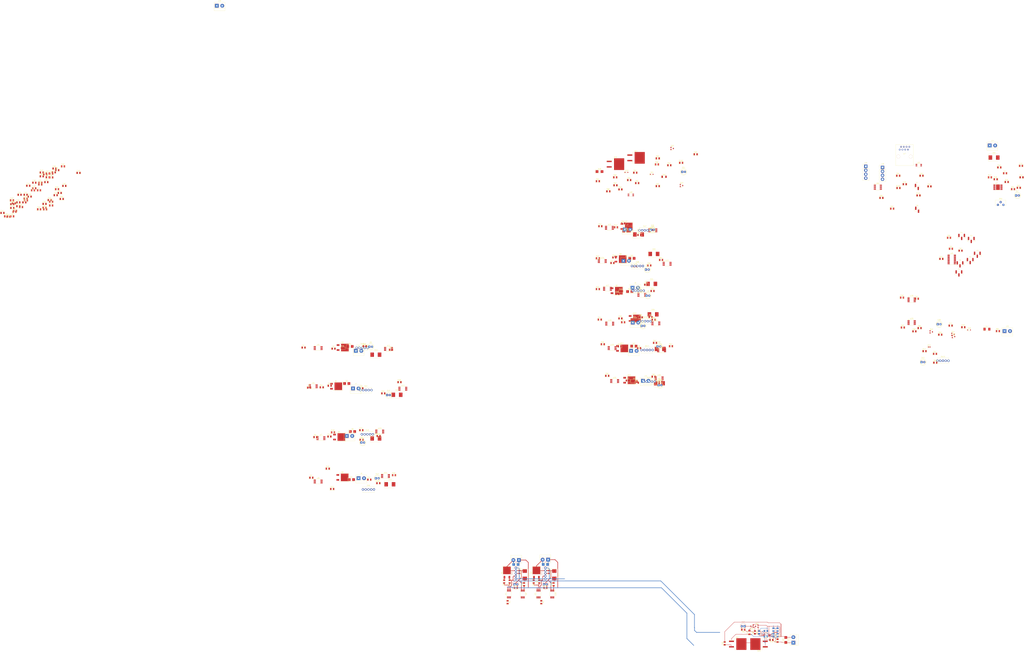
<source format=kicad_pcb>
(kicad_pcb (version 20171130) (host pcbnew "(5.1.6)-1")
  (layers (0 F.Cu signal) (31 B.Cu signal) (34 B.Paste user hide) (35 F.Paste user hide) (36 B.SilkS user) (37 F.SilkS user) (38 B.Mask user hide) (39 F.Mask user hide) (44 Edge.Cuts user))
  (net 0 "")
  (net 1 GND)
  (net 2 "Net-(D1-Pad2)")
  (net 3 "Net-(D8-Pad2)")
  (net 4 "Net-(D9-Pad2)")
  (net 5 "Net-(D10-Pad2)")
  (net 6 "Net-(D11-Pad2)")
  (net 7 "Net-(D12-Pad2)")
  (net 8 "Net-(R16-Pad2)")
  (net 9 "Net-(R34-Pad1)")
  (net 10 +5V)
  (net 11 "Net-(R45-Pad1)")
  (net 12 "Net-(C10-Pad2)")
  (net 13 "Net-(C10-Pad1)")
  (net 14 "Net-(D17-Pad2)")
  (net 15 "Net-(D17-Pad1)")
  (net 16 "Net-(R46-Pad2)")
  (net 17 "Net-(R47-Pad2)")
  (net 18 "Net-(R48-Pad2)")
  (net 19 "Net-(R50-Pad1)")
  (net 20 Earth_Protective)
  (net 21 +24V_A)
  (net 22 +24V_B)
  (net 23 GND_A)
  (net 24 "Net-(C7-Pad1)")
  (net 25 /INPUT_24V)
  (net 26 GND1)
  (net 27 "Net-(C56-Pad1)")
  (net 28 /PUMP_SWITCH)
  (net 29 GND2)
  (net 30 "Net-(C65-Pad1)")
  (net 31 /LED1_24V)
  (net 32 /LED2_24V)
  (net 33 /LED3_24V)
  (net 34 /LED4_24V)
  (net 35 /LED5_24V)
  (net 36 /LED0_24V)
  (net 37 /LED6_24V)
  (net 38 /LED7_24V)
  (net 39 /LED8_24V)
  (net 40 /LED9_24V)
  (net 41 /LED10_24V)
  (net 42 /LED11_24V)
  (net 43 "Net-(D26-Pad2)")
  (net 44 "Net-(D27-Pad2)")
  (net 45 "Net-(D28-Pad2)")
  (net 46 "Net-(D29-Pad2)")
  (net 47 "Net-(D30-Pad2)")
  (net 48 "Net-(D31-Pad2)")
  (net 49 "Net-(D38-Pad1)")
  (net 50 "Net-(D38-Pad2)")
  (net 51 "Net-(D40-Pad2)")
  (net 52 "Net-(D42-Pad2)")
  (net 53 "Net-(D43-Pad1)")
  (net 54 "Net-(D45-Pad1)")
  (net 55 "Net-(D45-Pad2)")
  (net 56 /PUMP_ACTIVE_0)
  (net 57 "Net-(D47-Pad1)")
  (net 58 "Net-(D49-Pad2)")
  (net 59 /DSDA_P)
  (net 60 /DSDA_N)
  (net 61 /DSCL_P)
  (net 62 /DSCL_N)
  (net 63 "Net-(D53-Pad1)")
  (net 64 "Net-(D54-Pad1)")
  (net 65 "Net-(D54-Pad2)")
  (net 66 "Net-(J15-Pad1)")
  (net 67 /DSDA_P_CON)
  (net 68 /DSDA_N_CON)
  (net 69 /DSCL_N_CON)
  (net 70 /DSCL_P_CON)
  (net 71 "Net-(P1-Pad3)")
  (net 72 /A0)
  (net 73 /A1)
  (net 74 /A2)
  (net 75 /A3)
  (net 76 /A4)
  (net 77 /A5)
  (net 78 "Net-(P7-Pad2)")
  (net 79 /SCL)
  (net 80 "Net-(P8-Pad2)")
  (net 81 /SDA)
  (net 82 "Net-(Q1-Pad1)")
  (net 83 "Net-(Q2-Pad1)")
  (net 84 "Net-(Q3-Pad1)")
  (net 85 "Net-(Q4-Pad1)")
  (net 86 "Net-(Q5-Pad1)")
  (net 87 "Net-(Q6-Pad1)")
  (net 88 "Net-(Q7-Pad1)")
  (net 89 "Net-(Q8-Pad1)")
  (net 90 "Net-(Q9-Pad1)")
  (net 91 "Net-(Q10-Pad1)")
  (net 92 "Net-(Q11-Pad1)")
  (net 93 "Net-(Q12-Pad1)")
  (net 94 /AND_OUT_PUMP)
  (net 95 "Net-(Q15-Pad2)")
  (net 96 "Net-(Q15-Pad3)")
  (net 97 "Net-(Q16-Pad3)")
  (net 98 "Net-(Q18-Pad3)")
  (net 99 "Net-(Q18-Pad1)")
  (net 100 "Net-(Q20-Pad2)")
  (net 101 "Net-(Q20-Pad3)")
  (net 102 "Net-(Q22-Pad3)")
  (net 103 "Net-(Q22-Pad1)")
  (net 104 /LED0)
  (net 105 "Net-(R2-Pad1)")
  (net 106 /LED1)
  (net 107 "Net-(R3-Pad1)")
  (net 108 /LED2)
  (net 109 "Net-(R4-Pad1)")
  (net 110 /LED3)
  (net 111 "Net-(R5-Pad1)")
  (net 112 /LED4)
  (net 113 "Net-(R6-Pad1)")
  (net 114 /LED5)
  (net 115 "Net-(R7-Pad1)")
  (net 116 "Net-(R15-Pad2)")
  (net 117 "Net-(R10-Pad1)")
  (net 118 "Net-(R11-Pad1)")
  (net 119 "Net-(R12-Pad1)")
  (net 120 "Net-(R13-Pad1)")
  (net 121 "Net-(R25-Pad1)")
  (net 122 "Net-(R26-Pad1)")
  (net 123 "Net-(R27-Pad1)")
  (net 124 "Net-(R28-Pad1)")
  (net 125 "Net-(R29-Pad1)")
  (net 126 "Net-(R30-Pad1)")
  (net 127 /LED6)
  (net 128 "Net-(R31-Pad1)")
  (net 129 /LED7)
  (net 130 "Net-(R32-Pad1)")
  (net 131 /LED8)
  (net 132 "Net-(R33-Pad1)")
  (net 133 /LED9)
  (net 134 /LED10)
  (net 135 "Net-(R35-Pad1)")
  (net 136 /LED11)
  (net 137 "Net-(R36-Pad1)")
  (net 138 "Net-(R37-Pad1)")
  (net 139 "Net-(R38-Pad1)")
  (net 140 "Net-(R39-Pad1)")
  (net 141 "Net-(R40-Pad1)")
  (net 142 "Net-(R41-Pad1)")
  (net 143 "Net-(R42-Pad1)")
  (net 144 "Net-(R50-Pad3)")
  (net 145 "Net-(R63-Pad1)")
  (net 146 "Net-(R64-Pad1)")
  (net 147 "Net-(R65-Pad1)")
  (net 148 "Net-(R66-Pad1)")
  (net 149 "Net-(R67-Pad1)")
  (net 150 "Net-(R68-Pad1)")
  (net 151 "Net-(R70-Pad2)")
  (net 152 "Net-(R73-Pad2)")
  (net 153 "Net-(R78-Pad1)")
  (net 154 "Net-(R81-Pad1)")
  (net 155 "Net-(R87-Pad2)")
  (net 156 "Net-(R89-Pad2)")
  (net 157 "Net-(R93-Pad1)")
  (net 158 "Net-(R102-Pad1)")
  (net 159 /LED0_5V)
  (net 160 /LED1_5V)
  (net 161 /LED2_5V)
  (net 162 /LED3_5V)
  (net 163 /LED4_5V)
  (net 164 /LED5_5V)
  (net 165 /LED6_5V)
  (net 166 /LED7_5V)
  (net 167 /LED8_5V)
  (net 168 /LED9_5V)
  (net 169 /LED10_5V)
  (net 170 /LED11_5V)
  (net 171 /AND_OUT_0_3)
  (net 172 /AND_OUT_4_7)
  (net 173 /AND_OUT_8_11)
  (module via_pad_rl:via_pad_0,4x0,8 (layer F.Cu) (at 276.225 85.725)
    (fp_text reference ~ (at 0 3.175) (layer F.SilkS))
    (fp_text value ~)
    (pad ~ thru_hole circle (at 0 0) (size 0.8 0.8) (drill 0.4) (layers *.Cu *.Mask) (net 25 /INPUT_24V))
  )
  (module via_pad_rl:via_pad_0,4x0,8 (layer F.Cu) (at 276.225 84.455)
    (fp_text reference ~ (at 0 3.175) (layer F.SilkS))
    (fp_text value ~)
    (pad ~ thru_hole circle (at 0 0) (size 0.8 0.8) (drill 0.4) (layers *.Cu *.Mask) (net 152 "Net-(R73-Pad2)"))
  )
  (module via_pad_rl:via_pad_0,4x0,8 (layer F.Cu) (at 276.225 83.185)
    (fp_text reference ~ (at 0 3.175) (layer F.SilkS))
    (fp_text value ~)
    (pad ~ thru_hole circle (at 0 0) (size 0.8 0.8) (drill 0.4) (layers *.Cu *.Mask) (net 151 "Net-(R70-Pad2)"))
  )
  (module terminal_block_tht_rl:EBBA-02-C-SS-BU (layer F.Cu) (at -233.934 -497.84)
    (fp_text reference J19 (at 0 -4.445) (layer F.SilkS) (effects (font (thickness 0.16))))
    (fp_text value EBBA-02-C-SS-BU)
    (pad 2 thru_hole circle (at 2.54 0) (size 3.5 3.5) (drill 1.2) (layers *.Cu *.Mask) (net 20 Earth_Protective))
    (pad 1 thru_hole rect (at -2.54 0) (size 3.5 3.5) (drill 1.2) (layers *.Cu *.Mask) (net 20 Earth_Protective))
  )
  (module package_to_rl:to_252_2 (layer F.Cu) (at 144.78 -151.384)
    (fp_text reference Q12 (at 0 -4.826) (layer F.SilkS) (effects (font (thickness 0.16))))
    (fp_text value AOD458)
    (pad 1 smd rect (at -4.2 -2.28) (size 2.5 1.5) (layers F.Cu F.Paste F.Mask) (net 93 "Net-(Q12-Pad1)"))
    (pad 2 smd rect (at -4.2 2.28) (size 2.5 1.5) (layers F.Cu F.Paste F.Mask) (net 23 GND_A))
    (pad 3 smd rect (at 2.1 0) (size 7 7) (layers F.Cu F.Mask) (net 42 /LED11_24V))
  )
  (module package_to_rl:to_252_2 (layer F.Cu) (at 138.176 -180.848)
    (fp_text reference Q11 (at 0 -4.826) (layer F.SilkS) (effects (font (thickness 0.16))))
    (fp_text value AOD458)
    (pad 1 smd rect (at -4.2 -2.28) (size 2.5 1.5) (layers F.Cu F.Paste F.Mask) (net 92 "Net-(Q11-Pad1)"))
    (pad 2 smd rect (at -4.2 2.28) (size 2.5 1.5) (layers F.Cu F.Paste F.Mask) (net 23 GND_A))
    (pad 3 smd rect (at 2.1 0) (size 7 7) (layers F.Cu F.Mask) (net 41 /LED10_24V))
  )
  (module package_to_rl:to_252_2 (layer F.Cu) (at 149.86 -208.534)
    (fp_text reference Q10 (at 0 -4.826) (layer F.SilkS) (effects (font (thickness 0.16))))
    (fp_text value AOD458)
    (pad 1 smd rect (at -4.2 -2.28) (size 2.5 1.5) (layers F.Cu F.Paste F.Mask) (net 91 "Net-(Q10-Pad1)"))
    (pad 2 smd rect (at -4.2 2.28) (size 2.5 1.5) (layers F.Cu F.Paste F.Mask) (net 23 GND_A))
    (pad 3 smd rect (at 2.1 0) (size 7 7) (layers F.Cu F.Mask) (net 40 /LED9_24V))
  )
  (module package_to_rl:to_252_2 (layer F.Cu) (at 133.096 -234.188)
    (fp_text reference Q9 (at 0 -4.826) (layer F.SilkS) (effects (font (thickness 0.16))))
    (fp_text value AOD458)
    (pad 1 smd rect (at -4.2 -2.28) (size 2.5 1.5) (layers F.Cu F.Paste F.Mask) (net 90 "Net-(Q9-Pad1)"))
    (pad 2 smd rect (at -4.2 2.28) (size 2.5 1.5) (layers F.Cu F.Paste F.Mask) (net 23 GND_A))
    (pad 3 smd rect (at 2.1 0) (size 7 7) (layers F.Cu F.Mask) (net 39 /LED8_24V))
  )
  (module package_to_rl:to_252_2 (layer F.Cu) (at 136.652 -263.398)
    (fp_text reference Q8 (at 0 -4.826) (layer F.SilkS) (effects (font (thickness 0.16))))
    (fp_text value AOD458)
    (pad 1 smd rect (at -4.2 -2.28) (size 2.5 1.5) (layers F.Cu F.Paste F.Mask) (net 89 "Net-(Q8-Pad1)"))
    (pad 2 smd rect (at -4.2 2.28) (size 2.5 1.5) (layers F.Cu F.Paste F.Mask) (net 23 GND_A))
    (pad 3 smd rect (at 2.1 0) (size 7 7) (layers F.Cu F.Mask) (net 38 /LED7_24V))
  )
  (module package_to_rl:to_252_2 (layer F.Cu) (at 142.24 -293.624)
    (fp_text reference Q7 (at 0 -4.826) (layer F.SilkS) (effects (font (thickness 0.16))))
    (fp_text value AOD458)
    (pad 1 smd rect (at -4.2 -2.28) (size 2.5 1.5) (layers F.Cu F.Paste F.Mask) (net 88 "Net-(Q7-Pad1)"))
    (pad 2 smd rect (at -4.2 2.28) (size 2.5 1.5) (layers F.Cu F.Paste F.Mask) (net 23 GND_A))
    (pad 3 smd rect (at 2.1 0) (size 7 7) (layers F.Cu F.Mask) (net 37 /LED6_24V))
  )
  (module package_to_rl:to_252_2 (layer F.Cu) (at -120.396 -61.468)
    (fp_text reference Q6 (at 0 -4.826) (layer F.SilkS) (effects (font (thickness 0.16))))
    (fp_text value AOD458)
    (pad 1 smd rect (at -4.2 -2.28) (size 2.5 1.5) (layers F.Cu F.Paste F.Mask) (net 87 "Net-(Q6-Pad1)"))
    (pad 2 smd rect (at -4.2 2.28) (size 2.5 1.5) (layers F.Cu F.Paste F.Mask) (net 23 GND_A))
    (pad 3 smd rect (at 2.1 0) (size 7 7) (layers F.Cu F.Mask) (net 35 /LED5_24V))
  )
  (module package_to_rl:to_252_2 (layer F.Cu) (at -123.444 -98.806)
    (fp_text reference Q5 (at 0 -4.826) (layer F.SilkS) (effects (font (thickness 0.16))))
    (fp_text value AOD458)
    (pad 1 smd rect (at -4.2 -2.28) (size 2.5 1.5) (layers F.Cu F.Paste F.Mask) (net 86 "Net-(Q5-Pad1)"))
    (pad 2 smd rect (at -4.2 2.28) (size 2.5 1.5) (layers F.Cu F.Paste F.Mask) (net 23 GND_A))
    (pad 3 smd rect (at 2.1 0) (size 7 7) (layers F.Cu F.Mask) (net 34 /LED4_24V))
  )
  (module package_to_rl:to_252_2 (layer F.Cu) (at -126.238 -145.796)
    (fp_text reference Q4 (at 0 -4.826) (layer F.SilkS) (effects (font (thickness 0.16))))
    (fp_text value AOD458)
    (pad 1 smd rect (at -4.2 -2.28) (size 2.5 1.5) (layers F.Cu F.Paste F.Mask) (net 85 "Net-(Q4-Pad1)"))
    (pad 2 smd rect (at -4.2 2.28) (size 2.5 1.5) (layers F.Cu F.Paste F.Mask) (net 23 GND_A))
    (pad 3 smd rect (at 2.1 0) (size 7 7) (layers F.Cu F.Mask) (net 33 /LED3_24V))
  )
  (module package_to_rl:to_252_2 (layer F.Cu) (at -120.142 -181.61)
    (fp_text reference Q3 (at 0 -4.826) (layer F.SilkS) (effects (font (thickness 0.16))))
    (fp_text value AOD458)
    (pad 1 smd rect (at -4.2 -2.28) (size 2.5 1.5) (layers F.Cu F.Paste F.Mask) (net 84 "Net-(Q3-Pad1)"))
    (pad 2 smd rect (at -4.2 2.28) (size 2.5 1.5) (layers F.Cu F.Paste F.Mask) (net 23 GND_A))
    (pad 3 smd rect (at 2.1 0) (size 7 7) (layers F.Cu F.Mask) (net 32 /LED2_24V))
  )
  (module package_to_rl:to_252_2 (layer F.Cu) (at 59.055 26.67 90)
    (fp_text reference Q2 (at 0 -4.826 90) (layer F.SilkS) (effects (font (thickness 0.16))))
    (fp_text value AOD458)
    (pad 1 smd rect (at -4.2 -2.28 90) (size 2.5 1.5) (layers F.Cu F.Paste F.Mask) (net 83 "Net-(Q2-Pad1)"))
    (pad 2 smd rect (at -4.2 2.28 90) (size 2.5 1.5) (layers F.Cu F.Paste F.Mask) (net 23 GND_A))
    (pad 3 smd rect (at 2.1 0 90) (size 7 7) (layers F.Cu F.Mask) (net 31 /LED1_24V))
  )
  (module package_to_rl:to_252_2 (layer F.Cu) (at 31.75 26.67 90)
    (fp_text reference Q1 (at 0 -4.826 90) (layer F.SilkS) (effects (font (thickness 0.16))))
    (fp_text value AOD458)
    (pad 1 smd rect (at -4.2 -2.28 90) (size 2.5 1.5) (layers F.Cu F.Paste F.Mask) (net 82 "Net-(Q1-Pad1)"))
    (pad 2 smd rect (at -4.2 2.28 90) (size 2.5 1.5) (layers F.Cu F.Paste F.Mask) (net 23 GND_A))
    (pad 3 smd rect (at 2.1 0 90) (size 7 7) (layers F.Cu F.Mask) (net 36 /LED0_24V))
  )
  (module package_vssop_rl:vssop_10 (layer F.Cu) (at 412.496 -350.266)
    (fp_text reference U?1 (at 0 -2.54) (layer F.SilkS) (effects (font (thickness 0.16))))
    (fp_text value PCA9615)
    (pad 4 smd rect (at -2.2 0.5) (size 1.5 0.35) (layers F.Cu F.Paste F.Mask) (net 79 /SCL))
    (pad 6 smd rect (at 2.2 1) (size 1.5 0.35) (layers F.Cu F.Paste F.Mask) (net 62 /DSCL_N))
    (pad 8 smd rect (at 2.2 0) (size 1.5 0.35) (layers F.Cu F.Paste F.Mask) (net 59 /DSDA_P))
    (pad 1 smd rect (at -2.2 -1) (size 1.5 0.35) (layers F.Cu F.Paste F.Mask) (net 10 +5V))
    (pad 9 smd rect (at 2.2 -0.5 180) (size 1.5 0.35) (layers F.Cu F.Paste F.Mask) (net 60 /DSDA_N))
    (pad 2 smd rect (at -2.2 -0.5) (size 1.5 0.35) (layers F.Cu F.Paste F.Mask) (net 81 /SDA))
    (pad 10 smd rect (at 2.2 -1) (size 1.5 0.35) (layers F.Cu F.Paste F.Mask) (net 10 +5V))
    (pad 5 smd rect (at -2.2 1) (size 1.5 0.35) (layers F.Cu F.Paste F.Mask) (net 1 GND))
    (pad 7 smd rect (at 2.2 0.5) (size 1.5 0.35) (layers F.Cu F.Paste F.Mask) (net 61 /DSCL_P))
    (pad 3 smd rect (at -2.2 0) (size 1.5 0.35) (layers F.Cu F.Paste F.Mask))
  )
  (module package_vssop_rl:vssop_10 (layer F.Cu) (at 146.304 -322.834)
    (fp_text reference U30 (at 0 -2.54) (layer F.SilkS) (effects (font (thickness 0.16))))
    (fp_text value LM5069)
    (pad 4 smd rect (at -2.2 0.5) (size 1.5 0.35) (layers F.Cu F.Paste F.Mask) (net 155 "Net-(R87-Pad2)"))
    (pad 6 smd rect (at 2.2 1) (size 1.5 0.35) (layers F.Cu F.Paste F.Mask) (net 30 "Net-(C65-Pad1)"))
    (pad 8 smd rect (at 2.2 0) (size 1.5 0.35) (layers F.Cu F.Paste F.Mask) (net 103 "Net-(Q22-Pad1)"))
    (pad 1 smd rect (at -2.2 -1) (size 1.5 0.35) (layers F.Cu F.Paste F.Mask) (net 101 "Net-(Q20-Pad3)"))
    (pad 9 smd rect (at 2.2 -0.5 180) (size 1.5 0.35) (layers F.Cu F.Paste F.Mask) (net 158 "Net-(R102-Pad1)"))
    (pad 2 smd rect (at -2.2 -0.5) (size 1.5 0.35) (layers F.Cu F.Paste F.Mask) (net 25 /INPUT_24V))
    (pad 10 smd rect (at 2.2 -1) (size 1.5 0.35) (layers F.Cu F.Paste F.Mask) (net 63 "Net-(D53-Pad1)"))
    (pad 5 smd rect (at -2.2 1) (size 1.5 0.35) (layers F.Cu F.Paste F.Mask) (net 29 GND2))
    (pad 7 smd rect (at 2.2 0.5) (size 1.5 0.35) (layers F.Cu F.Paste F.Mask) (net 157 "Net-(R93-Pad1)"))
    (pad 3 smd rect (at -2.2 0) (size 1.5 0.35) (layers F.Cu F.Paste F.Mask) (net 156 "Net-(R89-Pad2)"))
  )
  (module package_tssop_rl:tssop_14 (layer F.Cu) (at 405.892 -204.724)
    (fp_text reference U29 (at 0 -3.81) (layer F.SilkS) (effects (font (thickness 0.16))))
    (fp_text value SN74HCS21-Q1)
    (pad 5 smd rect (at -2.8625 0.65) (size 2 0.5) (layers F.Cu F.Paste F.Mask) (net 170 /LED11_5V))
    (pad 7 smd trapezoid (at -2.8625 1.95) (size 2 0.5) (layers F.Cu F.Paste F.Mask) (net 1 GND))
    (pad 11 smd rect (at 2.8625 0) (size 2 0.5) (layers F.Cu F.Paste F.Mask))
    (pad 6 smd rect (at -2.8625 1.3) (size 2 0.5) (layers F.Cu F.Paste F.Mask) (net 173 /AND_OUT_8_11))
    (pad 3 smd rect (at -2.8625 -0.65) (size 2 0.5) (layers F.Cu F.Paste F.Mask))
    (pad 12 smd rect (at 2.8625 -0.65) (size 2 0.5) (layers F.Cu F.Paste F.Mask) (net 173 /AND_OUT_8_11))
    (pad 9 smd rect (at 2.8625 1.3) (size 2 0.5) (layers F.Cu F.Paste F.Mask) (net 171 /AND_OUT_0_3))
    (pad 1 smd rect (at -2.8625 -1.95) (size 2 0.5) (layers F.Cu F.Paste F.Mask) (net 167 /LED8_5V))
    (pad 2 smd rect (at -2.8625 -1.3) (size 2 0.5) (layers F.Cu F.Paste F.Mask) (net 168 /LED9_5V))
    (pad 4 smd rect (at -2.8625 0) (size 2 0.5) (layers F.Cu F.Paste F.Mask) (net 169 /LED10_5V))
    (pad 10 smd rect (at 2.8625 0.65) (size 2 0.5) (layers F.Cu F.Paste F.Mask) (net 172 /AND_OUT_4_7))
    (pad 13 smd rect (at 2.8625 -1.3) (size 2 0.5) (layers F.Cu F.Paste F.Mask) (net 28 /PUMP_SWITCH))
    (pad 8 smd rect (at 2.8625 1.95) (size 2 0.5) (layers F.Cu F.Paste F.Mask) (net 94 /AND_OUT_PUMP))
    (pad 14 smd rect (at 2.8625 -1.95) (size 2 0.5) (layers F.Cu F.Paste F.Mask) (net 10 +5V))
  )
  (module package_tssop_rl:tssop_14 (layer F.Cu) (at 405.892 -225.806)
    (fp_text reference U28 (at 0 -3.81) (layer F.SilkS) (effects (font (thickness 0.16))))
    (fp_text value SN74HCS21-Q1)
    (pad 5 smd rect (at -2.8625 0.65) (size 2 0.5) (layers F.Cu F.Paste F.Mask) (net 162 /LED3_5V))
    (pad 7 smd trapezoid (at -2.8625 1.95) (size 2 0.5) (layers F.Cu F.Paste F.Mask) (net 1 GND))
    (pad 11 smd rect (at 2.8625 0) (size 2 0.5) (layers F.Cu F.Paste F.Mask))
    (pad 6 smd rect (at -2.8625 1.3) (size 2 0.5) (layers F.Cu F.Paste F.Mask) (net 171 /AND_OUT_0_3))
    (pad 3 smd rect (at -2.8625 -0.65) (size 2 0.5) (layers F.Cu F.Paste F.Mask))
    (pad 12 smd rect (at 2.8625 -0.65) (size 2 0.5) (layers F.Cu F.Paste F.Mask) (net 165 /LED6_5V))
    (pad 9 smd rect (at 2.8625 1.3) (size 2 0.5) (layers F.Cu F.Paste F.Mask) (net 163 /LED4_5V))
    (pad 1 smd rect (at -2.8625 -1.95) (size 2 0.5) (layers F.Cu F.Paste F.Mask) (net 159 /LED0_5V))
    (pad 2 smd rect (at -2.8625 -1.3) (size 2 0.5) (layers F.Cu F.Paste F.Mask) (net 160 /LED1_5V))
    (pad 4 smd rect (at -2.8625 0) (size 2 0.5) (layers F.Cu F.Paste F.Mask) (net 161 /LED2_5V))
    (pad 10 smd rect (at 2.8625 0.65) (size 2 0.5) (layers F.Cu F.Paste F.Mask) (net 164 /LED5_5V))
    (pad 13 smd rect (at 2.8625 -1.3) (size 2 0.5) (layers F.Cu F.Paste F.Mask) (net 166 /LED7_5V))
    (pad 8 smd rect (at 2.8625 1.95) (size 2 0.5) (layers F.Cu F.Paste F.Mask) (net 172 /AND_OUT_4_7))
    (pad 14 smd rect (at 2.8625 -1.95) (size 2 0.5) (layers F.Cu F.Paste F.Mask) (net 10 +5V))
  )
  (module package_vssop_rl:vssop_10 (layer F.Cu) (at 271.78 84.455 180)
    (fp_text reference U27 (at 0 -2.54) (layer F.SilkS) (effects (font (thickness 0.16))))
    (fp_text value LM5069)
    (pad 4 smd rect (at -2.2 0.5 180) (size 1.5 0.35) (layers F.Cu F.Paste F.Mask) (net 151 "Net-(R70-Pad2)"))
    (pad 6 smd rect (at 2.2 1 180) (size 1.5 0.35) (layers F.Cu F.Paste F.Mask) (net 27 "Net-(C56-Pad1)"))
    (pad 8 smd rect (at 2.2 0 180) (size 1.5 0.35) (layers F.Cu F.Paste F.Mask) (net 99 "Net-(Q18-Pad1)"))
    (pad 1 smd rect (at -2.2 -1 180) (size 1.5 0.35) (layers F.Cu F.Paste F.Mask) (net 96 "Net-(Q15-Pad3)"))
    (pad 9 smd rect (at 2.2 -0.5) (size 1.5 0.35) (layers F.Cu F.Paste F.Mask) (net 154 "Net-(R81-Pad1)"))
    (pad 2 smd rect (at -2.2 -0.5 180) (size 1.5 0.35) (layers F.Cu F.Paste F.Mask) (net 25 /INPUT_24V))
    (pad 10 smd rect (at 2.2 -1 180) (size 1.5 0.35) (layers F.Cu F.Paste F.Mask) (net 53 "Net-(D43-Pad1)"))
    (pad 5 smd rect (at -2.2 1 180) (size 1.5 0.35) (layers F.Cu F.Paste F.Mask) (net 26 GND1))
    (pad 7 smd rect (at 2.2 0.5 180) (size 1.5 0.35) (layers F.Cu F.Paste F.Mask) (net 153 "Net-(R78-Pad1)"))
    (pad 3 smd rect (at -2.2 0 180) (size 1.5 0.35) (layers F.Cu F.Paste F.Mask) (net 152 "Net-(R73-Pad2)"))
  )
  (module package_so_rl:so_6 (layer F.Cu) (at 172.466 -153.162)
    (fp_text reference U26 (at 0 -3.175) (layer F.SilkS) (effects (font (thickness 0.16))))
    (fp_text value TLP2345)
    (pad 3 smd rect (at -3.15 1.27) (size 2 0.9) (layers F.Cu F.Paste F.Mask) (net 23 GND_A))
    (pad 5 smd rect (at 3.15 0) (size 2 0.9) (layers F.Cu F.Paste F.Mask) (net 170 /LED11_5V))
    (pad 1 smd rect (at -3.15 -1.27) (size 2 0.9) (layers F.Cu F.Paste F.Mask) (net 150 "Net-(R68-Pad1)"))
    (pad 2 smd rect (at -3.15 0) (size 2 0.9) (layers F.Cu F.Paste F.Mask))
    (pad 6 smd rect (at 3.15 -1.27) (size 2 0.9) (layers F.Cu F.Paste F.Mask) (net 10 +5V))
    (pad 4 smd rect (at 3.15 1.27) (size 2 0.9) (layers F.Cu F.Paste F.Mask) (net 1 GND))
  )
  (module package_so_rl:so_6 (layer F.Cu) (at 174.752 -179.07)
    (fp_text reference U25 (at 0 -3.175) (layer F.SilkS) (effects (font (thickness 0.16))))
    (fp_text value TLP2345)
    (pad 3 smd rect (at -3.15 1.27) (size 2 0.9) (layers F.Cu F.Paste F.Mask) (net 23 GND_A))
    (pad 5 smd rect (at 3.15 0) (size 2 0.9) (layers F.Cu F.Paste F.Mask) (net 169 /LED10_5V))
    (pad 1 smd rect (at -3.15 -1.27) (size 2 0.9) (layers F.Cu F.Paste F.Mask) (net 149 "Net-(R67-Pad1)"))
    (pad 2 smd rect (at -3.15 0) (size 2 0.9) (layers F.Cu F.Paste F.Mask))
    (pad 6 smd rect (at 3.15 -1.27) (size 2 0.9) (layers F.Cu F.Paste F.Mask) (net 10 +5V))
    (pad 4 smd rect (at 3.15 1.27) (size 2 0.9) (layers F.Cu F.Paste F.Mask) (net 1 GND))
  )
  (module package_so_rl:so_6 (layer F.Cu) (at 169.418 -203.962)
    (fp_text reference U24 (at 0 -3.175) (layer F.SilkS) (effects (font (thickness 0.16))))
    (fp_text value TLP2345)
    (pad 3 smd rect (at -3.15 1.27) (size 2 0.9) (layers F.Cu F.Paste F.Mask) (net 23 GND_A))
    (pad 5 smd rect (at 3.15 0) (size 2 0.9) (layers F.Cu F.Paste F.Mask) (net 168 /LED9_5V))
    (pad 1 smd rect (at -3.15 -1.27) (size 2 0.9) (layers F.Cu F.Paste F.Mask) (net 148 "Net-(R66-Pad1)"))
    (pad 2 smd rect (at -3.15 0) (size 2 0.9) (layers F.Cu F.Paste F.Mask))
    (pad 6 smd rect (at 3.15 -1.27) (size 2 0.9) (layers F.Cu F.Paste F.Mask) (net 10 +5V))
    (pad 4 smd rect (at 3.15 1.27) (size 2 0.9) (layers F.Cu F.Paste F.Mask) (net 1 GND))
  )
  (module package_so_rl:so_6 (layer F.Cu) (at 156.464 -230.378)
    (fp_text reference U23 (at 0 -3.175) (layer F.SilkS) (effects (font (thickness 0.16))))
    (fp_text value TLP2345)
    (pad 3 smd rect (at -3.15 1.27) (size 2 0.9) (layers F.Cu F.Paste F.Mask) (net 23 GND_A))
    (pad 5 smd rect (at 3.15 0) (size 2 0.9) (layers F.Cu F.Paste F.Mask) (net 167 /LED8_5V))
    (pad 1 smd rect (at -3.15 -1.27) (size 2 0.9) (layers F.Cu F.Paste F.Mask) (net 147 "Net-(R65-Pad1)"))
    (pad 2 smd rect (at -3.15 0) (size 2 0.9) (layers F.Cu F.Paste F.Mask))
    (pad 6 smd rect (at 3.15 -1.27) (size 2 0.9) (layers F.Cu F.Paste F.Mask) (net 10 +5V))
    (pad 4 smd rect (at 3.15 1.27) (size 2 0.9) (layers F.Cu F.Paste F.Mask) (net 1 GND))
  )
  (module package_so_rl:so_6 (layer F.Cu) (at 179.832 -259.08)
    (fp_text reference U22 (at 0 -3.175) (layer F.SilkS) (effects (font (thickness 0.16))))
    (fp_text value TLP2345)
    (pad 3 smd rect (at -3.15 1.27) (size 2 0.9) (layers F.Cu F.Paste F.Mask) (net 23 GND_A))
    (pad 5 smd rect (at 3.15 0) (size 2 0.9) (layers F.Cu F.Paste F.Mask) (net 166 /LED7_5V))
    (pad 1 smd rect (at -3.15 -1.27) (size 2 0.9) (layers F.Cu F.Paste F.Mask) (net 146 "Net-(R64-Pad1)"))
    (pad 2 smd rect (at -3.15 0) (size 2 0.9) (layers F.Cu F.Paste F.Mask))
    (pad 6 smd rect (at 3.15 -1.27) (size 2 0.9) (layers F.Cu F.Paste F.Mask) (net 10 +5V))
    (pad 4 smd rect (at 3.15 1.27) (size 2 0.9) (layers F.Cu F.Paste F.Mask) (net 1 GND))
  )
  (module package_so_rl:so_6 (layer F.Cu) (at 166.624 -290.068)
    (fp_text reference U21 (at 0 -3.175) (layer F.SilkS) (effects (font (thickness 0.16))))
    (fp_text value TLP2345)
    (pad 3 smd rect (at -3.15 1.27) (size 2 0.9) (layers F.Cu F.Paste F.Mask) (net 23 GND_A))
    (pad 5 smd rect (at 3.15 0) (size 2 0.9) (layers F.Cu F.Paste F.Mask) (net 165 /LED6_5V))
    (pad 1 smd rect (at -3.15 -1.27) (size 2 0.9) (layers F.Cu F.Paste F.Mask) (net 145 "Net-(R63-Pad1)"))
    (pad 2 smd rect (at -3.15 0) (size 2 0.9) (layers F.Cu F.Paste F.Mask))
    (pad 6 smd rect (at 3.15 -1.27) (size 2 0.9) (layers F.Cu F.Paste F.Mask) (net 10 +5V))
    (pad 4 smd rect (at 3.15 1.27) (size 2 0.9) (layers F.Cu F.Paste F.Mask) (net 1 GND))
  )
  (module package_so_rl:so_6 (layer F.Cu) (at 131.318 -150.622)
    (fp_text reference U20 (at 0 -3.175) (layer F.SilkS) (effects (font (thickness 0.16))))
    (fp_text value TLP2345)
    (pad 3 smd rect (at -3.15 1.27) (size 2 0.9) (layers F.Cu F.Paste F.Mask) (net 1 GND))
    (pad 5 smd rect (at 3.15 0) (size 2 0.9) (layers F.Cu F.Paste F.Mask) (net 142 "Net-(R41-Pad1)"))
    (pad 1 smd rect (at -3.15 -1.27) (size 2 0.9) (layers F.Cu F.Paste F.Mask) (net 137 "Net-(R36-Pad1)"))
    (pad 2 smd rect (at -3.15 0) (size 2 0.9) (layers F.Cu F.Paste F.Mask))
    (pad 6 smd rect (at 3.15 -1.27) (size 2 0.9) (layers F.Cu F.Paste F.Mask) (net 22 +24V_B))
    (pad 4 smd rect (at 3.15 1.27) (size 2 0.9) (layers F.Cu F.Paste F.Mask) (net 23 GND_A))
  )
  (module package_so_rl:so_6 (layer F.Cu) (at 129.032 -181.102)
    (fp_text reference U19 (at 0 -3.175) (layer F.SilkS) (effects (font (thickness 0.16))))
    (fp_text value TLP2345)
    (pad 3 smd rect (at -3.15 1.27) (size 2 0.9) (layers F.Cu F.Paste F.Mask) (net 1 GND))
    (pad 5 smd rect (at 3.15 0) (size 2 0.9) (layers F.Cu F.Paste F.Mask) (net 141 "Net-(R40-Pad1)"))
    (pad 1 smd rect (at -3.15 -1.27) (size 2 0.9) (layers F.Cu F.Paste F.Mask) (net 135 "Net-(R35-Pad1)"))
    (pad 2 smd rect (at -3.15 0) (size 2 0.9) (layers F.Cu F.Paste F.Mask))
    (pad 6 smd rect (at 3.15 -1.27) (size 2 0.9) (layers F.Cu F.Paste F.Mask) (net 22 +24V_B))
    (pad 4 smd rect (at 3.15 1.27) (size 2 0.9) (layers F.Cu F.Paste F.Mask) (net 23 GND_A))
  )
  (module package_so_rl:so_6 (layer F.Cu) (at 126.746 -203.708)
    (fp_text reference U18 (at 0 -3.175) (layer F.SilkS) (effects (font (thickness 0.16))))
    (fp_text value TLP2345)
    (pad 3 smd rect (at -3.15 1.27) (size 2 0.9) (layers F.Cu F.Paste F.Mask) (net 1 GND))
    (pad 5 smd rect (at 3.15 0) (size 2 0.9) (layers F.Cu F.Paste F.Mask) (net 140 "Net-(R39-Pad1)"))
    (pad 1 smd rect (at -3.15 -1.27) (size 2 0.9) (layers F.Cu F.Paste F.Mask) (net 9 "Net-(R34-Pad1)"))
    (pad 2 smd rect (at -3.15 0) (size 2 0.9) (layers F.Cu F.Paste F.Mask))
    (pad 6 smd rect (at 3.15 -1.27) (size 2 0.9) (layers F.Cu F.Paste F.Mask) (net 22 +24V_B))
    (pad 4 smd rect (at 3.15 1.27) (size 2 0.9) (layers F.Cu F.Paste F.Mask) (net 23 GND_A))
  )
  (module package_so_rl:so_6 (layer F.Cu) (at 124.714 -235.966)
    (fp_text reference U17 (at 0 -3.175) (layer F.SilkS) (effects (font (thickness 0.16))))
    (fp_text value TLP2345)
    (pad 3 smd rect (at -3.15 1.27) (size 2 0.9) (layers F.Cu F.Paste F.Mask) (net 1 GND))
    (pad 5 smd rect (at 3.15 0) (size 2 0.9) (layers F.Cu F.Paste F.Mask) (net 139 "Net-(R38-Pad1)"))
    (pad 1 smd rect (at -3.15 -1.27) (size 2 0.9) (layers F.Cu F.Paste F.Mask) (net 132 "Net-(R33-Pad1)"))
    (pad 2 smd rect (at -3.15 0) (size 2 0.9) (layers F.Cu F.Paste F.Mask))
    (pad 6 smd rect (at 3.15 -1.27) (size 2 0.9) (layers F.Cu F.Paste F.Mask) (net 22 +24V_B))
    (pad 4 smd rect (at 3.15 1.27) (size 2 0.9) (layers F.Cu F.Paste F.Mask) (net 23 GND_A))
  )
  (module package_so_rl:so_6 (layer F.Cu) (at 119.888 -261.62)
    (fp_text reference U16 (at 0 -3.175) (layer F.SilkS) (effects (font (thickness 0.16))))
    (fp_text value TLP2345)
    (pad 3 smd rect (at -3.15 1.27) (size 2 0.9) (layers F.Cu F.Paste F.Mask) (net 1 GND))
    (pad 5 smd rect (at 3.15 0) (size 2 0.9) (layers F.Cu F.Paste F.Mask) (net 138 "Net-(R37-Pad1)"))
    (pad 1 smd rect (at -3.15 -1.27) (size 2 0.9) (layers F.Cu F.Paste F.Mask) (net 130 "Net-(R32-Pad1)"))
    (pad 2 smd rect (at -3.15 0) (size 2 0.9) (layers F.Cu F.Paste F.Mask))
    (pad 6 smd rect (at 3.15 -1.27) (size 2 0.9) (layers F.Cu F.Paste F.Mask) (net 22 +24V_B))
    (pad 4 smd rect (at 3.15 1.27) (size 2 0.9) (layers F.Cu F.Paste F.Mask) (net 23 GND_A))
  )
  (module package_so_rl:so_6 (layer F.Cu) (at 126.492 -292.354)
    (fp_text reference U15 (at 0 -3.175) (layer F.SilkS) (effects (font (thickness 0.16))))
    (fp_text value TLP2345)
    (pad 3 smd rect (at -3.15 1.27) (size 2 0.9) (layers F.Cu F.Paste F.Mask) (net 1 GND))
    (pad 5 smd rect (at 3.15 0) (size 2 0.9) (layers F.Cu F.Paste F.Mask) (net 143 "Net-(R42-Pad1)"))
    (pad 1 smd rect (at -3.15 -1.27) (size 2 0.9) (layers F.Cu F.Paste F.Mask) (net 128 "Net-(R31-Pad1)"))
    (pad 2 smd rect (at -3.15 0) (size 2 0.9) (layers F.Cu F.Paste F.Mask))
    (pad 6 smd rect (at 3.15 -1.27) (size 2 0.9) (layers F.Cu F.Paste F.Mask) (net 22 +24V_B))
    (pad 4 smd rect (at 3.15 1.27) (size 2 0.9) (layers F.Cu F.Paste F.Mask) (net 23 GND_A))
  )
  (module package_so_rl:so_6 (layer F.Cu) (at -80.518 -62.738)
    (fp_text reference U14 (at 0 -3.175) (layer F.SilkS) (effects (font (thickness 0.16))))
    (fp_text value TLP2345)
    (pad 3 smd rect (at -3.15 1.27) (size 2 0.9) (layers F.Cu F.Paste F.Mask) (net 23 GND_A))
    (pad 5 smd rect (at 3.15 0) (size 2 0.9) (layers F.Cu F.Paste F.Mask) (net 164 /LED5_5V))
    (pad 1 smd rect (at -3.15 -1.27) (size 2 0.9) (layers F.Cu F.Paste F.Mask) (net 126 "Net-(R30-Pad1)"))
    (pad 2 smd rect (at -3.15 0) (size 2 0.9) (layers F.Cu F.Paste F.Mask))
    (pad 6 smd rect (at 3.15 -1.27) (size 2 0.9) (layers F.Cu F.Paste F.Mask) (net 10 +5V))
    (pad 4 smd rect (at 3.15 1.27) (size 2 0.9) (layers F.Cu F.Paste F.Mask) (net 1 GND))
  )
  (module package_so_rl:so_6 (layer F.Cu) (at -85.852 -103.886)
    (fp_text reference U13 (at 0 -3.175) (layer F.SilkS) (effects (font (thickness 0.16))))
    (fp_text value TLP2345)
    (pad 3 smd rect (at -3.15 1.27) (size 2 0.9) (layers F.Cu F.Paste F.Mask) (net 23 GND_A))
    (pad 5 smd rect (at 3.15 0) (size 2 0.9) (layers F.Cu F.Paste F.Mask) (net 163 /LED4_5V))
    (pad 1 smd rect (at -3.15 -1.27) (size 2 0.9) (layers F.Cu F.Paste F.Mask) (net 125 "Net-(R29-Pad1)"))
    (pad 2 smd rect (at -3.15 0) (size 2 0.9) (layers F.Cu F.Paste F.Mask))
    (pad 6 smd rect (at 3.15 -1.27) (size 2 0.9) (layers F.Cu F.Paste F.Mask) (net 10 +5V))
    (pad 4 smd rect (at 3.15 1.27) (size 2 0.9) (layers F.Cu F.Paste F.Mask) (net 1 GND))
  )
  (module package_so_rl:so_6 (layer F.Cu) (at -64.516 -143.51)
    (fp_text reference U12 (at 0 -3.175) (layer F.SilkS) (effects (font (thickness 0.16))))
    (fp_text value TLP2345)
    (pad 3 smd rect (at -3.15 1.27) (size 2 0.9) (layers F.Cu F.Paste F.Mask) (net 23 GND_A))
    (pad 5 smd rect (at 3.15 0) (size 2 0.9) (layers F.Cu F.Paste F.Mask) (net 162 /LED3_5V))
    (pad 1 smd rect (at -3.15 -1.27) (size 2 0.9) (layers F.Cu F.Paste F.Mask) (net 124 "Net-(R28-Pad1)"))
    (pad 2 smd rect (at -3.15 0) (size 2 0.9) (layers F.Cu F.Paste F.Mask))
    (pad 6 smd rect (at 3.15 -1.27) (size 2 0.9) (layers F.Cu F.Paste F.Mask) (net 10 +5V))
    (pad 4 smd rect (at 3.15 1.27) (size 2 0.9) (layers F.Cu F.Paste F.Mask) (net 1 GND))
  )
  (module package_so_rl:so_6 (layer F.Cu) (at -77.724 -180.34)
    (fp_text reference U11 (at 0 -3.175) (layer F.SilkS) (effects (font (thickness 0.16))))
    (fp_text value TLP2345)
    (pad 3 smd rect (at -3.15 1.27) (size 2 0.9) (layers F.Cu F.Paste F.Mask) (net 23 GND_A))
    (pad 5 smd rect (at 3.15 0) (size 2 0.9) (layers F.Cu F.Paste F.Mask) (net 161 /LED2_5V))
    (pad 1 smd rect (at -3.15 -1.27) (size 2 0.9) (layers F.Cu F.Paste F.Mask) (net 123 "Net-(R27-Pad1)"))
    (pad 2 smd rect (at -3.15 0) (size 2 0.9) (layers F.Cu F.Paste F.Mask))
    (pad 6 smd rect (at 3.15 -1.27) (size 2 0.9) (layers F.Cu F.Paste F.Mask) (net 10 +5V))
    (pad 4 smd rect (at 3.15 1.27) (size 2 0.9) (layers F.Cu F.Paste F.Mask) (net 1 GND))
  )
  (module package_so_rl:so_6 (layer F.Cu) (at 73.66 46.355 270)
    (fp_text reference U10 (at 0 -3.175 90) (layer F.SilkS) (effects (font (thickness 0.16))))
    (fp_text value TLP2345)
    (pad 3 smd rect (at -3.15 1.27 270) (size 2 0.9) (layers F.Cu F.Paste F.Mask) (net 23 GND_A))
    (pad 5 smd rect (at 3.15 0 270) (size 2 0.9) (layers F.Cu F.Paste F.Mask) (net 160 /LED1_5V))
    (pad 1 smd rect (at -3.15 -1.27 270) (size 2 0.9) (layers F.Cu F.Paste F.Mask) (net 122 "Net-(R26-Pad1)"))
    (pad 2 smd rect (at -3.15 0 270) (size 2 0.9) (layers F.Cu F.Paste F.Mask))
    (pad 6 smd rect (at 3.15 -1.27 270) (size 2 0.9) (layers F.Cu F.Paste F.Mask) (net 10 +5V))
    (pad 4 smd rect (at 3.15 1.27 270) (size 2 0.9) (layers F.Cu F.Paste F.Mask) (net 1 GND))
  )
  (module package_so_rl:so_6 (layer F.Cu) (at 46.355 46.355 270)
    (fp_text reference U9 (at 0 -3.175 90) (layer F.SilkS) (effects (font (thickness 0.16))))
    (fp_text value TLP2345)
    (pad 3 smd rect (at -3.15 1.27 270) (size 2 0.9) (layers F.Cu F.Paste F.Mask) (net 23 GND_A))
    (pad 5 smd rect (at 3.15 0 270) (size 2 0.9) (layers F.Cu F.Paste F.Mask) (net 159 /LED0_5V))
    (pad 1 smd rect (at -3.15 -1.27 270) (size 2 0.9) (layers F.Cu F.Paste F.Mask) (net 121 "Net-(R25-Pad1)"))
    (pad 2 smd rect (at -3.15 0 270) (size 2 0.9) (layers F.Cu F.Paste F.Mask))
    (pad 6 smd rect (at 3.15 -1.27 270) (size 2 0.9) (layers F.Cu F.Paste F.Mask) (net 10 +5V))
    (pad 4 smd rect (at 3.15 1.27 270) (size 2 0.9) (layers F.Cu F.Paste F.Mask) (net 1 GND))
  )
  (module package_so_rl:so_6 (layer F.Cu) (at -142.748 -57.658)
    (fp_text reference U8 (at 0 -3.175) (layer F.SilkS) (effects (font (thickness 0.16))))
    (fp_text value TLP2345)
    (pad 3 smd rect (at -3.15 1.27) (size 2 0.9) (layers F.Cu F.Paste F.Mask) (net 1 GND))
    (pad 5 smd rect (at 3.15 0) (size 2 0.9) (layers F.Cu F.Paste F.Mask) (net 120 "Net-(R13-Pad1)"))
    (pad 1 smd rect (at -3.15 -1.27) (size 2 0.9) (layers F.Cu F.Paste F.Mask) (net 115 "Net-(R7-Pad1)"))
    (pad 2 smd rect (at -3.15 0) (size 2 0.9) (layers F.Cu F.Paste F.Mask))
    (pad 6 smd rect (at 3.15 -1.27) (size 2 0.9) (layers F.Cu F.Paste F.Mask) (net 21 +24V_A))
    (pad 4 smd rect (at 3.15 1.27) (size 2 0.9) (layers F.Cu F.Paste F.Mask) (net 23 GND_A))
  )
  (module package_so_rl:so_6 (layer F.Cu) (at -140.208 -97.79)
    (fp_text reference U7 (at 0 -3.175) (layer F.SilkS) (effects (font (thickness 0.16))))
    (fp_text value TLP2345)
    (pad 3 smd rect (at -3.15 1.27) (size 2 0.9) (layers F.Cu F.Paste F.Mask) (net 1 GND))
    (pad 5 smd rect (at 3.15 0) (size 2 0.9) (layers F.Cu F.Paste F.Mask) (net 119 "Net-(R12-Pad1)"))
    (pad 1 smd rect (at -3.15 -1.27) (size 2 0.9) (layers F.Cu F.Paste F.Mask) (net 113 "Net-(R6-Pad1)"))
    (pad 2 smd rect (at -3.15 0) (size 2 0.9) (layers F.Cu F.Paste F.Mask))
    (pad 6 smd rect (at 3.15 -1.27) (size 2 0.9) (layers F.Cu F.Paste F.Mask) (net 21 +24V_A))
    (pad 4 smd rect (at 3.15 1.27) (size 2 0.9) (layers F.Cu F.Paste F.Mask) (net 23 GND_A))
  )
  (module package_so_rl:so_6 (layer F.Cu) (at -147.32 -145.796)
    (fp_text reference U6 (at 0 -3.175) (layer F.SilkS) (effects (font (thickness 0.16))))
    (fp_text value TLP2345)
    (pad 3 smd rect (at -3.15 1.27) (size 2 0.9) (layers F.Cu F.Paste F.Mask) (net 1 GND))
    (pad 5 smd rect (at 3.15 0) (size 2 0.9) (layers F.Cu F.Paste F.Mask) (net 118 "Net-(R11-Pad1)"))
    (pad 1 smd rect (at -3.15 -1.27) (size 2 0.9) (layers F.Cu F.Paste F.Mask) (net 111 "Net-(R5-Pad1)"))
    (pad 2 smd rect (at -3.15 0) (size 2 0.9) (layers F.Cu F.Paste F.Mask))
    (pad 6 smd rect (at 3.15 -1.27) (size 2 0.9) (layers F.Cu F.Paste F.Mask) (net 21 +24V_A))
    (pad 4 smd rect (at 3.15 1.27) (size 2 0.9) (layers F.Cu F.Paste F.Mask) (net 23 GND_A))
  )
  (module package_so_rl:so_6 (layer F.Cu) (at -142.748 -181.102)
    (fp_text reference U5 (at 0 -3.175) (layer F.SilkS) (effects (font (thickness 0.16))))
    (fp_text value TLP2345)
    (pad 3 smd rect (at -3.15 1.27) (size 2 0.9) (layers F.Cu F.Paste F.Mask) (net 1 GND))
    (pad 5 smd rect (at 3.15 0) (size 2 0.9) (layers F.Cu F.Paste F.Mask) (net 8 "Net-(R16-Pad2)"))
    (pad 1 smd rect (at -3.15 -1.27) (size 2 0.9) (layers F.Cu F.Paste F.Mask) (net 109 "Net-(R4-Pad1)"))
    (pad 2 smd rect (at -3.15 0) (size 2 0.9) (layers F.Cu F.Paste F.Mask))
    (pad 6 smd rect (at 3.15 -1.27) (size 2 0.9) (layers F.Cu F.Paste F.Mask) (net 21 +24V_A))
    (pad 4 smd rect (at 3.15 1.27) (size 2 0.9) (layers F.Cu F.Paste F.Mask) (net 23 GND_A))
  )
  (module package_htssop_rl:htssop_16_6.6mm×5.1mm (layer F.Cu) (at 485.648 -329.946)
    (fp_text reference U4 (at -1.27 -3.81) (layer F.SilkS) (effects (font (thickness 0.16))))
    (fp_text value TPS26600)
    (pad 11 smd rect (at 3.25 0.975) (size 2 0.5) (layers F.Cu F.Paste F.Mask) (net 144 "Net-(R50-Pad3)"))
    (pad 8 smd rect (at -3.25 2.275) (size 2 0.5) (layers F.Cu F.Paste F.Mask))
    (pad 15 smd rect (at 3.25 -1.625) (size 2 0.5) (layers F.Cu F.Paste F.Mask) (net 10 +5V))
    (pad 17 smd rect (at 0 0) (size 3.4 5) (layers F.Cu F.Mask))
    (pad 3 smd rect (at -3.25 -0.975) (size 2 0.5) (layers F.Cu F.Paste F.Mask) (net 16 "Net-(R46-Pad2)"))
    (pad 6 smd rect (at -3.25 0.975) (size 2 0.5) (layers F.Cu F.Paste F.Mask))
    (pad 12 smd rect (at 3.25 0.325) (size 2 0.5) (layers F.Cu F.Paste F.Mask) (net 13 "Net-(C10-Pad1)"))
    (pad 1 smd rect (at -3.25 -2.275) (size 2 0.5) (layers F.Cu F.Paste F.Mask) (net 24 "Net-(C7-Pad1)"))
    (pad 4 smd rect (at -3.25 -0.325) (size 2 0.5) (layers F.Cu F.Paste F.Mask))
    (pad 5 smd rect (at -3.25 0.325) (size 2 0.5) (layers F.Cu F.Paste F.Mask) (net 17 "Net-(R47-Pad2)"))
    (pad 7 smd rect (at -3.25 1.625) (size 2 0.5) (layers F.Cu F.Paste F.Mask))
    (pad 2 smd rect (at -3.25 -1.625) (size 2 0.5) (layers F.Cu F.Paste F.Mask) (net 24 "Net-(C7-Pad1)"))
    (pad 9 smd rect (at 3.25 2.275) (size 2 0.5) (layers F.Cu F.Paste F.Mask) (net 1 GND))
    (pad 10 smd rect (at 3.25 1.625) (size 2 0.5) (layers F.Cu F.Paste F.Mask))
    (pad 13 smd rect (at 3.25 -0.325) (size 2 0.5) (layers F.Cu F.Paste F.Mask))
    (pad 14 smd rect (at 3.25 -0.975) (size 2 0.5) (layers F.Cu F.Paste F.Mask) (net 15 "Net-(D17-Pad1)"))
    (pad 16 smd rect (at 3.25 -2.275) (size 2 0.5) (layers F.Cu F.Paste F.Mask) (net 10 +5V))
  )
  (module package_tssop_rl:tssop_28 (layer F.Cu) (at 442.976 -263.144)
    (fp_text reference U3 (at 0 -5.715) (layer F.SilkS) (effects (font (thickness 0.16))))
    (fp_text value PCA9685PW)
    (pad 15 smd rect (at 2.9025 4.225) (size 2 0.5) (layers F.Cu F.Paste F.Mask) (net 131 /LED8))
    (pad 23 smd rect (at 2.9025 -0.975) (size 2 0.5) (layers F.Cu F.Paste F.Mask) (net 11 "Net-(R45-Pad1)"))
    (pad 17 smd rect (at 2.9025 2.925) (size 2 0.5) (layers F.Cu F.Paste F.Mask) (net 134 /LED10))
    (pad 25 smd rect (at 2.9025 -2.275) (size 2 0.5) (layers F.Cu F.Paste F.Mask) (net 1 GND))
    (pad 5 smd rect (at -2.9025 -1.625) (size 2 0.5) (layers F.Cu F.Paste F.Mask) (net 76 /A4))
    (pad 14 smd rect (at -2.9025 4.225) (size 2 0.5) (layers F.Cu F.Paste F.Mask) (net 1 GND))
    (pad 7 smd rect (at -2.9025 -0.325) (size 2 0.5) (layers F.Cu F.Paste F.Mask) (net 106 /LED1))
    (pad 26 smd rect (at 2.9025 -2.925) (size 2 0.5) (layers F.Cu F.Paste F.Mask) (net 79 /SCL))
    (pad 27 smd rect (at 2.9025 -3.575) (size 2 0.5) (layers F.Cu F.Paste F.Mask) (net 81 /SDA))
    (pad 28 smd rect (at 2.9025 -4.225) (size 2 0.5) (layers F.Cu F.Paste F.Mask) (net 10 +5V))
    (pad 11 smd rect (at -2.9025 2.275) (size 2 0.5) (layers F.Cu F.Paste F.Mask) (net 114 /LED5))
    (pad 4 smd rect (at -2.9025 -2.275) (size 2 0.5) (layers F.Cu F.Paste F.Mask) (net 75 /A3))
    (pad 3 smd rect (at -2.9025 -2.925) (size 2 0.5) (layers F.Cu F.Paste F.Mask) (net 74 /A2))
    (pad 20 smd rect (at 2.9025 0.975) (size 2 0.5) (layers F.Cu F.Paste F.Mask))
    (pad 10 smd rect (at -2.9025 1.625) (size 2 0.5) (layers F.Cu F.Paste F.Mask) (net 112 /LED4))
    (pad 21 smd rect (at 2.9025 0.325) (size 2 0.5) (layers F.Cu F.Paste F.Mask))
    (pad 1 smd rect (at -2.9025 -4.225) (size 2 0.5) (layers F.Cu F.Paste F.Mask) (net 72 /A0))
    (pad 8 smd rect (at -2.9025 0.325) (size 2 0.5) (layers F.Cu F.Paste F.Mask) (net 108 /LED2))
    (pad 22 smd rect (at 2.9025 -0.325) (size 2 0.5) (layers F.Cu F.Paste F.Mask))
    (pad 16 smd rect (at 2.9025 3.575) (size 2 0.5) (layers F.Cu F.Paste F.Mask) (net 133 /LED9))
    (pad 6 smd rect (at -2.9025 -0.975) (size 2 0.5) (layers F.Cu F.Paste F.Mask) (net 104 /LED0))
    (pad 9 smd rect (at -2.9025 0.975) (size 2 0.5) (layers F.Cu F.Paste F.Mask) (net 110 /LED3))
    (pad 19 smd rect (at 2.9025 1.625) (size 2 0.5) (layers F.Cu F.Paste F.Mask))
    (pad 12 smd rect (at -2.9025 2.925) (size 2 0.5) (layers F.Cu F.Paste F.Mask) (net 127 /LED6))
    (pad 24 smd rect (at 2.9025 -1.625) (size 2 0.5) (layers F.Cu F.Paste F.Mask) (net 77 /A5))
    (pad 2 smd rect (at -2.9025 -3.575) (size 2 0.5) (layers F.Cu F.Paste F.Mask) (net 73 /A1))
    (pad 13 smd rect (at -2.9025 3.575) (size 2 0.5) (layers F.Cu F.Paste F.Mask) (net 129 /LED7))
    (pad 18 smd rect (at 2.9025 2.275) (size 2 0.5) (layers F.Cu F.Paste F.Mask) (net 136 /LED11))
  )
  (module package_so_rl:so_6 (layer F.Cu) (at 60.96 46.355 90)
    (fp_text reference U2 (at 0 -3.175 90) (layer F.SilkS) (effects (font (thickness 0.16))))
    (fp_text value TLP2345)
    (pad 3 smd rect (at -3.15 1.27 90) (size 2 0.9) (layers F.Cu F.Paste F.Mask) (net 1 GND))
    (pad 5 smd rect (at 3.15 0 90) (size 2 0.9) (layers F.Cu F.Paste F.Mask) (net 116 "Net-(R15-Pad2)"))
    (pad 1 smd rect (at -3.15 -1.27 90) (size 2 0.9) (layers F.Cu F.Paste F.Mask) (net 107 "Net-(R3-Pad1)"))
    (pad 2 smd rect (at -3.15 0 90) (size 2 0.9) (layers F.Cu F.Paste F.Mask))
    (pad 6 smd rect (at 3.15 -1.27 90) (size 2 0.9) (layers F.Cu F.Paste F.Mask) (net 21 +24V_A))
    (pad 4 smd rect (at 3.15 1.27 90) (size 2 0.9) (layers F.Cu F.Paste F.Mask) (net 23 GND_A))
  )
  (module package_so_rl:so_6 (layer F.Cu) (at 33.655 46.355 90)
    (fp_text reference U1 (at 0 -3.175 90) (layer F.SilkS) (effects (font (thickness 0.16))))
    (fp_text value TLP2345)
    (pad 3 smd rect (at -3.15 1.27 90) (size 2 0.9) (layers F.Cu F.Paste F.Mask) (net 1 GND))
    (pad 5 smd rect (at 3.15 0 90) (size 2 0.9) (layers F.Cu F.Paste F.Mask) (net 117 "Net-(R10-Pad1)"))
    (pad 1 smd rect (at -3.15 -1.27 90) (size 2 0.9) (layers F.Cu F.Paste F.Mask) (net 105 "Net-(R2-Pad1)"))
    (pad 2 smd rect (at -3.15 0 90) (size 2 0.9) (layers F.Cu F.Paste F.Mask))
    (pad 6 smd rect (at 3.15 -1.27 90) (size 2 0.9) (layers F.Cu F.Paste F.Mask) (net 21 +24V_A))
    (pad 4 smd rect (at 3.15 1.27 90) (size 2 0.9) (layers F.Cu F.Paste F.Mask) (net 23 GND_A))
  )
  (module switch_tht_rl:SMTS-102-2C2T (layer F.Cu) (at 434.848 -169.418)
    (fp_text reference SW13 (at 0 -3.81) (layer F.SilkS) (effects (font (thickness 0.16))))
    (fp_text value SMTS-102-2C2T)
    (pad 5 thru_hole circle (at 5.08 0 90) (size 2.1 2.1) (drill 1.1) (layers *.Cu *.Mask) (net 20 Earth_Protective))
    (pad 1 thru_hole circle (at -5.08 0) (size 2.1 2.1) (drill 1.1) (layers *.Cu *.Mask) (net 20 Earth_Protective))
    (pad 3 thru_hole circle (at 0 0) (size 2.1 2.1) (drill 1.1) (layers *.Cu *.Mask) (net 1 GND))
    (pad 2 thru_hole circle (at -2.54 0) (size 2.1 2.1) (drill 1.1) (layers *.Cu *.Mask) (net 28 /PUMP_SWITCH))
    (pad 4 thru_hole circle (at 2.54 0 90) (size 2.1 2.1) (drill 1.1) (layers *.Cu *.Mask) (net 1 GND))
  )
  (module switch_tht_rl:SMTS-102-2C2T (layer F.Cu) (at 163.322 -150.114)
    (fp_text reference SW12 (at 0 -3.81) (layer F.SilkS) (effects (font (thickness 0.16))))
    (fp_text value SMTS-102-2C2T)
    (pad 5 thru_hole circle (at 5.08 0 90) (size 2.1 2.1) (drill 1.1) (layers *.Cu *.Mask) (net 20 Earth_Protective))
    (pad 1 thru_hole circle (at -5.08 0) (size 2.1 2.1) (drill 1.1) (layers *.Cu *.Mask) (net 20 Earth_Protective))
    (pad 3 thru_hole circle (at 0 0) (size 2.1 2.1) (drill 1.1) (layers *.Cu *.Mask) (net 23 GND_A))
    (pad 2 thru_hole circle (at -2.54 0) (size 2.1 2.1) (drill 1.1) (layers *.Cu *.Mask) (net 42 /LED11_24V))
    (pad 4 thru_hole circle (at 2.54 0 90) (size 2.1 2.1) (drill 1.1) (layers *.Cu *.Mask) (net 23 GND_A))
  )
  (module switch_tht_rl:SMTS-102-2C2T (layer F.Cu) (at 161.29 -179.324)
    (fp_text reference SW11 (at 0 -3.81) (layer F.SilkS) (effects (font (thickness 0.16))))
    (fp_text value SMTS-102-2C2T)
    (pad 5 thru_hole circle (at 5.08 0 90) (size 2.1 2.1) (drill 1.1) (layers *.Cu *.Mask) (net 20 Earth_Protective))
    (pad 1 thru_hole circle (at -5.08 0) (size 2.1 2.1) (drill 1.1) (layers *.Cu *.Mask) (net 20 Earth_Protective))
    (pad 3 thru_hole circle (at 0 0) (size 2.1 2.1) (drill 1.1) (layers *.Cu *.Mask) (net 23 GND_A))
    (pad 2 thru_hole circle (at -2.54 0) (size 2.1 2.1) (drill 1.1) (layers *.Cu *.Mask) (net 41 /LED10_24V))
    (pad 4 thru_hole circle (at 2.54 0 90) (size 2.1 2.1) (drill 1.1) (layers *.Cu *.Mask) (net 23 GND_A))
  )
  (module switch_tht_rl:SMTS-102-2C2T (layer F.Cu) (at 159.512 -205.994)
    (fp_text reference SW10 (at 0 -3.81) (layer F.SilkS) (effects (font (thickness 0.16))))
    (fp_text value SMTS-102-2C2T)
    (pad 5 thru_hole circle (at 5.08 0 90) (size 2.1 2.1) (drill 1.1) (layers *.Cu *.Mask) (net 20 Earth_Protective))
    (pad 1 thru_hole circle (at -5.08 0) (size 2.1 2.1) (drill 1.1) (layers *.Cu *.Mask) (net 20 Earth_Protective))
    (pad 3 thru_hole circle (at 0 0) (size 2.1 2.1) (drill 1.1) (layers *.Cu *.Mask) (net 23 GND_A))
    (pad 2 thru_hole circle (at -2.54 0) (size 2.1 2.1) (drill 1.1) (layers *.Cu *.Mask) (net 40 /LED9_24V))
    (pad 4 thru_hole circle (at 2.54 0 90) (size 2.1 2.1) (drill 1.1) (layers *.Cu *.Mask) (net 23 GND_A))
  )
  (module switch_tht_rl:SMTS-102-2C2T (layer F.Cu) (at 153.162 -234.188)
    (fp_text reference SW9 (at 0 -3.81) (layer F.SilkS) (effects (font (thickness 0.16))))
    (fp_text value SMTS-102-2C2T)
    (pad 5 thru_hole circle (at 5.08 0 90) (size 2.1 2.1) (drill 1.1) (layers *.Cu *.Mask) (net 20 Earth_Protective))
    (pad 1 thru_hole circle (at -5.08 0) (size 2.1 2.1) (drill 1.1) (layers *.Cu *.Mask) (net 20 Earth_Protective))
    (pad 3 thru_hole circle (at 0 0) (size 2.1 2.1) (drill 1.1) (layers *.Cu *.Mask) (net 23 GND_A))
    (pad 2 thru_hole circle (at -2.54 0) (size 2.1 2.1) (drill 1.1) (layers *.Cu *.Mask) (net 39 /LED8_24V))
    (pad 4 thru_hole circle (at 2.54 0 90) (size 2.1 2.1) (drill 1.1) (layers *.Cu *.Mask) (net 23 GND_A))
  )
  (module switch_tht_rl:SMTS-102-2C2T (layer F.Cu) (at 152.4 -257.048)
    (fp_text reference SW8 (at 0 -3.81) (layer F.SilkS) (effects (font (thickness 0.16))))
    (fp_text value SMTS-102-2C2T)
    (pad 5 thru_hole circle (at 5.08 0 90) (size 2.1 2.1) (drill 1.1) (layers *.Cu *.Mask) (net 20 Earth_Protective))
    (pad 1 thru_hole circle (at -5.08 0) (size 2.1 2.1) (drill 1.1) (layers *.Cu *.Mask) (net 20 Earth_Protective))
    (pad 3 thru_hole circle (at 0 0) (size 2.1 2.1) (drill 1.1) (layers *.Cu *.Mask) (net 23 GND_A))
    (pad 2 thru_hole circle (at -2.54 0) (size 2.1 2.1) (drill 1.1) (layers *.Cu *.Mask) (net 38 /LED7_24V))
    (pad 4 thru_hole circle (at 2.54 0 90) (size 2.1 2.1) (drill 1.1) (layers *.Cu *.Mask) (net 23 GND_A))
  )
  (module switch_tht_rl:SMTS-102-2C2T (layer F.Cu) (at 159.258 -290.068)
    (fp_text reference SW7 (at 0 -3.81) (layer F.SilkS) (effects (font (thickness 0.16))))
    (fp_text value SMTS-102-2C2T)
    (pad 5 thru_hole circle (at 5.08 0 90) (size 2.1 2.1) (drill 1.1) (layers *.Cu *.Mask) (net 20 Earth_Protective))
    (pad 1 thru_hole circle (at -5.08 0) (size 2.1 2.1) (drill 1.1) (layers *.Cu *.Mask) (net 20 Earth_Protective))
    (pad 3 thru_hole circle (at 0 0) (size 2.1 2.1) (drill 1.1) (layers *.Cu *.Mask) (net 23 GND_A))
    (pad 2 thru_hole circle (at -2.54 0) (size 2.1 2.1) (drill 1.1) (layers *.Cu *.Mask) (net 37 /LED6_24V))
    (pad 4 thru_hole circle (at 2.54 0 90) (size 2.1 2.1) (drill 1.1) (layers *.Cu *.Mask) (net 23 GND_A))
  )
  (module switch_tht_rl:SMTS-102-2C2T (layer F.Cu) (at -96.266 -50.292)
    (fp_text reference SW6 (at 0 -3.81) (layer F.SilkS) (effects (font (thickness 0.16))))
    (fp_text value SMTS-102-2C2T)
    (pad 5 thru_hole circle (at 5.08 0 90) (size 2.1 2.1) (drill 1.1) (layers *.Cu *.Mask) (net 20 Earth_Protective))
    (pad 1 thru_hole circle (at -5.08 0) (size 2.1 2.1) (drill 1.1) (layers *.Cu *.Mask) (net 20 Earth_Protective))
    (pad 3 thru_hole circle (at 0 0) (size 2.1 2.1) (drill 1.1) (layers *.Cu *.Mask) (net 23 GND_A))
    (pad 2 thru_hole circle (at -2.54 0) (size 2.1 2.1) (drill 1.1) (layers *.Cu *.Mask) (net 35 /LED5_24V))
    (pad 4 thru_hole circle (at 2.54 0 90) (size 2.1 2.1) (drill 1.1) (layers *.Cu *.Mask) (net 23 GND_A))
  )
  (module switch_tht_rl:SMTS-102-2C2T (layer F.Cu) (at -97.282 -101.346)
    (fp_text reference SW5 (at 0 -3.81) (layer F.SilkS) (effects (font (thickness 0.16))))
    (fp_text value SMTS-102-2C2T)
    (pad 5 thru_hole circle (at 5.08 0 90) (size 2.1 2.1) (drill 1.1) (layers *.Cu *.Mask) (net 20 Earth_Protective))
    (pad 1 thru_hole circle (at -5.08 0) (size 2.1 2.1) (drill 1.1) (layers *.Cu *.Mask) (net 20 Earth_Protective))
    (pad 3 thru_hole circle (at 0 0) (size 2.1 2.1) (drill 1.1) (layers *.Cu *.Mask) (net 23 GND_A))
    (pad 2 thru_hole circle (at -2.54 0) (size 2.1 2.1) (drill 1.1) (layers *.Cu *.Mask) (net 34 /LED4_24V))
    (pad 4 thru_hole circle (at 2.54 0 90) (size 2.1 2.1) (drill 1.1) (layers *.Cu *.Mask) (net 23 GND_A))
  )
  (module switch_tht_rl:SMTS-102-2C2T (layer F.Cu) (at -98.552 -142.24)
    (fp_text reference SW4 (at 0 -3.81) (layer F.SilkS) (effects (font (thickness 0.16))))
    (fp_text value SMTS-102-2C2T)
    (pad 5 thru_hole circle (at 5.08 0 90) (size 2.1 2.1) (drill 1.1) (layers *.Cu *.Mask) (net 20 Earth_Protective))
    (pad 1 thru_hole circle (at -5.08 0) (size 2.1 2.1) (drill 1.1) (layers *.Cu *.Mask) (net 20 Earth_Protective))
    (pad 3 thru_hole circle (at 0 0) (size 2.1 2.1) (drill 1.1) (layers *.Cu *.Mask) (net 23 GND_A))
    (pad 2 thru_hole circle (at -2.54 0) (size 2.1 2.1) (drill 1.1) (layers *.Cu *.Mask) (net 33 /LED3_24V))
    (pad 4 thru_hole circle (at 2.54 0 90) (size 2.1 2.1) (drill 1.1) (layers *.Cu *.Mask) (net 23 GND_A))
  )
  (module switch_tht_rl:SMTS-102-2C2T (layer F.Cu) (at -102.108 -181.356)
    (fp_text reference SW3 (at 0 -3.81) (layer F.SilkS) (effects (font (thickness 0.16))))
    (fp_text value SMTS-102-2C2T)
    (pad 5 thru_hole circle (at 5.08 0 90) (size 2.1 2.1) (drill 1.1) (layers *.Cu *.Mask) (net 20 Earth_Protective))
    (pad 1 thru_hole circle (at -5.08 0) (size 2.1 2.1) (drill 1.1) (layers *.Cu *.Mask) (net 20 Earth_Protective))
    (pad 3 thru_hole circle (at 0 0) (size 2.1 2.1) (drill 1.1) (layers *.Cu *.Mask) (net 23 GND_A))
    (pad 2 thru_hole circle (at -2.54 0) (size 2.1 2.1) (drill 1.1) (layers *.Cu *.Mask) (net 32 /LED2_24V))
    (pad 4 thru_hole circle (at 2.54 0 90) (size 2.1 2.1) (drill 1.1) (layers *.Cu *.Mask) (net 23 GND_A))
  )
  (module switch_tht_rl:SMTS-102-2C2T (layer B.Cu) (at 67.31 27.305 270)
    (fp_text reference SW2 (at 0 3.81 90) (layer B.SilkS) (effects (font (thickness 0.16)) (justify mirror)))
    (fp_text value SMTS-102-2C2T)
    (pad 5 thru_hole circle (at 5.08 0 180) (size 2.1 2.1) (drill 1.1) (layers *.Cu *.Mask) (net 20 Earth_Protective))
    (pad 1 thru_hole circle (at -5.08 0 270) (size 2.1 2.1) (drill 1.1) (layers *.Cu *.Mask) (net 20 Earth_Protective))
    (pad 3 thru_hole circle (at 0 0 270) (size 2.1 2.1) (drill 1.1) (layers *.Cu *.Mask) (net 23 GND_A))
    (pad 2 thru_hole circle (at -2.54 0 270) (size 2.1 2.1) (drill 1.1) (layers *.Cu *.Mask) (net 31 /LED1_24V))
    (pad 4 thru_hole circle (at 2.54 0 180) (size 2.1 2.1) (drill 1.1) (layers *.Cu *.Mask) (net 23 GND_A))
  )
  (module switch_tht_rl:SMTS-102-2C2T (layer B.Cu) (at 40.005 27.305 270)
    (fp_text reference SW1 (at 0 3.81 270) (layer B.SilkS) (effects (font (thickness 0.16)) (justify mirror)))
    (fp_text value SMTS-102-2C2T)
    (pad 5 thru_hole circle (at 5.08 0 180) (size 2.1 2.1) (drill 1.1) (layers *.Cu *.Mask) (net 20 Earth_Protective))
    (pad 1 thru_hole circle (at -5.08 0 270) (size 2.1 2.1) (drill 1.1) (layers *.Cu *.Mask) (net 20 Earth_Protective))
    (pad 3 thru_hole circle (at 0 0 270) (size 2.1 2.1) (drill 1.1) (layers *.Cu *.Mask) (net 23 GND_A))
    (pad 2 thru_hole circle (at -2.54 0 270) (size 2.1 2.1) (drill 1.1) (layers *.Cu *.Mask) (net 36 /LED0_24V))
    (pad 4 thru_hole circle (at 2.54 0 180) (size 2.1 2.1) (drill 1.1) (layers *.Cu *.Mask) (net 23 GND_A))
  )
  (module resistor_smd_rl:r_1206 (layer F.Cu) (at 192.786 -352.552)
    (fp_text reference R102 (at -0.254 -2.032) (layer F.SilkS) (effects (font (thickness 0.16))))
    (fp_text value 2k2/0.5W)
    (pad 2 smd trapezoid (at 1.27 0) (size 1.3 1.8) (layers F.Cu F.Paste F.Mask) (net 65 "Net-(D54-Pad2)"))
    (pad 1 smd trapezoid (at -1.27 0) (size 1.3 1.8) (layers F.Cu F.Paste F.Mask) (net 158 "Net-(R102-Pad1)"))
  )
  (module resistor_smd_rl:r_1206 (layer F.Cu) (at 412.242 -322.326)
    (fp_text reference R101 (at -0.254 -2.032) (layer F.SilkS) (effects (font (thickness 0.16))))
    (fp_text value 4k7)
    (pad 2 smd trapezoid (at 1.27 0) (size 1.3 1.8) (layers F.Cu F.Paste F.Mask) (net 80 "Net-(P8-Pad2)"))
    (pad 1 smd trapezoid (at -1.27 0) (size 1.3 1.8) (layers F.Cu F.Paste F.Mask) (net 10 +5V))
  )
  (module resistor_smd_rl:r_1206 (layer F.Cu) (at 393.7 -329.184)
    (fp_text reference R100 (at -0.254 -2.032) (layer F.SilkS) (effects (font (thickness 0.16))))
    (fp_text value 4k7)
    (pad 2 smd trapezoid (at 1.27 0) (size 1.3 1.8) (layers F.Cu F.Paste F.Mask) (net 78 "Net-(P7-Pad2)"))
    (pad 1 smd trapezoid (at -1.27 0) (size 1.3 1.8) (layers F.Cu F.Paste F.Mask) (net 10 +5V))
  )
  (module resistor_smd_rl:r_1206 (layer F.Cu) (at 171.196 -356.616)
    (fp_text reference R99 (at -0.254 -2.032) (layer F.SilkS) (effects (font (thickness 0.16))))
    (fp_text value 100k)
    (pad 2 smd trapezoid (at 1.27 0) (size 1.3 1.8) (layers F.Cu F.Paste F.Mask) (net 102 "Net-(Q22-Pad3)"))
    (pad 1 smd trapezoid (at -1.27 0) (size 1.3 1.8) (layers F.Cu F.Paste F.Mask) (net 158 "Net-(R102-Pad1)"))
  )
  (module resistor_smd_rl:r_1206 (layer F.Cu) (at 170.434 -351.028)
    (fp_text reference R98 (at -0.254 -2.032) (layer F.SilkS) (effects (font (thickness 0.16))))
    (fp_text value 100k)
    (pad 2 smd trapezoid (at 1.27 0) (size 1.3 1.8) (layers F.Cu F.Paste F.Mask) (net 103 "Net-(Q22-Pad1)"))
    (pad 1 smd trapezoid (at -1.27 0) (size 1.3 1.8) (layers F.Cu F.Paste F.Mask) (net 158 "Net-(R102-Pad1)"))
  )
  (module resistor_smd_rl:r_1206 (layer F.Cu) (at 387.858 -310.134)
    (fp_text reference R97 (at -0.254 -2.032) (layer F.SilkS) (effects (font (thickness 0.16))))
    (fp_text value 10R/0.5W)
    (pad 2 smd trapezoid (at 1.27 0) (size 1.3 1.8) (layers F.Cu F.Paste F.Mask) (net 62 /DSCL_N))
    (pad 1 smd trapezoid (at -1.27 0) (size 1.3 1.8) (layers F.Cu F.Paste F.Mask) (net 69 /DSCL_N_CON))
  )
  (module resistor_smd_rl:r_1206 (layer F.Cu) (at 377.952 -320.04)
    (fp_text reference R96 (at -0.254 -2.032) (layer F.SilkS) (effects (font (thickness 0.16))))
    (fp_text value 10R/0.5W)
    (pad 2 smd trapezoid (at 1.27 0) (size 1.3 1.8) (layers F.Cu F.Paste F.Mask) (net 61 /DSCL_P))
    (pad 1 smd trapezoid (at -1.27 0) (size 1.3 1.8) (layers F.Cu F.Paste F.Mask) (net 70 /DSCL_P_CON))
  )
  (module resistor_smd_rl:r_1206 (layer F.Cu) (at -379.809999 -319.071999)
    (fp_text reference R95 (at -0.254 -2.032) (layer F.SilkS) (effects (font (thickness 0.16))))
    (fp_text value 10R/0.5W)
    (pad 2 smd trapezoid (at 1.27 0) (size 1.3 1.8) (layers F.Cu F.Paste F.Mask) (net 60 /DSDA_N))
    (pad 1 smd trapezoid (at -1.27 0) (size 1.3 1.8) (layers F.Cu F.Paste F.Mask) (net 68 /DSDA_N_CON))
  )
  (module resistor_smd_rl:r_1206 (layer F.Cu) (at 393.446 -340.614)
    (fp_text reference R94 (at -0.254 -2.032) (layer F.SilkS) (effects (font (thickness 0.16))))
    (fp_text value 10R/0.5W)
    (pad 2 smd trapezoid (at 1.27 0) (size 1.3 1.8) (layers F.Cu F.Paste F.Mask) (net 59 /DSDA_P))
    (pad 1 smd trapezoid (at -1.27 0) (size 1.3 1.8) (layers F.Cu F.Paste F.Mask) (net 67 /DSDA_P_CON))
  )
  (module resistor_smd_rl:r_1206 (layer F.Cu) (at 181.864 -350.266)
    (fp_text reference R93 (at -0.254 -2.032) (layer F.SilkS) (effects (font (thickness 0.16))))
    (fp_text value 14k3)
    (pad 2 smd trapezoid (at 1.27 0) (size 1.3 1.8) (layers F.Cu F.Paste F.Mask) (net 29 GND2))
    (pad 1 smd trapezoid (at -1.27 0) (size 1.3 1.8) (layers F.Cu F.Paste F.Mask) (net 157 "Net-(R93-Pad1)"))
  )
  (module resistor_smd_rl:r_1206 (layer F.Cu) (at 152.146 -333.756)
    (fp_text reference R92 (at -0.254 -2.032) (layer F.SilkS) (effects (font (thickness 0.16))))
    (fp_text value 1M)
    (pad 2 smd trapezoid (at 1.27 0) (size 1.3 1.8) (layers F.Cu F.Paste F.Mask) (net 58 "Net-(D49-Pad2)"))
    (pad 1 smd trapezoid (at -1.27 0) (size 1.3 1.8) (layers F.Cu F.Paste F.Mask) (net 63 "Net-(D53-Pad1)"))
  )
  (module resistor_smd_rl:r_1206 (layer F.Cu) (at 150.368 -343.408)
    (fp_text reference R91 (at -0.254 -2.032) (layer F.SilkS) (effects (font (thickness 0.16))))
    (fp_text value 25m)
    (pad 2 smd trapezoid (at 1.27 0) (size 1.3 1.8) (layers F.Cu F.Paste F.Mask) (net 25 /INPUT_24V))
    (pad 1 smd trapezoid (at -1.27 0) (size 1.3 1.8) (layers F.Cu F.Paste F.Mask) (net 101 "Net-(Q20-Pad3)"))
  )
  (module resistor_smd_rl:r_1206 (layer F.Cu) (at 136.652 -327.914)
    (fp_text reference R90 (at -0.254 -2.032) (layer F.SilkS) (effects (font (thickness 0.16))))
    (fp_text value 9k76)
    (pad 2 smd trapezoid (at 1.27 0) (size 1.3 1.8) (layers F.Cu F.Paste F.Mask) (net 29 GND2))
    (pad 1 smd trapezoid (at -1.27 0) (size 1.3 1.8) (layers F.Cu F.Paste F.Mask) (net 156 "Net-(R89-Pad2)"))
  )
  (module resistor_smd_rl:r_1206 (layer F.Cu) (at 131.826 -339.09)
    (fp_text reference R89 (at -0.254 -2.032) (layer F.SilkS) (effects (font (thickness 0.16))))
    (fp_text value 47k5)
    (pad 2 smd trapezoid (at 1.27 0) (size 1.3 1.8) (layers F.Cu F.Paste F.Mask) (net 156 "Net-(R89-Pad2)"))
    (pad 1 smd trapezoid (at -1.27 0) (size 1.3 1.8) (layers F.Cu F.Paste F.Mask) (net 25 /INPUT_24V))
  )
  (module resistor_smd_rl:r_1206 (layer F.Cu) (at 125.476 -326.136)
    (fp_text reference R88 (at -0.254 -2.032) (layer F.SilkS) (effects (font (thickness 0.16))))
    (fp_text value 2k67)
    (pad 2 smd trapezoid (at 1.27 0) (size 1.3 1.8) (layers F.Cu F.Paste F.Mask) (net 29 GND2))
    (pad 1 smd trapezoid (at -1.27 0) (size 1.3 1.8) (layers F.Cu F.Paste F.Mask) (net 155 "Net-(R87-Pad2)"))
  )
  (module resistor_smd_rl:r_1206 (layer F.Cu) (at 132.08 -331.724)
    (fp_text reference R87 (at -0.254 -2.032) (layer F.SilkS) (effects (font (thickness 0.16))))
    (fp_text value 24k)
    (pad 2 smd trapezoid (at 1.27 0) (size 1.3 1.8) (layers F.Cu F.Paste F.Mask) (net 155 "Net-(R87-Pad2)"))
    (pad 1 smd trapezoid (at -1.27 0) (size 1.3 1.8) (layers F.Cu F.Paste F.Mask) (net 25 /INPUT_24V))
  )
  (module resistor_smd_rl:r_1206 (layer F.Cu) (at 440.436 -283.21)
    (fp_text reference R86 (at -0.254 -2.032) (layer F.SilkS) (effects (font (thickness 0.16))))
    (fp_text value 10k)
    (pad 2 smd trapezoid (at 1.27 0) (size 1.3 1.8) (layers F.Cu F.Paste F.Mask) (net 71 "Net-(P1-Pad3)"))
    (pad 1 smd trapezoid (at -1.27 0) (size 1.3 1.8) (layers F.Cu F.Paste F.Mask) (net 10 +5V))
  )
  (module resistor_smd_rl:r_1206 (layer F.Cu) (at 413.258 -199.644)
    (fp_text reference R85 (at -0.254 -2.032) (layer F.SilkS) (effects (font (thickness 0.16))))
    (fp_text value "NC (10k)")
    (pad 2 smd trapezoid (at 1.27 0) (size 1.3 1.8) (layers F.Cu F.Paste F.Mask) (net 94 /AND_OUT_PUMP))
    (pad 1 smd trapezoid (at -1.27 0) (size 1.3 1.8) (layers F.Cu F.Paste F.Mask) (net 10 +5V))
  )
  (module resistor_smd_rl:r_1206 (layer F.Cu) (at 485.648 -196.85)
    (fp_text reference R84 (at -0.254 -2.032) (layer F.SilkS) (effects (font (thickness 0.16))))
    (fp_text value 10R/0.5W)
    (pad 2 smd trapezoid (at 1.27 0) (size 1.3 1.8) (layers F.Cu F.Paste F.Mask) (net 57 "Net-(D47-Pad1)"))
    (pad 1 smd trapezoid (at -1.27 0) (size 1.3 1.8) (layers F.Cu F.Paste F.Mask) (net 66 "Net-(J15-Pad1)"))
  )
  (module resistor_smd_rl:r_1206 (layer F.Cu) (at 250.19 79.375 180)
    (fp_text reference R83 (at -0.254 -2.032) (layer F.SilkS) (effects (font (thickness 0.16))))
    (fp_text value 2k2/0.5W)
    (pad 2 smd trapezoid (at 1.27 0 180) (size 1.3 1.8) (layers F.Cu F.Paste F.Mask) (net 55 "Net-(D45-Pad2)"))
    (pad 1 smd trapezoid (at -1.27 0 180) (size 1.3 1.8) (layers F.Cu F.Paste F.Mask) (net 154 "Net-(R81-Pad1)"))
  )
  (module resistor_smd_rl:r_1206 (layer F.Cu) (at 260.985 81.915 90)
    (fp_text reference R82 (at -0.254 -2.032 90) (layer F.SilkS) (effects (font (thickness 0.16))))
    (fp_text value 100k)
    (pad 2 smd trapezoid (at 1.27 0 90) (size 1.3 1.8) (layers F.Cu F.Paste F.Mask) (net 98 "Net-(Q18-Pad3)"))
    (pad 1 smd trapezoid (at -1.27 0 90) (size 1.3 1.8) (layers F.Cu F.Paste F.Mask) (net 154 "Net-(R81-Pad1)"))
  )
  (module resistor_smd_rl:r_1206 (layer F.Cu) (at 264.795 81.915 90)
    (fp_text reference R81 (at -0.254 -2.032 90) (layer F.SilkS) (effects (font (thickness 0.16))))
    (fp_text value 100k)
    (pad 2 smd trapezoid (at 1.27 0 90) (size 1.3 1.8) (layers F.Cu F.Paste F.Mask) (net 99 "Net-(Q18-Pad1)"))
    (pad 1 smd trapezoid (at -1.27 0 90) (size 1.3 1.8) (layers F.Cu F.Paste F.Mask) (net 154 "Net-(R81-Pad1)"))
  )
  (module resistor_smd_rl:r_1206 (layer F.Cu) (at 427.736 -167.64)
    (fp_text reference R80 (at -0.254 -2.032) (layer F.SilkS) (effects (font (thickness 0.16))))
    (fp_text value 10k)
    (pad 2 smd trapezoid (at 1.27 0) (size 1.3 1.8) (layers F.Cu F.Paste F.Mask) (net 28 /PUMP_SWITCH))
    (pad 1 smd trapezoid (at -1.27 0) (size 1.3 1.8) (layers F.Cu F.Paste F.Mask) (net 10 +5V))
  )
  (module resistor_smd_rl:r_1206 (layer F.Cu) (at 453.644 -200.406)
    (fp_text reference R79 (at -0.254 -2.032) (layer F.SilkS) (effects (font (thickness 0.16))))
    (fp_text value 10k)
    (pad 2 smd trapezoid (at 1.27 0) (size 1.3 1.8) (layers F.Cu F.Paste F.Mask) (net 97 "Net-(Q16-Pad3)"))
    (pad 1 smd trapezoid (at -1.27 0) (size 1.3 1.8) (layers F.Cu F.Paste F.Mask) (net 10 +5V))
  )
  (module resistor_smd_rl:r_1206 (layer B.Cu) (at 264.795 81.915 90)
    (fp_text reference R78 (at -0.254 2.032 270) (layer B.SilkS) (effects (font (thickness 0.16)) (justify mirror)))
    (fp_text value 14k3)
    (pad 2 smd trapezoid (at 1.27 0 90) (size 1.3 1.8) (layers B.Cu B.Paste B.Mask) (net 26 GND1))
    (pad 1 smd trapezoid (at -1.27 0 90) (size 1.3 1.8) (layers B.Cu B.Paste B.Mask) (net 153 "Net-(R78-Pad1)"))
  )
  (module resistor_smd_rl:r_1206 (layer F.Cu) (at 417.83 -178.308)
    (fp_text reference R77 (at -0.254 -2.032) (layer F.SilkS) (effects (font (thickness 0.16))))
    (fp_text value 340R)
    (pad 2 smd trapezoid (at 1.27 0) (size 1.3 1.8) (layers F.Cu F.Paste F.Mask) (net 52 "Net-(D42-Pad2)"))
    (pad 1 smd trapezoid (at -1.27 0) (size 1.3 1.8) (layers F.Cu F.Paste F.Mask) (net 10 +5V))
  )
  (module resistor_smd_rl:r_1206 (layer B.Cu) (at 271.145 85.725)
    (fp_text reference R76 (at -0.254 2.032) (layer B.SilkS) (effects (font (thickness 0.16)) (justify mirror)))
    (fp_text value 1M)
    (pad 2 smd trapezoid (at 1.27 0) (size 1.3 1.8) (layers B.Cu B.Paste B.Mask) (net 51 "Net-(D40-Pad2)"))
    (pad 1 smd trapezoid (at -1.27 0) (size 1.3 1.8) (layers B.Cu B.Paste B.Mask) (net 53 "Net-(D43-Pad1)"))
  )
  (module resistor_smd_rl:r_1206 (layer F.Cu) (at 276.225 88.9)
    (fp_text reference R75 (at 0 1.905) (layer F.SilkS) (effects (font (thickness 0.16))))
    (fp_text value 25m)
    (pad 2 smd trapezoid (at 1.27 0) (size 1.3 1.8) (layers F.Cu F.Paste F.Mask) (net 25 /INPUT_24V))
    (pad 1 smd trapezoid (at -1.27 0) (size 1.3 1.8) (layers F.Cu F.Paste F.Mask) (net 96 "Net-(Q15-Pad3)"))
  )
  (module resistor_smd_rl:r_1206 (layer B.Cu) (at 281.94 79.375 90)
    (fp_text reference R74 (at -0.254 2.032 270) (layer B.SilkS) (effects (font (thickness 0.16)) (justify mirror)))
    (fp_text value 9k76)
    (pad 2 smd trapezoid (at 1.27 0 90) (size 1.3 1.8) (layers B.Cu B.Paste B.Mask) (net 26 GND1))
    (pad 1 smd trapezoid (at -1.27 0 90) (size 1.3 1.8) (layers B.Cu B.Paste B.Mask) (net 152 "Net-(R73-Pad2)"))
  )
  (module resistor_smd_rl:r_1206 (layer B.Cu) (at 281.94 84.455 90)
    (fp_text reference R73 (at -0.254 2.032 270) (layer B.SilkS) (effects (font (thickness 0.16)) (justify mirror)))
    (fp_text value 47k5)
    (pad 2 smd trapezoid (at 1.27 0 90) (size 1.3 1.8) (layers B.Cu B.Paste B.Mask) (net 152 "Net-(R73-Pad2)"))
    (pad 1 smd trapezoid (at -1.27 0 90) (size 1.3 1.8) (layers B.Cu B.Paste B.Mask) (net 25 /INPUT_24V))
  )
  (module resistor_smd_rl:r_1206 (layer F.Cu) (at 441.96 -201.93)
    (fp_text reference R72 (at -0.254 -2.032) (layer F.SilkS) (effects (font (thickness 0.16))))
    (fp_text value 1k)
    (pad 2 smd trapezoid (at 1.27 0) (size 1.3 1.8) (layers F.Cu F.Paste F.Mask) (net 56 /PUMP_ACTIVE_0))
    (pad 1 smd trapezoid (at -1.27 0) (size 1.3 1.8) (layers F.Cu F.Paste F.Mask) (net 10 +5V))
  )
  (module resistor_smd_rl:r_1206 (layer B.Cu) (at 278.13 79.375 90)
    (fp_text reference R71 (at -0.254 2.032 270) (layer B.SilkS) (effects (font (thickness 0.16)) (justify mirror)))
    (fp_text value 2k67)
    (pad 2 smd trapezoid (at 1.27 0 90) (size 1.3 1.8) (layers B.Cu B.Paste B.Mask) (net 26 GND1))
    (pad 1 smd trapezoid (at -1.27 0 90) (size 1.3 1.8) (layers B.Cu B.Paste B.Mask) (net 151 "Net-(R70-Pad2)"))
  )
  (module resistor_smd_rl:r_1206 (layer B.Cu) (at 278.13 84.455 90)
    (fp_text reference R70 (at -0.254 2.032 270) (layer B.SilkS) (effects (font (thickness 0.16)) (justify mirror)))
    (fp_text value 24k)
    (pad 2 smd trapezoid (at 1.27 0 90) (size 1.3 1.8) (layers B.Cu B.Paste B.Mask) (net 151 "Net-(R70-Pad2)"))
    (pad 1 smd trapezoid (at -1.27 0 90) (size 1.3 1.8) (layers B.Cu B.Paste B.Mask) (net 25 /INPUT_24V))
  )
  (module resistor_smd_rl:r_1206 (layer F.Cu) (at 432.308 -193.548)
    (fp_text reference R69 (at -0.254 -2.032) (layer F.SilkS) (effects (font (thickness 0.16))))
    (fp_text value 348R)
    (pad 2 smd trapezoid (at 1.27 0) (size 1.3 1.8) (layers F.Cu F.Paste F.Mask) (net 50 "Net-(D38-Pad2)"))
    (pad 1 smd trapezoid (at -1.27 0) (size 1.3 1.8) (layers F.Cu F.Paste F.Mask) (net 10 +5V))
  )
  (module resistor_smd_rl:r_1206 (layer F.Cu) (at 171.196 -148.59)
    (fp_text reference R68 (at -0.254 -2.032) (layer F.SilkS) (effects (font (thickness 0.16))))
    (fp_text value 7k5)
    (pad 2 smd trapezoid (at 1.27 0) (size 1.3 1.8) (layers F.Cu F.Paste F.Mask) (net 42 /LED11_24V))
    (pad 1 smd trapezoid (at -1.27 0) (size 1.3 1.8) (layers F.Cu F.Paste F.Mask) (net 150 "Net-(R68-Pad1)"))
  )
  (module resistor_smd_rl:r_1206 (layer F.Cu) (at 183.388 -182.88)
    (fp_text reference R67 (at -0.254 -2.032) (layer F.SilkS) (effects (font (thickness 0.16))))
    (fp_text value 7k5)
    (pad 2 smd trapezoid (at 1.27 0) (size 1.3 1.8) (layers F.Cu F.Paste F.Mask) (net 41 /LED10_24V))
    (pad 1 smd trapezoid (at -1.27 0) (size 1.3 1.8) (layers F.Cu F.Paste F.Mask) (net 149 "Net-(R67-Pad1)"))
  )
  (module resistor_smd_rl:r_1206 (layer F.Cu) (at 167.386 -207.264)
    (fp_text reference R66 (at -0.254 -2.032) (layer F.SilkS) (effects (font (thickness 0.16))))
    (fp_text value 7k5)
    (pad 2 smd trapezoid (at 1.27 0) (size 1.3 1.8) (layers F.Cu F.Paste F.Mask) (net 40 /LED9_24V))
    (pad 1 smd trapezoid (at -1.27 0) (size 1.3 1.8) (layers F.Cu F.Paste F.Mask) (net 148 "Net-(R66-Pad1)"))
  )
  (module resistor_smd_rl:r_1206 (layer F.Cu) (at 166.37 -233.934)
    (fp_text reference R65 (at -0.254 -2.032) (layer F.SilkS) (effects (font (thickness 0.16))))
    (fp_text value 7k5)
    (pad 2 smd trapezoid (at 1.27 0) (size 1.3 1.8) (layers F.Cu F.Paste F.Mask) (net 39 /LED8_24V))
    (pad 1 smd trapezoid (at -1.27 0) (size 1.3 1.8) (layers F.Cu F.Paste F.Mask) (net 147 "Net-(R65-Pad1)"))
  )
  (module resistor_smd_rl:r_1206 (layer F.Cu) (at 174.244 -262.636)
    (fp_text reference R64 (at -0.254 -2.032) (layer F.SilkS) (effects (font (thickness 0.16))))
    (fp_text value 7k5)
    (pad 2 smd trapezoid (at 1.27 0) (size 1.3 1.8) (layers F.Cu F.Paste F.Mask) (net 38 /LED7_24V))
    (pad 1 smd trapezoid (at -1.27 0) (size 1.3 1.8) (layers F.Cu F.Paste F.Mask) (net 146 "Net-(R64-Pad1)"))
  )
  (module resistor_smd_rl:r_1206 (layer F.Cu) (at 165.608 -290.322)
    (fp_text reference R63 (at -0.254 -2.032) (layer F.SilkS) (effects (font (thickness 0.16))))
    (fp_text value 7k5)
    (pad 2 smd trapezoid (at 1.27 0) (size 1.3 1.8) (layers F.Cu F.Paste F.Mask) (net 37 /LED6_24V))
    (pad 1 smd trapezoid (at -1.27 0) (size 1.3 1.8) (layers F.Cu F.Paste F.Mask) (net 145 "Net-(R63-Pad1)"))
  )
  (module resistor_smd_rl:r_1206 (layer F.Cu) (at 173.736 -149.86)
    (fp_text reference R62 (at -0.254 -2.032) (layer F.SilkS) (effects (font (thickness 0.16))))
    (fp_text value 2k2/0.5W)
    (pad 2 smd trapezoid (at 1.27 0) (size 1.3 1.8) (layers F.Cu F.Paste F.Mask) (net 48 "Net-(D31-Pad2)"))
    (pad 1 smd trapezoid (at -1.27 0) (size 1.3 1.8) (layers F.Cu F.Paste F.Mask) (net 22 +24V_B))
  )
  (module resistor_smd_rl:r_1206 (layer F.Cu) (at 168.656 -185.928)
    (fp_text reference R61 (at -0.254 -2.032) (layer F.SilkS) (effects (font (thickness 0.16))))
    (fp_text value 2k2/0.5W)
    (pad 2 smd trapezoid (at 1.27 0) (size 1.3 1.8) (layers F.Cu F.Paste F.Mask) (net 47 "Net-(D30-Pad2)"))
    (pad 1 smd trapezoid (at -1.27 0) (size 1.3 1.8) (layers F.Cu F.Paste F.Mask) (net 22 +24V_B))
  )
  (module resistor_smd_rl:r_1206 (layer F.Cu) (at 164.592 -209.804)
    (fp_text reference R60 (at -0.254 -2.032) (layer F.SilkS) (effects (font (thickness 0.16))))
    (fp_text value 2k2/0.5W)
    (pad 2 smd trapezoid (at 1.27 0) (size 1.3 1.8) (layers F.Cu F.Paste F.Mask) (net 46 "Net-(D29-Pad2)"))
    (pad 1 smd trapezoid (at -1.27 0) (size 1.3 1.8) (layers F.Cu F.Paste F.Mask) (net 22 +24V_B))
  )
  (module resistor_smd_rl:r_1206 (layer F.Cu) (at 154.432 -233.934)
    (fp_text reference R59 (at -0.254 -2.032) (layer F.SilkS) (effects (font (thickness 0.16))))
    (fp_text value 2k2/0.5W)
    (pad 2 smd trapezoid (at 1.27 0) (size 1.3 1.8) (layers F.Cu F.Paste F.Mask) (net 45 "Net-(D28-Pad2)"))
    (pad 1 smd trapezoid (at -1.27 0) (size 1.3 1.8) (layers F.Cu F.Paste F.Mask) (net 22 +24V_B))
  )
  (module resistor_smd_rl:r_1206 (layer F.Cu) (at 163.322 -257.556)
    (fp_text reference R58 (at -0.254 -2.032) (layer F.SilkS) (effects (font (thickness 0.16))))
    (fp_text value 2k2/0.5W)
    (pad 2 smd trapezoid (at 1.27 0) (size 1.3 1.8) (layers F.Cu F.Paste F.Mask) (net 44 "Net-(D27-Pad2)"))
    (pad 1 smd trapezoid (at -1.27 0) (size 1.3 1.8) (layers F.Cu F.Paste F.Mask) (net 22 +24V_B))
  )
  (module resistor_smd_rl:r_1206 (layer F.Cu) (at 154.178 -285.75)
    (fp_text reference R57 (at -0.254 -2.032) (layer F.SilkS) (effects (font (thickness 0.16))))
    (fp_text value 2k2/0.5W)
    (pad 2 smd trapezoid (at 1.27 0) (size 1.3 1.8) (layers F.Cu F.Paste F.Mask) (net 43 "Net-(D26-Pad2)"))
    (pad 1 smd trapezoid (at -1.27 0) (size 1.3 1.8) (layers F.Cu F.Paste F.Mask) (net 22 +24V_B))
  )
  (module resistor_smd_rl:r_1206 (layer F.Cu) (at 151.892 -149.098)
    (fp_text reference R56 (at -0.254 -2.032) (layer F.SilkS) (effects (font (thickness 0.16))))
    (fp_text value 1k)
    (pad 2 smd trapezoid (at 1.27 0) (size 1.3 1.8) (layers F.Cu F.Paste F.Mask) (net 142 "Net-(R41-Pad1)"))
    (pad 1 smd trapezoid (at -1.27 0) (size 1.3 1.8) (layers F.Cu F.Paste F.Mask) (net 93 "Net-(Q12-Pad1)"))
  )
  (module resistor_smd_rl:r_1206 (layer F.Cu) (at -384.123999 -328.139999)
    (fp_text reference R55 (at -0.254 -2.032) (layer F.SilkS) (effects (font (thickness 0.16))))
    (fp_text value 1k)
    (pad 2 smd trapezoid (at 1.27 0) (size 1.3 1.8) (layers F.Cu F.Paste F.Mask) (net 141 "Net-(R40-Pad1)"))
    (pad 1 smd trapezoid (at -1.27 0) (size 1.3 1.8) (layers F.Cu F.Paste F.Mask) (net 92 "Net-(Q11-Pad1)"))
  )
  (module resistor_smd_rl:r_1206 (layer F.Cu) (at 139.192 -204.978)
    (fp_text reference R54 (at -0.254 -2.032) (layer F.SilkS) (effects (font (thickness 0.16))))
    (fp_text value 1k)
    (pad 2 smd trapezoid (at 1.27 0) (size 1.3 1.8) (layers F.Cu F.Paste F.Mask) (net 140 "Net-(R39-Pad1)"))
    (pad 1 smd trapezoid (at -1.27 0) (size 1.3 1.8) (layers F.Cu F.Paste F.Mask) (net 91 "Net-(Q10-Pad1)"))
  )
  (module resistor_smd_rl:r_1206 (layer F.Cu) (at 137.16 -233.68)
    (fp_text reference R53 (at -0.254 -2.032) (layer F.SilkS) (effects (font (thickness 0.16))))
    (fp_text value 1k)
    (pad 2 smd trapezoid (at 1.27 0) (size 1.3 1.8) (layers F.Cu F.Paste F.Mask) (net 139 "Net-(R38-Pad1)"))
    (pad 1 smd trapezoid (at -1.27 0) (size 1.3 1.8) (layers F.Cu F.Paste F.Mask) (net 90 "Net-(Q9-Pad1)"))
  )
  (module resistor_smd_rl:r_1206 (layer F.Cu) (at 504.952 -329.438)
    (fp_text reference R52 (at -0.254 -2.032) (layer F.SilkS) (effects (font (thickness 0.16))))
    (fp_text value 604R)
    (pad 2 smd trapezoid (at 1.27 0) (size 1.3 1.8) (layers F.Cu F.Paste F.Mask) (net 14 "Net-(D17-Pad2)"))
    (pad 1 smd trapezoid (at -1.27 0) (size 1.3 1.8) (layers F.Cu F.Paste F.Mask) (net 10 +5V))
  )
  (module resistor_smd_rl:r_1206 (layer F.Cu) (at 499.618 -328.168)
    (fp_text reference R51 (at -0.254 -2.032) (layer F.SilkS) (effects (font (thickness 0.16))))
    (fp_text value 5k36)
    (pad 2 smd trapezoid (at 1.27 0) (size 1.3 1.8) (layers F.Cu F.Paste F.Mask) (net 19 "Net-(R50-Pad1)"))
    (pad 1 smd trapezoid (at -1.27 0) (size 1.3 1.8) (layers F.Cu F.Paste F.Mask) (net 12 "Net-(C10-Pad2)"))
  )
  (module trimmer_tht_rl:trimmer_t93yb (layer F.Cu) (at 488.188 -315.468)
    (fp_text reference R50 (at 0 -3.81) (layer F.SilkS) (effects (font (thickness 0.16))))
    (fp_text value 200k)
    (pad 2 thru_hole circle (at 0 -0.7112) (size 2 2) (drill 0.6) (layers *.Cu *.Mask) (net 19 "Net-(R50-Pad1)"))
    (pad 1 thru_hole circle (at 2.54 1.8415) (size 2 2) (drill 0.6) (layers *.Cu *.Mask) (net 19 "Net-(R50-Pad1)"))
    (pad 3 thru_hole circle (at -2.54 1.8415) (size 2 2) (drill 0.6) (layers *.Cu *.Mask) (net 144 "Net-(R50-Pad3)"))
  )
  (module resistor_smd_rl:r_1206 (layer F.Cu) (at 493.776 -334.772)
    (fp_text reference R49 (at -0.254 -2.032) (layer F.SilkS) (effects (font (thickness 0.16))))
    (fp_text value 200R)
    (pad 2 smd trapezoid (at 1.27 0) (size 1.3 1.8) (layers F.Cu F.Paste F.Mask) (net 12 "Net-(C10-Pad2)"))
    (pad 1 smd trapezoid (at -1.27 0) (size 1.3 1.8) (layers F.Cu F.Paste F.Mask) (net 18 "Net-(R48-Pad2)"))
  )
  (module resistor_smd_rl:r_1206 (layer F.Cu) (at 483.616 -337.312)
    (fp_text reference R48 (at -0.254 -2.032) (layer F.SilkS) (effects (font (thickness 0.16))))
    (fp_text value 30k)
    (pad 2 smd trapezoid (at 1.27 0) (size 1.3 1.8) (layers F.Cu F.Paste F.Mask) (net 18 "Net-(R48-Pad2)"))
    (pad 1 smd trapezoid (at -1.27 0) (size 1.3 1.8) (layers F.Cu F.Paste F.Mask) (net 17 "Net-(R47-Pad2)"))
  )
  (module resistor_smd_rl:r_1206 (layer F.Cu) (at 478.282 -339.09)
    (fp_text reference R47 (at -0.254 -2.032) (layer F.SilkS) (effects (font (thickness 0.16))))
    (fp_text value 3k16)
    (pad 2 smd trapezoid (at 1.27 0) (size 1.3 1.8) (layers F.Cu F.Paste F.Mask) (net 17 "Net-(R47-Pad2)"))
    (pad 1 smd trapezoid (at -1.27 0) (size 1.3 1.8) (layers F.Cu F.Paste F.Mask) (net 16 "Net-(R46-Pad2)"))
  )
  (module resistor_smd_rl:r_1206 (layer F.Cu) (at 486.918 -348.234)
    (fp_text reference R46 (at -0.254 -2.032) (layer F.SilkS) (effects (font (thickness 0.16))))
    (fp_text value 100k)
    (pad 2 smd trapezoid (at 1.27 0) (size 1.3 1.8) (layers F.Cu F.Paste F.Mask) (net 16 "Net-(R46-Pad2)"))
    (pad 1 smd trapezoid (at -1.27 0) (size 1.3 1.8) (layers F.Cu F.Paste F.Mask) (net 24 "Net-(C7-Pad1)"))
  )
  (module resistor_smd_rl:r_1206 (layer F.Cu) (at 433.324 -263.652)
    (fp_text reference R45 (at -0.254 -2.032) (layer F.SilkS) (effects (font (thickness 0.16))))
    (fp_text value 10k)
    (pad 2 smd trapezoid (at 1.27 0) (size 1.3 1.8) (layers F.Cu F.Paste F.Mask) (net 1 GND))
    (pad 1 smd trapezoid (at -1.27 0) (size 1.3 1.8) (layers F.Cu F.Paste F.Mask) (net 11 "Net-(R45-Pad1)"))
  )
  (module resistor_smd_rl:r_1206 (layer F.Cu) (at 131.064 -264.922)
    (fp_text reference R44 (at -0.254 -2.032) (layer F.SilkS) (effects (font (thickness 0.16))))
    (fp_text value 1k)
    (pad 2 smd trapezoid (at 1.27 0) (size 1.3 1.8) (layers F.Cu F.Paste F.Mask) (net 138 "Net-(R37-Pad1)"))
    (pad 1 smd trapezoid (at -1.27 0) (size 1.3 1.8) (layers F.Cu F.Paste F.Mask) (net 89 "Net-(Q8-Pad1)"))
  )
  (module resistor_smd_rl:r_1206 (layer F.Cu) (at 139.192 -296.418)
    (fp_text reference R43 (at -0.254 -2.032) (layer F.SilkS) (effects (font (thickness 0.16))))
    (fp_text value 1k)
    (pad 2 smd trapezoid (at 1.27 0) (size 1.3 1.8) (layers F.Cu F.Paste F.Mask) (net 143 "Net-(R42-Pad1)"))
    (pad 1 smd trapezoid (at -1.27 0) (size 1.3 1.8) (layers F.Cu F.Paste F.Mask) (net 88 "Net-(Q7-Pad1)"))
  )
  (module resistor_smd_rl:r_1206 (layer F.Cu) (at 132.588 -292.862)
    (fp_text reference R42 (at -0.254 -2.032) (layer F.SilkS) (effects (font (thickness 0.16))))
    (fp_text value "NC (10k)")
    (pad 2 smd trapezoid (at 1.27 0) (size 1.3 1.8) (layers F.Cu F.Paste F.Mask) (net 23 GND_A))
    (pad 1 smd trapezoid (at -1.27 0) (size 1.3 1.8) (layers F.Cu F.Paste F.Mask) (net 143 "Net-(R42-Pad1)"))
  )
  (module resistor_smd_rl:r_1206 (layer F.Cu) (at 143.51 -151.13)
    (fp_text reference R41 (at -0.254 -2.032) (layer F.SilkS) (effects (font (thickness 0.16))))
    (fp_text value "NC (10k)")
    (pad 2 smd trapezoid (at 1.27 0) (size 1.3 1.8) (layers F.Cu F.Paste F.Mask) (net 23 GND_A))
    (pad 1 smd trapezoid (at -1.27 0) (size 1.3 1.8) (layers F.Cu F.Paste F.Mask) (net 142 "Net-(R41-Pad1)"))
  )
  (module resistor_smd_rl:r_1206 (layer F.Cu) (at 135.89 -182.626)
    (fp_text reference R40 (at -0.254 -2.032) (layer F.SilkS) (effects (font (thickness 0.16))))
    (fp_text value "NC (10k)")
    (pad 2 smd trapezoid (at 1.27 0) (size 1.3 1.8) (layers F.Cu F.Paste F.Mask) (net 23 GND_A))
    (pad 1 smd trapezoid (at -1.27 0) (size 1.3 1.8) (layers F.Cu F.Paste F.Mask) (net 141 "Net-(R40-Pad1)"))
  )
  (module resistor_smd_rl:r_1206 (layer F.Cu) (at 136.652 -208.534)
    (fp_text reference R39 (at -0.254 -2.032) (layer F.SilkS) (effects (font (thickness 0.16))))
    (fp_text value "NC (10k)")
    (pad 2 smd trapezoid (at 1.27 0) (size 1.3 1.8) (layers F.Cu F.Paste F.Mask) (net 23 GND_A))
    (pad 1 smd trapezoid (at -1.27 0) (size 1.3 1.8) (layers F.Cu F.Paste F.Mask) (net 140 "Net-(R39-Pad1)"))
  )
  (module resistor_smd_rl:r_1206 (layer F.Cu) (at 133.858 -231.14)
    (fp_text reference R38 (at -0.254 -2.032) (layer F.SilkS) (effects (font (thickness 0.16))))
    (fp_text value "NC (10k)")
    (pad 2 smd trapezoid (at 1.27 0) (size 1.3 1.8) (layers F.Cu F.Paste F.Mask) (net 23 GND_A))
    (pad 1 smd trapezoid (at -1.27 0) (size 1.3 1.8) (layers F.Cu F.Paste F.Mask) (net 139 "Net-(R38-Pad1)"))
  )
  (module resistor_smd_rl:r_1206 (layer F.Cu) (at 129.286 -259.842)
    (fp_text reference R37 (at -0.254 -2.032) (layer F.SilkS) (effects (font (thickness 0.16))))
    (fp_text value "NC (10k)")
    (pad 2 smd trapezoid (at 1.27 0) (size 1.3 1.8) (layers F.Cu F.Paste F.Mask) (net 23 GND_A))
    (pad 1 smd trapezoid (at -1.27 0) (size 1.3 1.8) (layers F.Cu F.Paste F.Mask) (net 138 "Net-(R37-Pad1)"))
  )
  (module resistor_smd_rl:r_1206 (layer F.Cu) (at 124.46 -155.448)
    (fp_text reference R36 (at -0.254 -2.032) (layer F.SilkS) (effects (font (thickness 0.16))))
    (fp_text value 1k15)
    (pad 2 smd trapezoid (at 1.27 0) (size 1.3 1.8) (layers F.Cu F.Paste F.Mask) (net 136 /LED11))
    (pad 1 smd trapezoid (at -1.27 0) (size 1.3 1.8) (layers F.Cu F.Paste F.Mask) (net 137 "Net-(R36-Pad1)"))
  )
  (module resistor_smd_rl:r_1206 (layer F.Cu) (at 120.396 -184.658)
    (fp_text reference R35 (at -0.254 -2.032) (layer F.SilkS) (effects (font (thickness 0.16))))
    (fp_text value 1k15)
    (pad 2 smd trapezoid (at 1.27 0) (size 1.3 1.8) (layers F.Cu F.Paste F.Mask) (net 134 /LED10))
    (pad 1 smd trapezoid (at -1.27 0) (size 1.3 1.8) (layers F.Cu F.Paste F.Mask) (net 135 "Net-(R35-Pad1)"))
  )
  (module resistor_smd_rl:r_1206 (layer F.Cu) (at 117.602 -207.518)
    (fp_text reference R34 (at -0.254 -2.032) (layer F.SilkS) (effects (font (thickness 0.16))))
    (fp_text value 1k15)
    (pad 2 smd trapezoid (at 1.27 0) (size 1.3 1.8) (layers F.Cu F.Paste F.Mask) (net 133 /LED9))
    (pad 1 smd trapezoid (at -1.27 0) (size 1.3 1.8) (layers F.Cu F.Paste F.Mask) (net 9 "Net-(R34-Pad1)"))
  )
  (module resistor_smd_rl:r_1206 (layer F.Cu) (at 115.824 -235.712)
    (fp_text reference R33 (at -0.254 -2.032) (layer F.SilkS) (effects (font (thickness 0.16))))
    (fp_text value 1k15)
    (pad 2 smd trapezoid (at 1.27 0) (size 1.3 1.8) (layers F.Cu F.Paste F.Mask) (net 131 /LED8))
    (pad 1 smd trapezoid (at -1.27 0) (size 1.3 1.8) (layers F.Cu F.Paste F.Mask) (net 132 "Net-(R33-Pad1)"))
  )
  (module resistor_smd_rl:r_1206 (layer F.Cu) (at 115.824 -264.16)
    (fp_text reference R32 (at -0.254 -2.032) (layer F.SilkS) (effects (font (thickness 0.16))))
    (fp_text value 1k15)
    (pad 2 smd trapezoid (at 1.27 0) (size 1.3 1.8) (layers F.Cu F.Paste F.Mask) (net 129 /LED7))
    (pad 1 smd trapezoid (at -1.27 0) (size 1.3 1.8) (layers F.Cu F.Paste F.Mask) (net 130 "Net-(R32-Pad1)"))
  )
  (module resistor_smd_rl:r_1206 (layer F.Cu) (at 118.11 -293.878)
    (fp_text reference R31 (at -0.254 -2.032) (layer F.SilkS) (effects (font (thickness 0.16))))
    (fp_text value 1k15)
    (pad 2 smd trapezoid (at 1.27 0) (size 1.3 1.8) (layers F.Cu F.Paste F.Mask) (net 127 /LED6))
    (pad 1 smd trapezoid (at -1.27 0) (size 1.3 1.8) (layers F.Cu F.Paste F.Mask) (net 128 "Net-(R31-Pad1)"))
  )
  (module resistor_smd_rl:r_1206 (layer F.Cu) (at -72.644 -63.5)
    (fp_text reference R30 (at -0.254 -2.032) (layer F.SilkS) (effects (font (thickness 0.16))))
    (fp_text value 7k5)
    (pad 2 smd trapezoid (at 1.27 0) (size 1.3 1.8) (layers F.Cu F.Paste F.Mask) (net 35 /LED5_24V))
    (pad 1 smd trapezoid (at -1.27 0) (size 1.3 1.8) (layers F.Cu F.Paste F.Mask) (net 126 "Net-(R30-Pad1)"))
  )
  (module resistor_smd_rl:r_1206 (layer F.Cu) (at -86.868 -99.822)
    (fp_text reference R29 (at -0.254 -2.032) (layer F.SilkS) (effects (font (thickness 0.16))))
    (fp_text value 7k5)
    (pad 2 smd trapezoid (at 1.27 0) (size 1.3 1.8) (layers F.Cu F.Paste F.Mask) (net 34 /LED4_24V))
    (pad 1 smd trapezoid (at -1.27 0) (size 1.3 1.8) (layers F.Cu F.Paste F.Mask) (net 125 "Net-(R29-Pad1)"))
  )
  (module resistor_smd_rl:r_1206 (layer F.Cu) (at -67.564 -149.606)
    (fp_text reference R28 (at -0.254 -2.032) (layer F.SilkS) (effects (font (thickness 0.16))))
    (fp_text value 7k5)
    (pad 2 smd trapezoid (at 1.27 0) (size 1.3 1.8) (layers F.Cu F.Paste F.Mask) (net 33 /LED3_24V))
    (pad 1 smd trapezoid (at -1.27 0) (size 1.3 1.8) (layers F.Cu F.Paste F.Mask) (net 124 "Net-(R28-Pad1)"))
  )
  (module resistor_smd_rl:r_1206 (layer F.Cu) (at -75.438 -179.578)
    (fp_text reference R27 (at -0.254 -2.032) (layer F.SilkS) (effects (font (thickness 0.16))))
    (fp_text value 7k5)
    (pad 2 smd trapezoid (at 1.27 0) (size 1.3 1.8) (layers F.Cu F.Paste F.Mask) (net 32 /LED2_24V))
    (pad 1 smd trapezoid (at -1.27 0) (size 1.3 1.8) (layers F.Cu F.Paste F.Mask) (net 123 "Net-(R27-Pad1)"))
  )
  (module resistor_smd_rl:r_1206 (layer F.Cu) (at 74.93 37.465 90)
    (fp_text reference R26 (at -0.254 -2.032 90) (layer F.SilkS) (effects (font (thickness 0.16))))
    (fp_text value 7k5)
    (pad 2 smd trapezoid (at 1.27 0 90) (size 1.3 1.8) (layers F.Cu F.Paste F.Mask) (net 31 /LED1_24V))
    (pad 1 smd trapezoid (at -1.27 0 90) (size 1.3 1.8) (layers F.Cu F.Paste F.Mask) (net 122 "Net-(R26-Pad1)"))
  )
  (module resistor_smd_rl:r_1206 (layer F.Cu) (at 47.625 37.465 90)
    (fp_text reference R25 (at -0.254 -2.032 90) (layer F.SilkS) (effects (font (thickness 0.16))))
    (fp_text value 7k5)
    (pad 2 smd trapezoid (at 1.27 0 90) (size 1.3 1.8) (layers F.Cu F.Paste F.Mask) (net 36 /LED0_24V))
    (pad 1 smd trapezoid (at -1.27 0 90) (size 1.3 1.8) (layers F.Cu F.Paste F.Mask) (net 121 "Net-(R25-Pad1)"))
  )
  (module resistor_smd_rl:r_1206 (layer F.Cu) (at -95.504 -59.436)
    (fp_text reference R24 (at -0.254 -2.032) (layer F.SilkS) (effects (font (thickness 0.16))))
    (fp_text value 2k2/0.5W)
    (pad 2 smd trapezoid (at 1.27 0) (size 1.3 1.8) (layers F.Cu F.Paste F.Mask) (net 7 "Net-(D12-Pad2)"))
    (pad 1 smd trapezoid (at -1.27 0) (size 1.3 1.8) (layers F.Cu F.Paste F.Mask) (net 21 +24V_A))
  )
  (module resistor_smd_rl:r_1206 (layer F.Cu) (at -102.616 -96.266)
    (fp_text reference R23 (at -0.254 -2.032) (layer F.SilkS) (effects (font (thickness 0.16))))
    (fp_text value 2k2/0.5W)
    (pad 2 smd trapezoid (at 1.27 0) (size 1.3 1.8) (layers F.Cu F.Paste F.Mask) (net 6 "Net-(D11-Pad2)"))
    (pad 1 smd trapezoid (at -1.27 0) (size 1.3 1.8) (layers F.Cu F.Paste F.Mask) (net 21 +24V_A))
  )
  (module resistor_smd_rl:r_1206 (layer F.Cu) (at -82.55 -139.192)
    (fp_text reference R22 (at -0.254 -2.032) (layer F.SilkS) (effects (font (thickness 0.16))))
    (fp_text value 2k2/0.5W)
    (pad 2 smd trapezoid (at 1.27 0) (size 1.3 1.8) (layers F.Cu F.Paste F.Mask) (net 5 "Net-(D10-Pad2)"))
    (pad 1 smd trapezoid (at -1.27 0) (size 1.3 1.8) (layers F.Cu F.Paste F.Mask) (net 21 +24V_A))
  )
  (module resistor_smd_rl:r_1206 (layer F.Cu) (at -99.822 -182.626)
    (fp_text reference R21 (at -0.254 -2.032) (layer F.SilkS) (effects (font (thickness 0.16))))
    (fp_text value 2k2/0.5W)
    (pad 2 smd trapezoid (at 1.27 0) (size 1.3 1.8) (layers F.Cu F.Paste F.Mask) (net 4 "Net-(D9-Pad2)"))
    (pad 1 smd trapezoid (at -1.27 0) (size 1.3 1.8) (layers F.Cu F.Paste F.Mask) (net 21 +24V_A))
  )
  (module resistor_smd_rl:r_1206 (layer F.Cu) (at 67.31 40.64)
    (fp_text reference R20 (at -0.254 -2.032) (layer F.SilkS) (effects (font (thickness 0.16))))
    (fp_text value 2k2/0.5W)
    (pad 2 smd trapezoid (at 1.27 0) (size 1.3 1.8) (layers F.Cu F.Paste F.Mask) (net 3 "Net-(D8-Pad2)"))
    (pad 1 smd trapezoid (at -1.27 0) (size 1.3 1.8) (layers F.Cu F.Paste F.Mask) (net 21 +24V_A))
  )
  (module resistor_smd_rl:r_1206 (layer F.Cu) (at -133.858 -69.596)
    (fp_text reference R19 (at -0.254 -2.032) (layer F.SilkS) (effects (font (thickness 0.16))))
    (fp_text value 1k)
    (pad 2 smd trapezoid (at 1.27 0) (size 1.3 1.8) (layers F.Cu F.Paste F.Mask) (net 120 "Net-(R13-Pad1)"))
    (pad 1 smd trapezoid (at -1.27 0) (size 1.3 1.8) (layers F.Cu F.Paste F.Mask) (net 87 "Net-(Q6-Pad1)"))
  )
  (module resistor_smd_rl:r_1206 (layer F.Cu) (at -129.032 -103.124)
    (fp_text reference R18 (at -0.254 -2.032) (layer F.SilkS) (effects (font (thickness 0.16))))
    (fp_text value 1k)
    (pad 2 smd trapezoid (at 1.27 0) (size 1.3 1.8) (layers F.Cu F.Paste F.Mask) (net 119 "Net-(R12-Pad1)"))
    (pad 1 smd trapezoid (at -1.27 0) (size 1.3 1.8) (layers F.Cu F.Paste F.Mask) (net 86 "Net-(Q5-Pad1)"))
  )
  (module resistor_smd_rl:r_1206 (layer F.Cu) (at -132.08 -146.304)
    (fp_text reference R17 (at -0.254 -2.032) (layer F.SilkS) (effects (font (thickness 0.16))))
    (fp_text value 1k)
    (pad 2 smd trapezoid (at 1.27 0) (size 1.3 1.8) (layers F.Cu F.Paste F.Mask) (net 118 "Net-(R11-Pad1)"))
    (pad 1 smd trapezoid (at -1.27 0) (size 1.3 1.8) (layers F.Cu F.Paste F.Mask) (net 85 "Net-(Q4-Pad1)"))
  )
  (module resistor_smd_rl:r_1206 (layer F.Cu) (at -119.888 -181.102)
    (fp_text reference R16 (at -0.254 -2.032) (layer F.SilkS) (effects (font (thickness 0.16))))
    (fp_text value 1k)
    (pad 2 smd trapezoid (at 1.27 0) (size 1.3 1.8) (layers F.Cu F.Paste F.Mask) (net 8 "Net-(R16-Pad2)"))
    (pad 1 smd trapezoid (at -1.27 0) (size 1.3 1.8) (layers F.Cu F.Paste F.Mask) (net 84 "Net-(Q3-Pad1)"))
  )
  (module resistor_smd_rl:r_1206 (layer F.Cu) (at 56.515 34.925 270)
    (fp_text reference R15 (at 3.175 0 180) (layer F.SilkS) (effects (font (thickness 0.16))))
    (fp_text value 1k)
    (pad 2 smd trapezoid (at 1.27 0 270) (size 1.3 1.8) (layers F.Cu F.Paste F.Mask) (net 116 "Net-(R15-Pad2)"))
    (pad 1 smd trapezoid (at -1.27 0 270) (size 1.3 1.8) (layers F.Cu F.Paste F.Mask) (net 83 "Net-(Q2-Pad1)"))
  )
  (module resistor_smd_rl:r_1206 (layer F.Cu) (at 29.21 34.925 270)
    (fp_text reference R14 (at 3.175 0 180) (layer F.SilkS) (effects (font (thickness 0.16))))
    (fp_text value 1k)
    (pad 2 smd trapezoid (at 1.27 0 270) (size 1.3 1.8) (layers F.Cu F.Paste F.Mask) (net 117 "Net-(R10-Pad1)"))
    (pad 1 smd trapezoid (at -1.27 0 270) (size 1.3 1.8) (layers F.Cu F.Paste F.Mask) (net 82 "Net-(Q1-Pad1)"))
  )
  (module resistor_smd_rl:r_1206 (layer F.Cu) (at -129.794 -50.8)
    (fp_text reference R13 (at -0.254 -2.032) (layer F.SilkS) (effects (font (thickness 0.16))))
    (fp_text value "NC (10k)")
    (pad 2 smd trapezoid (at 1.27 0) (size 1.3 1.8) (layers F.Cu F.Paste F.Mask) (net 23 GND_A))
    (pad 1 smd trapezoid (at -1.27 0) (size 1.3 1.8) (layers F.Cu F.Paste F.Mask) (net 120 "Net-(R13-Pad1)"))
  )
  (module resistor_smd_rl:r_1206 (layer F.Cu) (at -132.334 -99.314)
    (fp_text reference R12 (at -0.254 -2.032) (layer F.SilkS) (effects (font (thickness 0.16))))
    (fp_text value "NC (10k)")
    (pad 2 smd trapezoid (at 1.27 0) (size 1.3 1.8) (layers F.Cu F.Paste F.Mask) (net 23 GND_A))
    (pad 1 smd trapezoid (at -1.27 0) (size 1.3 1.8) (layers F.Cu F.Paste F.Mask) (net 119 "Net-(R12-Pad1)"))
  )
  (module resistor_smd_rl:r_1206 (layer F.Cu) (at -139.446 -144.78)
    (fp_text reference R11 (at -0.254 -2.032) (layer F.SilkS) (effects (font (thickness 0.16))))
    (fp_text value "NC (10k)")
    (pad 2 smd trapezoid (at 1.27 0) (size 1.3 1.8) (layers F.Cu F.Paste F.Mask) (net 23 GND_A))
    (pad 1 smd trapezoid (at -1.27 0) (size 1.3 1.8) (layers F.Cu F.Paste F.Mask) (net 118 "Net-(R11-Pad1)"))
  )
  (module resistor_smd_rl:r_1206 (layer F.Cu) (at 34.29 34.925 90)
    (fp_text reference R10 (at -3.175 0 180) (layer F.SilkS) (effects (font (thickness 0.16))))
    (fp_text value "NC (10k)")
    (pad 2 smd trapezoid (at 1.27 0 90) (size 1.3 1.8) (layers F.Cu F.Paste F.Mask) (net 23 GND_A))
    (pad 1 smd trapezoid (at -1.27 0 90) (size 1.3 1.8) (layers F.Cu F.Paste F.Mask) (net 117 "Net-(R10-Pad1)"))
  )
  (module resistor_smd_rl:r_1206 (layer F.Cu) (at -128.524 -180.594)
    (fp_text reference R9 (at -0.254 -2.032) (layer F.SilkS) (effects (font (thickness 0.16))))
    (fp_text value "NC (10k)")
    (pad 2 smd trapezoid (at 1.27 0) (size 1.3 1.8) (layers F.Cu F.Paste F.Mask) (net 23 GND_A))
    (pad 1 smd trapezoid (at -1.27 0) (size 1.3 1.8) (layers F.Cu F.Paste F.Mask) (net 8 "Net-(R16-Pad2)"))
  )
  (module resistor_smd_rl:r_1206 (layer F.Cu) (at 61.595 34.925 90)
    (fp_text reference R8 (at -0.254 -2.032 90) (layer F.SilkS) (effects (font (thickness 0.16))))
    (fp_text value "NC (10k)")
    (pad 2 smd trapezoid (at 1.27 0 90) (size 1.3 1.8) (layers F.Cu F.Paste F.Mask) (net 23 GND_A))
    (pad 1 smd trapezoid (at -1.27 0 90) (size 1.3 1.8) (layers F.Cu F.Paste F.Mask) (net 116 "Net-(R15-Pad2)"))
  )
  (module resistor_smd_rl:r_1206 (layer F.Cu) (at -149.098 -61.214)
    (fp_text reference R7 (at -0.254 -2.032) (layer F.SilkS) (effects (font (thickness 0.16))))
    (fp_text value 1k15)
    (pad 2 smd trapezoid (at 1.27 0) (size 1.3 1.8) (layers F.Cu F.Paste F.Mask) (net 114 /LED5))
    (pad 1 smd trapezoid (at -1.27 0) (size 1.3 1.8) (layers F.Cu F.Paste F.Mask) (net 115 "Net-(R7-Pad1)"))
  )
  (module resistor_smd_rl:r_1206 (layer F.Cu) (at -145.288 -98.806)
    (fp_text reference R6 (at -0.254 -2.032) (layer F.SilkS) (effects (font (thickness 0.16))))
    (fp_text value 1k15)
    (pad 2 smd trapezoid (at 1.27 0) (size 1.3 1.8) (layers F.Cu F.Paste F.Mask) (net 112 /LED4))
    (pad 1 smd trapezoid (at -1.27 0) (size 1.3 1.8) (layers F.Cu F.Paste F.Mask) (net 113 "Net-(R6-Pad1)"))
  )
  (module resistor_smd_rl:r_1206 (layer F.Cu) (at -151.13 -144.526)
    (fp_text reference R5 (at -0.254 -2.032) (layer F.SilkS) (effects (font (thickness 0.16))))
    (fp_text value 1k15)
    (pad 2 smd trapezoid (at 1.27 0) (size 1.3 1.8) (layers F.Cu F.Paste F.Mask) (net 110 /LED3))
    (pad 1 smd trapezoid (at -1.27 0) (size 1.3 1.8) (layers F.Cu F.Paste F.Mask) (net 111 "Net-(R5-Pad1)"))
  )
  (module resistor_smd_rl:r_1206 (layer F.Cu) (at -156.21 -181.61)
    (fp_text reference R4 (at -0.254 -2.032) (layer F.SilkS) (effects (font (thickness 0.16))))
    (fp_text value 1k15)
    (pad 2 smd trapezoid (at 1.27 0) (size 1.3 1.8) (layers F.Cu F.Paste F.Mask) (net 108 /LED2))
    (pad 1 smd trapezoid (at -1.27 0) (size 1.3 1.8) (layers F.Cu F.Paste F.Mask) (net 109 "Net-(R4-Pad1)"))
  )
  (module resistor_smd_rl:r_1206 (layer F.Cu) (at 63.5 53.975 270)
    (fp_text reference R3 (at -0.254 -2.032 90) (layer F.SilkS) (effects (font (thickness 0.16))))
    (fp_text value 1k15)
    (pad 2 smd trapezoid (at 1.27 0 270) (size 1.3 1.8) (layers F.Cu F.Paste F.Mask) (net 106 /LED1))
    (pad 1 smd trapezoid (at -1.27 0 270) (size 1.3 1.8) (layers F.Cu F.Paste F.Mask) (net 107 "Net-(R3-Pad1)"))
  )
  (module resistor_smd_rl:r_1206 (layer F.Cu) (at 32.385 53.975 270)
    (fp_text reference R2 (at -0.254 -2.032 90) (layer F.SilkS) (effects (font (thickness 0.16))))
    (fp_text value 1k15)
    (pad 2 smd trapezoid (at 1.27 0 270) (size 1.3 1.8) (layers F.Cu F.Paste F.Mask) (net 104 /LED0))
    (pad 1 smd trapezoid (at -1.27 0 270) (size 1.3 1.8) (layers F.Cu F.Paste F.Mask) (net 105 "Net-(R2-Pad1)"))
  )
  (module resistor_smd_rl:r_1206 (layer F.Cu) (at 40.005 40.64)
    (fp_text reference R1 (at -0.254 -2.032) (layer F.SilkS) (effects (font (thickness 0.16))))
    (fp_text value 2k2/0.5W)
    (pad 2 smd trapezoid (at 1.27 0) (size 1.3 1.8) (layers F.Cu F.Paste F.Mask) (net 2 "Net-(D1-Pad2)"))
    (pad 1 smd trapezoid (at -1.27 0) (size 1.3 1.8) (layers F.Cu F.Paste F.Mask) (net 21 +24V_A))
  )
  (module package_sot_rl:sot_23 (layer F.Cu) (at 193.04 -331.47)
    (fp_text reference Q23 (at 0.254 -2.54) (layer F.SilkS) (effects (font (thickness 0.16))))
    (fp_text value PMV213SN,215)
    (pad 3 smd rect (at 1.2 0) (size 1 1) (layers F.Cu F.Paste F.Mask) (net 64 "Net-(D54-Pad1)"))
    (pad 2 smd rect (at -1 0.95) (size 1 1) (layers F.Cu F.Paste F.Mask) (net 29 GND2))
    (pad 1 smd rect (at -1 -0.95) (size 1 1) (layers F.Cu F.Paste F.Mask) (net 102 "Net-(Q22-Pad3)"))
  )
  (module package_sot_rl:sot_23 (layer F.Cu) (at 184.404 -365.76)
    (fp_text reference Q22 (at 0.254 -2.54) (layer F.SilkS) (effects (font (thickness 0.16))))
    (fp_text value PMV213SN,215)
    (pad 3 smd rect (at 1.2 0) (size 1 1) (layers F.Cu F.Paste F.Mask) (net 102 "Net-(Q22-Pad3)"))
    (pad 2 smd rect (at -1 0.95) (size 1 1) (layers F.Cu F.Paste F.Mask) (net 29 GND2))
    (pad 1 smd rect (at -1 -0.95) (size 1 1) (layers F.Cu F.Paste F.Mask) (net 103 "Net-(Q22-Pad1)"))
  )
  (module package_to_rl:to_263_2 (layer F.Cu) (at 151.13 -357.124)
    (fp_text reference Q21 (at 0 -6.35) (layer F.SilkS) (effects (font (thickness 0.16))))
    (fp_text value AOB1608L)
    (pad 2 smd rect (at 3.375 0) (size 9.4 10.8) (layers F.Cu F.Mask) (net 100 "Net-(Q20-Pad2)"))
    (pad 3 smd rect (at -5.775 2.54) (size 4.6 1.25) (layers F.Cu F.Paste F.Mask) (net 22 +24V_B))
    (pad 1 smd rect (at -5.775 -2.54) (size 4.6 1.25) (layers F.Cu F.Paste F.Mask) (net 63 "Net-(D53-Pad1)"))
  )
  (module package_to_rl:to_263_2 (layer F.Cu) (at 132.08 -351.282)
    (fp_text reference Q20 (at 0 -6.35) (layer F.SilkS) (effects (font (thickness 0.16))))
    (fp_text value AOB1608L)
    (pad 2 smd rect (at 3.375 0) (size 9.4 10.8) (layers F.Cu F.Mask) (net 100 "Net-(Q20-Pad2)"))
    (pad 3 smd rect (at -5.775 2.54) (size 4.6 1.25) (layers F.Cu F.Paste F.Mask) (net 101 "Net-(Q20-Pad3)"))
    (pad 1 smd rect (at -5.775 -2.54) (size 4.6 1.25) (layers F.Cu F.Paste F.Mask) (net 63 "Net-(D53-Pad1)"))
  )
  (module package_sot_rl:sot_23 (layer F.Cu) (at 258.445 76.2 180)
    (fp_text reference Q19 (at 0.254 -2.54) (layer F.SilkS) (effects (font (thickness 0.16))))
    (fp_text value PMV213SN,215)
    (pad 3 smd rect (at 1.2 0 180) (size 1 1) (layers F.Cu F.Paste F.Mask) (net 54 "Net-(D45-Pad1)"))
    (pad 2 smd rect (at -1 0.95 180) (size 1 1) (layers F.Cu F.Paste F.Mask) (net 26 GND1))
    (pad 1 smd rect (at -1 -0.95 180) (size 1 1) (layers F.Cu F.Paste F.Mask) (net 98 "Net-(Q18-Pad3)"))
  )
  (module package_sot_rl:sot_23 (layer F.Cu) (at 262.89 76.2 180)
    (fp_text reference Q18 (at 0 2.54) (layer F.SilkS) (effects (font (thickness 0.16))))
    (fp_text value PMV213SN,215)
    (pad 3 smd rect (at 1.2 0 180) (size 1 1) (layers F.Cu F.Paste F.Mask) (net 98 "Net-(Q18-Pad3)"))
    (pad 2 smd rect (at -1 0.95 180) (size 1 1) (layers F.Cu F.Paste F.Mask) (net 26 GND1))
    (pad 1 smd rect (at -1 -0.95 180) (size 1 1) (layers F.Cu F.Paste F.Mask) (net 99 "Net-(Q18-Pad1)"))
  )
  (module package_to_rl:to_263_2 (layer F.Cu) (at 245.11 92.71)
    (fp_text reference Q17 (at 0 -6.35) (layer F.SilkS) (effects (font (thickness 0.16))))
    (fp_text value AOB1608L)
    (pad 2 smd rect (at 3.375 0) (size 9.4 10.8) (layers F.Cu F.Mask) (net 95 "Net-(Q15-Pad2)"))
    (pad 3 smd rect (at -5.775 2.54) (size 4.6 1.25) (layers F.Cu F.Paste F.Mask) (net 21 +24V_A))
    (pad 1 smd rect (at -5.775 -2.54) (size 4.6 1.25) (layers F.Cu F.Paste F.Mask) (net 53 "Net-(D43-Pad1)"))
  )
  (module package_sot_rl:sot_23 (layer F.Cu) (at 444.5 -191.77)
    (fp_text reference Q16 (at 0.254 -2.54) (layer F.SilkS) (effects (font (thickness 0.16))))
    (fp_text value PMV213SN,215)
    (pad 3 smd rect (at 1.2 0) (size 1 1) (layers F.Cu F.Paste F.Mask) (net 97 "Net-(Q16-Pad3)"))
    (pad 2 smd rect (at -1 0.95) (size 1 1) (layers F.Cu F.Paste F.Mask) (net 1 GND))
    (pad 1 smd rect (at -1 -0.95) (size 1 1) (layers F.Cu F.Paste F.Mask) (net 56 /PUMP_ACTIVE_0))
  )
  (module package_to_rl:to_263_2 (layer F.Cu) (at 264.795 92.71 180)
    (fp_text reference Q15 (at 0 -6.35) (layer F.SilkS) (effects (font (thickness 0.16))))
    (fp_text value AOB1608L)
    (pad 2 smd rect (at 3.375 0 180) (size 9.4 10.8) (layers F.Cu F.Mask) (net 95 "Net-(Q15-Pad2)"))
    (pad 3 smd rect (at -5.775 2.54 180) (size 4.6 1.25) (layers F.Cu F.Paste F.Mask) (net 96 "Net-(Q15-Pad3)"))
    (pad 1 smd rect (at -5.775 -2.54 180) (size 4.6 1.25) (layers F.Cu F.Paste F.Mask) (net 53 "Net-(D43-Pad1)"))
  )
  (module package_sot_rl:sot_23 (layer F.Cu) (at 443.992 -193.802)
    (fp_text reference Q14 (at 0.254 -2.54) (layer F.SilkS) (effects (font (thickness 0.16))))
    (fp_text value PMV213SN,215)
    (pad 3 smd rect (at 1.2 0) (size 1 1) (layers F.Cu F.Paste F.Mask) (net 56 /PUMP_ACTIVE_0))
    (pad 2 smd rect (at -1 0.95) (size 1 1) (layers F.Cu F.Paste F.Mask) (net 1 GND))
    (pad 1 smd rect (at -1 -0.95) (size 1 1) (layers F.Cu F.Paste F.Mask) (net 94 /AND_OUT_PUMP))
  )
  (module package_sot_rl:sot_23 (layer F.Cu) (at 423.926 -196.088)
    (fp_text reference Q13 (at 0.254 -2.54) (layer F.SilkS) (effects (font (thickness 0.16))))
    (fp_text value PMV213SN,215)
    (pad 3 smd rect (at 1.2 0) (size 1 1) (layers F.Cu F.Paste F.Mask) (net 49 "Net-(D38-Pad1)"))
    (pad 2 smd rect (at -1 0.95) (size 1 1) (layers F.Cu F.Paste F.Mask) (net 1 GND))
    (pad 1 smd rect (at -1 -0.95) (size 1 1) (layers F.Cu F.Paste F.Mask) (net 56 /PUMP_ACTIVE_0))
  )
  (module connector_smd_pinheader_2.54mm_rl:1x2_pinheader_2.54mm_vertical (layer F.Cu) (at 410.972 -309.118)
    (fp_text reference P8 (at 0 -3.81) (layer F.SilkS) (effects (font (thickness 0.16))))
    (fp_text value 1x2_pin_header)
    (pad 2 smd rect (at 1.27 1.375 180) (size 1.25 3) (layers F.Cu F.Paste F.Mask) (net 80 "Net-(P8-Pad2)"))
    (pad 1 smd rect (at -1.27 -1.375 180) (size 1.25 3) (layers F.Cu F.Paste F.Mask) (net 81 /SDA))
  )
  (module connector_smd_pinheader_2.54mm_rl:1x2_pinheader_2.54mm_vertical (layer F.Cu) (at 410.718 -330.2)
    (fp_text reference P7 (at 0 -3.81) (layer F.SilkS) (effects (font (thickness 0.16))))
    (fp_text value 1x2_pin_header)
    (pad 2 smd rect (at 1.27 1.375 180) (size 1.25 3) (layers F.Cu F.Paste F.Mask) (net 78 "Net-(P7-Pad2)"))
    (pad 1 smd rect (at -1.27 -1.375 180) (size 1.25 3) (layers F.Cu F.Paste F.Mask) (net 79 /SCL))
  )
  (module connector_smd_pinheader_2.54mm_rl:1x3_pinheader_2.54mm_vertical (layer F.Cu) (at 450.596 -258.572)
    (fp_text reference P6 (at 0 -3.81) (layer F.SilkS) (effects (font (thickness 0.16))))
    (fp_text value 1x3_pin_header)
    (pad 3 smd rect (at 2.54 -1.375 180) (size 1.25 3) (layers F.Cu F.Paste F.Mask) (net 71 "Net-(P1-Pad3)"))
    (pad 1 smd rect (at -2.54 -1.375 180) (size 1.25 3) (layers F.Cu F.Paste F.Mask) (net 1 GND))
    (pad 2 smd rect (at 0 1.375 180) (size 1.25 3) (layers F.Cu F.Paste F.Mask) (net 77 /A5))
  )
  (module connector_smd_pinheader_2.54mm_rl:1x3_pinheader_2.54mm_vertical (layer F.Cu) (at 459.994 -261.62)
    (fp_text reference P5 (at 0 -3.81) (layer F.SilkS) (effects (font (thickness 0.16))))
    (fp_text value 1x3_pin_header)
    (pad 3 smd rect (at 2.54 -1.375 180) (size 1.25 3) (layers F.Cu F.Paste F.Mask) (net 71 "Net-(P1-Pad3)"))
    (pad 1 smd rect (at -2.54 -1.375 180) (size 1.25 3) (layers F.Cu F.Paste F.Mask) (net 1 GND))
    (pad 2 smd rect (at 0 1.375 180) (size 1.25 3) (layers F.Cu F.Paste F.Mask) (net 76 /A4))
  )
  (module connector_smd_pinheader_2.54mm_rl:1x3_pinheader_2.54mm_vertical (layer F.Cu) (at 449.58 -250.19)
    (fp_text reference P4 (at 0 -3.81) (layer F.SilkS) (effects (font (thickness 0.16))))
    (fp_text value 1x3_pin_header)
    (pad 3 smd rect (at 2.54 -1.375 180) (size 1.25 3) (layers F.Cu F.Paste F.Mask) (net 71 "Net-(P1-Pad3)"))
    (pad 1 smd rect (at -2.54 -1.375 180) (size 1.25 3) (layers F.Cu F.Paste F.Mask) (net 1 GND))
    (pad 2 smd rect (at 0 1.375 180) (size 1.25 3) (layers F.Cu F.Paste F.Mask) (net 75 /A3))
  )
  (module connector_smd_pinheader_2.54mm_rl:1x3_pinheader_2.54mm_vertical (layer F.Cu) (at 466.598 -267.462)
    (fp_text reference P3 (at 0 -3.81) (layer F.SilkS) (effects (font (thickness 0.16))))
    (fp_text value 1x3_pin_header)
    (pad 3 smd rect (at 2.54 -1.375 180) (size 1.25 3) (layers F.Cu F.Paste F.Mask) (net 71 "Net-(P1-Pad3)"))
    (pad 1 smd rect (at -2.54 -1.375 180) (size 1.25 3) (layers F.Cu F.Paste F.Mask) (net 1 GND))
    (pad 2 smd rect (at 0 1.375 180) (size 1.25 3) (layers F.Cu F.Paste F.Mask) (net 74 /A2))
  )
  (module connector_smd_pinheader_2.54mm_rl:1x3_pinheader_2.54mm_vertical (layer F.Cu) (at 461.01 -281.178)
    (fp_text reference P2 (at 0 -3.81) (layer F.SilkS) (effects (font (thickness 0.16))))
    (fp_text value 1x3_pin_header)
    (pad 3 smd rect (at 2.54 -1.375 180) (size 1.25 3) (layers F.Cu F.Paste F.Mask) (net 71 "Net-(P1-Pad3)"))
    (pad 1 smd rect (at -2.54 -1.375 180) (size 1.25 3) (layers F.Cu F.Paste F.Mask) (net 1 GND))
    (pad 2 smd rect (at 0 1.375 180) (size 1.25 3) (layers F.Cu F.Paste F.Mask) (net 73 /A1))
  )
  (module connector_smd_pinheader_2.54mm_rl:1x3_pinheader_2.54mm_vertical (layer F.Cu) (at 452.12 -283.972)
    (fp_text reference P1 (at 0 -3.81) (layer F.SilkS) (effects (font (thickness 0.16))))
    (fp_text value 1x3_pin_header)
    (pad 3 smd rect (at 2.54 -1.375 180) (size 1.25 3) (layers F.Cu F.Paste F.Mask) (net 71 "Net-(P1-Pad3)"))
    (pad 1 smd rect (at -2.54 -1.375 180) (size 1.25 3) (layers F.Cu F.Paste F.Mask) (net 1 GND))
    (pad 2 smd rect (at 0 1.375 180) (size 1.25 3) (layers F.Cu F.Paste F.Mask) (net 72 /A0))
  )
  (module connector_rl:1x4_idc_lsa_connector_general (layer F.Cu) (at 378.968 -348.234)
    (fp_text reference J18 (at 0 -3.302) (layer F.SilkS) (effects (font (thickness 0.16))))
    (fp_text value 1x4_idc_lsa)
    (pad 4 thru_hole oval (at 0 10.92) (size 3.1 3.1) (drill 1.5) (layers *.Cu *.Mask))
    (pad 3 thru_hole oval (at 0 7.28) (size 3.1 3.1) (drill 1.5) (layers *.Cu *.Mask))
    (pad 1 thru_hole rect (at 0 0) (size 3.1 3.1) (drill 1.5) (layers *.Cu *.Mask))
    (pad 2 thru_hole oval (at 0 3.64) (size 3.1 3.1) (drill 1.5) (layers *.Cu *.Mask))
  )
  (module connector_rl:rj45_54601-908WPLF (layer F.Cu) (at 399.288 -358.394)
    (fp_text reference J17 (at 0 -2.54) (layer F.SilkS) (effects (font (thickness 0.16))))
    (fp_text value 54601-908WPLF)
    (pad 3 thru_hole circle (at -1.904 -6.35) (size 1.5 1.5) (drill 0.8) (layers *.Cu *.Mask))
    (pad 8 thru_hole circle (at 4.446 -8.89) (size 1.5 1.5) (drill 0.8) (layers *.Cu *.Mask) (net 67 /DSDA_P_CON))
    (pad "" np_thru_hole circle (at -5.716 0) (size 3.3 3.3) (drill 3.3) (layers *.Cu *.SilkS *.Mask))
    (pad 7 thru_hole circle (at 3.176 -6.35) (size 1.5 1.5) (drill 0.8) (layers *.Cu *.Mask) (net 68 /DSDA_N_CON))
    (pad 2 thru_hole circle (at -3.174 -8.89) (size 1.5 1.5) (drill 0.8) (layers *.Cu *.Mask) (net 70 /DSCL_P_CON))
    (pad 5 thru_hole circle (at 0.636 -6.35) (size 1.5 1.5) (drill 0.8) (layers *.Cu *.Mask))
    (pad 4 thru_hole circle (at -0.634 -8.89) (size 1.5 1.5) (drill 0.8) (layers *.Cu *.Mask))
    (pad 6 thru_hole circle (at 1.906 -8.89 180) (size 1.5 1.5) (drill 0.8) (layers *.Cu *.Mask))
    (pad 1 thru_hole circle (at -4.444 -6.35) (size 1.5 1.5) (drill 0.8) (layers *.Cu *.Mask) (net 69 /DSCL_N_CON))
    (pad "" np_thru_hole circle (at 5.716 0) (size 3.3 3.3) (drill 3.3) (layers *.Cu *.SilkS *.Mask))
  )
  (module connector_rl:1x4_idc_lsa_connector_general (layer F.Cu) (at 363.474 -349.25)
    (fp_text reference J16 (at 0 -3.302) (layer F.SilkS) (effects (font (thickness 0.16))))
    (fp_text value 1x4_idc_lsa)
    (pad 4 thru_hole oval (at 0 10.92) (size 3.1 3.1) (drill 1.5) (layers *.Cu *.Mask) (net 67 /DSDA_P_CON))
    (pad 3 thru_hole oval (at 0 7.28) (size 3.1 3.1) (drill 1.5) (layers *.Cu *.Mask) (net 68 /DSDA_N_CON))
    (pad 1 thru_hole rect (at 0 0) (size 3.1 3.1) (drill 1.5) (layers *.Cu *.Mask) (net 69 /DSCL_N_CON))
    (pad 2 thru_hole oval (at 0 3.64) (size 3.1 3.1) (drill 1.5) (layers *.Cu *.Mask) (net 70 /DSCL_P_CON))
  )
  (module terminal_block_tht_rl:EBBA-02-C-SS-BU (layer F.Cu) (at 494.284 -196.85)
    (fp_text reference J15 (at 0 -4.445) (layer F.SilkS) (effects (font (thickness 0.16))))
    (fp_text value EBBA-02-C-SS-BU)
    (pad 2 thru_hole circle (at 2.54 0) (size 3.5 3.5) (drill 1.2) (layers *.Cu *.Mask) (net 66 "Net-(J15-Pad1)"))
    (pad 1 thru_hole rect (at -2.54 0) (size 3.5 3.5) (drill 1.2) (layers *.Cu *.Mask) (net 66 "Net-(J15-Pad1)"))
  )
  (module terminal_block_tht_rl:EBBA-02-C-SS-BU (layer F.Cu) (at 480.568 -368.554)
    (fp_text reference J14 (at 0 -4.445) (layer F.SilkS) (effects (font (thickness 0.16))))
    (fp_text value EBBA-02-C-SS-BU)
    (pad 2 thru_hole circle (at 2.54 0) (size 3.5 3.5) (drill 1.2) (layers *.Cu *.Mask) (net 1 GND))
    (pad 1 thru_hole rect (at -2.54 0) (size 3.5 3.5) (drill 1.2) (layers *.Cu *.Mask) (net 24 "Net-(C7-Pad1)"))
  )
  (module terminal_block_tht_rl:EBBA-02-C-SS-BU (layer F.Cu) (at 296.545 88.9 90)
    (fp_text reference J13 (at 0 -4.445 90) (layer F.SilkS) (effects (font (thickness 0.16))))
    (fp_text value EBBA-02-C-SS-BU)
    (pad 2 thru_hole circle (at 2.54 0 90) (size 3.5 3.5) (drill 1.2) (layers *.Cu *.Mask) (net 23 GND_A))
    (pad 1 thru_hole rect (at -2.54 0 90) (size 3.5 3.5) (drill 1.2) (layers *.Cu *.Mask) (net 25 /INPUT_24V))
  )
  (module terminal_block_tht_rl:EBBA-02-C-SS-BU (layer F.Cu) (at 160.02 -150.876)
    (fp_text reference J12 (at 0 -4.445) (layer F.SilkS) (effects (font (thickness 0.16))))
    (fp_text value EBBA-02-C-SS-BU)
    (pad 2 thru_hole circle (at 2.54 0) (size 3.5 3.5) (drill 1.2) (layers *.Cu *.Mask) (net 42 /LED11_24V))
    (pad 1 thru_hole rect (at -2.54 0) (size 3.5 3.5) (drill 1.2) (layers *.Cu *.Mask) (net 22 +24V_B))
  )
  (module terminal_block_tht_rl:EBBA-02-C-SS-BU (layer F.Cu) (at 149.098 -178.562)
    (fp_text reference J11 (at 0 -4.445) (layer F.SilkS) (effects (font (thickness 0.16))))
    (fp_text value EBBA-02-C-SS-BU)
    (pad 2 thru_hole circle (at 2.54 0) (size 3.5 3.5) (drill 1.2) (layers *.Cu *.Mask) (net 41 /LED10_24V))
    (pad 1 thru_hole rect (at -2.54 0) (size 3.5 3.5) (drill 1.2) (layers *.Cu *.Mask) (net 22 +24V_B))
  )
  (module terminal_block_tht_rl:EBBA-02-C-SS-BU (layer F.Cu) (at 150.622 -204.724)
    (fp_text reference J10 (at 0 -4.445) (layer F.SilkS) (effects (font (thickness 0.16))))
    (fp_text value EBBA-02-C-SS-BU)
    (pad 2 thru_hole circle (at 2.54 0) (size 3.5 3.5) (drill 1.2) (layers *.Cu *.Mask) (net 40 /LED9_24V))
    (pad 1 thru_hole rect (at -2.54 0) (size 3.5 3.5) (drill 1.2) (layers *.Cu *.Mask) (net 22 +24V_B))
  )
  (module terminal_block_tht_rl:EBBA-02-C-SS-BU (layer F.Cu) (at 150.368 -236.982)
    (fp_text reference J9 (at 0 -4.445) (layer F.SilkS) (effects (font (thickness 0.16))))
    (fp_text value EBBA-02-C-SS-BU)
    (pad 2 thru_hole circle (at 2.54 0) (size 3.5 3.5) (drill 1.2) (layers *.Cu *.Mask) (net 39 /LED8_24V))
    (pad 1 thru_hole rect (at -2.54 0) (size 3.5 3.5) (drill 1.2) (layers *.Cu *.Mask) (net 22 +24V_B))
  )
  (module terminal_block_tht_rl:EBBA-02-C-SS-BU (layer F.Cu) (at 141.986 -261.874)
    (fp_text reference J8 (at 0 -4.445) (layer F.SilkS) (effects (font (thickness 0.16))))
    (fp_text value EBBA-02-C-SS-BU)
    (pad 2 thru_hole circle (at 2.54 0) (size 3.5 3.5) (drill 1.2) (layers *.Cu *.Mask) (net 38 /LED7_24V))
    (pad 1 thru_hole rect (at -2.54 0) (size 3.5 3.5) (drill 1.2) (layers *.Cu *.Mask) (net 22 +24V_B))
  )
  (module terminal_block_tht_rl:EBBA-02-C-SS-BU (layer F.Cu) (at 143.256 -290.83)
    (fp_text reference J7 (at 0 -4.445) (layer F.SilkS) (effects (font (thickness 0.16))))
    (fp_text value EBBA-02-C-SS-BU)
    (pad 2 thru_hole circle (at 2.54 0) (size 3.5 3.5) (drill 1.2) (layers *.Cu *.Mask) (net 37 /LED6_24V))
    (pad 1 thru_hole rect (at -2.54 0) (size 3.5 3.5) (drill 1.2) (layers *.Cu *.Mask) (net 22 +24V_B))
  )
  (module terminal_block_tht_rl:EBBA-02-C-SS-BU (layer F.Cu) (at -102.87 -60.706)
    (fp_text reference J6 (at 0 -4.445) (layer F.SilkS) (effects (font (thickness 0.16))))
    (fp_text value EBBA-02-C-SS-BU)
    (pad 2 thru_hole circle (at 2.54 0) (size 3.5 3.5) (drill 1.2) (layers *.Cu *.Mask) (net 35 /LED5_24V))
    (pad 1 thru_hole rect (at -2.54 0) (size 3.5 3.5) (drill 1.2) (layers *.Cu *.Mask) (net 21 +24V_A))
  )
  (module terminal_block_tht_rl:EBBA-02-C-SS-BU (layer F.Cu) (at -113.792 -99.822)
    (fp_text reference J5 (at 0 -4.445) (layer F.SilkS) (effects (font (thickness 0.16))))
    (fp_text value EBBA-02-C-SS-BU)
    (pad 2 thru_hole circle (at 2.54 0) (size 3.5 3.5) (drill 1.2) (layers *.Cu *.Mask) (net 34 /LED4_24V))
    (pad 1 thru_hole rect (at -2.54 0) (size 3.5 3.5) (drill 1.2) (layers *.Cu *.Mask) (net 21 +24V_A))
  )
  (module terminal_block_tht_rl:EBBA-02-C-SS-BU (layer F.Cu) (at -107.95 -143.764)
    (fp_text reference J4 (at 0 -4.445) (layer F.SilkS) (effects (font (thickness 0.16))))
    (fp_text value EBBA-02-C-SS-BU)
    (pad 2 thru_hole circle (at 2.54 0) (size 3.5 3.5) (drill 1.2) (layers *.Cu *.Mask) (net 33 /LED3_24V))
    (pad 1 thru_hole rect (at -2.54 0) (size 3.5 3.5) (drill 1.2) (layers *.Cu *.Mask) (net 21 +24V_A))
  )
  (module terminal_block_tht_rl:EBBA-02-C-SS-BU (layer F.Cu) (at -105.41 -178.562)
    (fp_text reference J3 (at 0 -4.445) (layer F.SilkS) (effects (font (thickness 0.16))))
    (fp_text value EBBA-02-C-SS-BU)
    (pad 2 thru_hole circle (at 2.54 0) (size 3.5 3.5) (drill 1.2) (layers *.Cu *.Mask) (net 32 /LED2_24V))
    (pad 1 thru_hole rect (at -2.54 0) (size 3.5 3.5) (drill 1.2) (layers *.Cu *.Mask) (net 21 +24V_A))
  )
  (module terminal_block_tht_rl:EBBA-02-C-SS-BU (layer F.Cu) (at 67.31 14.605 180)
    (fp_text reference J2 (at 0 -4.445) (layer F.SilkS) (effects (font (thickness 0.16))))
    (fp_text value EBBA-02-C-SS-BU)
    (pad 2 thru_hole circle (at 2.54 0 180) (size 3.5 3.5) (drill 1.2) (layers *.Cu *.Mask) (net 31 /LED1_24V))
    (pad 1 thru_hole rect (at -2.54 0 180) (size 3.5 3.5) (drill 1.2) (layers *.Cu *.Mask) (net 21 +24V_A))
  )
  (module terminal_block_tht_rl:EBBA-02-C-SS-BU (layer F.Cu) (at 40.259 14.986 180)
    (fp_text reference J1 (at 0 -4.445) (layer F.SilkS) (effects (font (thickness 0.16))))
    (fp_text value EBBA-02-C-SS-BU)
    (pad 2 thru_hole circle (at 2.54 0 180) (size 3.5 3.5) (drill 1.2) (layers *.Cu *.Mask) (net 36 /LED0_24V))
    (pad 1 thru_hole rect (at -2.54 0 180) (size 3.5 3.5) (drill 1.2) (layers *.Cu *.Mask) (net 21 +24V_A))
  )
  (module led_tht_rl:led_d5mm_2.54mm (layer F.Cu) (at 195.072 -344.17)
    (fp_text reference D54 (at 0 -4.064) (layer F.SilkS) (effects (font (thickness 0.16))))
    (fp_text value LL-503VC1E-4C)
    (pad 1 thru_hole rect (at -1.27 0) (size 2 2) (drill 0.7) (layers *.Cu *.Mask) (net 64 "Net-(D54-Pad1)"))
    (pad 2 thru_hole circle (at 1.27 0) (size 2 2) (drill 0.7) (layers *.Cu *.Mask) (net 65 "Net-(D54-Pad2)"))
  )
  (module package_sod_rl:minimelf_sod_80 (layer F.Cu) (at 177.038 -339.598)
    (fp_text reference D53 (at 0 -2.032) (layer F.SilkS) (effects (font (thickness 0.16))))
    (fp_text value TZMB27-GS08)
    (pad 1 smd rect (at -1.75 0) (size 1.3 2) (layers F.Cu F.Paste F.Mask) (net 63 "Net-(D53-Pad1)"))
    (pad 2 smd rect (at 1.75 0) (size 1.3 2) (layers F.Cu F.Paste F.Mask) (net 29 GND2))
  )
  (module package_soic_rl:soic_8_3.9mmx4.9mm (layer F.Cu) (at 374.65 -329.946)
    (fp_text reference D52 (at 0 -3.556) (layer F.SilkS) (effects (font (thickness 0.16))))
    (fp_text value SMDA05CDR2G)
    (pad 2 smd rect (at -2.76 -0.635) (size 2 0.8) (layers F.Cu F.Paste F.Mask) (net 59 /DSDA_P))
    (pad 6 smd rect (at 2.76 0.635) (size 2 0.8) (layers F.Cu F.Paste F.Mask) (net 1 GND))
    (pad 7 smd rect (at 2.76 -0.635) (size 2 0.8) (layers F.Cu F.Paste F.Mask) (net 1 GND))
    (pad 1 smd rect (at -2.76 -1.905) (size 2 0.8) (layers F.Cu F.Paste F.Mask) (net 60 /DSDA_N))
    (pad 5 smd rect (at 2.76 1.905) (size 2 0.8) (layers F.Cu F.Paste F.Mask) (net 1 GND))
    (pad 8 smd rect (at 2.76 -1.905) (size 2 0.8) (layers F.Cu F.Paste F.Mask) (net 1 GND))
    (pad 3 smd rect (at -2.76 0.635) (size 2 0.8) (layers F.Cu F.Paste F.Mask) (net 61 /DSCL_P))
    (pad 4 smd rect (at -2.76 1.905) (size 2 0.8) (layers F.Cu F.Paste F.Mask) (net 62 /DSCL_N))
  )
  (module package_sod_rl:sod_323 (layer F.Cu) (at 165.608 -341.884)
    (fp_text reference D51 (at 0.254 -1.778) (layer F.SilkS) (effects (font (thickness 0.16))))
    (fp_text value BAV20WS-DC)
    (pad 1 smd rect (at -1.27 0) (size 0.8 0.8) (layers F.Cu F.Paste F.Mask) (net 23 GND_A))
    (pad 2 smd rect (at 1.27 0) (size 0.8 0.8) (layers F.Cu F.Paste F.Mask) (net 29 GND2))
  )
  (module diode_smd_rl:smc (layer F.Cu) (at 482.092 -357.378)
    (fp_text reference D50 (at 0 -4.318) (layer F.SilkS) (effects (font (thickness 0.16))))
    (fp_text value SMCJ5.0CA-13-F)
    (pad 1 smd rect (at -3.4 0 90) (size 4 3.3) (layers F.Cu F.Paste F.Mask) (net 24 "Net-(C7-Pad1)"))
    (pad 2 smd rect (at 3.4 0 90) (size 4 3.3) (layers F.Cu F.Paste F.Mask) (net 1 GND))
  )
  (module package_sod_rl:sod_323 (layer F.Cu) (at 142.24 -343.662)
    (fp_text reference D49 (at 0.254 -1.778) (layer F.SilkS) (effects (font (thickness 0.16))))
    (fp_text value BAV20WS-DC)
    (pad 1 smd rect (at -1.27 0) (size 0.8 0.8) (layers F.Cu F.Paste F.Mask) (net 25 /INPUT_24V))
    (pad 2 smd rect (at 1.27 0) (size 0.8 0.8) (layers F.Cu F.Paste F.Mask) (net 58 "Net-(D49-Pad2)"))
  )
  (module diode_smd_rl:smb (layer F.Cu) (at 117.348 -344.424)
    (fp_text reference D48 (at 0 -2.54) (layer F.SilkS) (effects (font (thickness 0.16))))
    (fp_text value SMBJ24CA-TR)
    (pad 1 smd rect (at -2.3 0) (size 2.5 2.5) (layers F.Cu F.Paste F.Mask) (net 25 /INPUT_24V))
    (pad 2 smd rect (at 2.3 0) (size 2.5 2.5) (layers F.Cu F.Paste F.Mask) (net 23 GND_A))
  )
  (module package_sod_rl:sod_128 (layer F.Cu) (at 475.488 -198.628)
    (fp_text reference D47 (at 0 -2.54) (layer F.SilkS) (effects (font (thickness 0.16))))
    (fp_text value PMEG40T30EPX)
    (pad 1 smd rect (at -2.2 0) (size 2 2.5) (layers F.Cu F.Paste F.Mask) (net 57 "Net-(D47-Pad1)"))
    (pad 2 smd rect (at 2.2 0) (size 2 2.5) (layers F.Cu F.Paste F.Mask) (net 56 /PUMP_ACTIVE_0))
  )
  (module package_sod_rl:sod_323 (layer F.Cu) (at 458.978 -197.866)
    (fp_text reference D46 (at 0.254 -1.778) (layer F.SilkS) (effects (font (thickness 0.16))))
    (fp_text value SD05-7)
    (pad 1 smd rect (at -1.27 0) (size 0.8 0.8) (layers F.Cu F.Paste F.Mask) (net 56 /PUMP_ACTIVE_0))
    (pad 2 smd rect (at 1.27 0) (size 0.8 0.8) (layers F.Cu F.Paste F.Mask) (net 1 GND))
  )
  (module led_tht_rl:led_d5mm_2.54mm (layer B.Cu) (at 250.19 76.2 180)
    (fp_text reference D45 (at 0 4.064) (layer B.SilkS) (effects (font (thickness 0.16)) (justify mirror)))
    (fp_text value LL-503VC1E-4C)
    (pad 1 thru_hole rect (at -1.27 0 180) (size 2 2) (drill 0.7) (layers *.Cu *.Mask) (net 54 "Net-(D45-Pad1)"))
    (pad 2 thru_hole circle (at 1.27 0 180) (size 2 2) (drill 0.7) (layers *.Cu *.Mask) (net 55 "Net-(D45-Pad2)"))
  )
  (module package_sod_rl:sod_523 (layer F.Cu) (at 422.148 -182.118)
    (fp_text reference D44 (at 0 -1.778) (layer F.SilkS) (effects (font (thickness 0.16))))
    (fp_text value UCLAMP0501H.TCT)
    (pad 2 smd rect (at 0.725 0) (size 0.9 0.9) (layers F.Cu F.Paste F.Mask) (net 1 GND))
    (pad 1 smd rect (at -0.725 0) (size 0.9 0.9) (layers F.Cu F.Paste F.Mask) (net 28 /PUMP_SWITCH))
  )
  (module package_sod_rl:minimelf_sod_80 (layer F.Cu) (at 255.905 81.915 90)
    (fp_text reference D43 (at 0 -2.032 90) (layer F.SilkS) (effects (font (thickness 0.16))))
    (fp_text value TZMB27-GS08)
    (pad 1 smd rect (at -1.75 0 90) (size 1.3 2) (layers F.Cu F.Paste F.Mask) (net 53 "Net-(D43-Pad1)"))
    (pad 2 smd rect (at 1.75 0 90) (size 1.3 2) (layers F.Cu F.Paste F.Mask) (net 26 GND1))
  )
  (module led_tht_rl:led_d5mm_2.54mm (layer F.Cu) (at 416.306 -168.148)
    (fp_text reference D42 (at 0 -4.064) (layer F.SilkS) (effects (font (thickness 0.16))))
    (fp_text value LL-504PGC1E-G5-2B)
    (pad 1 thru_hole rect (at -1.27 0) (size 2 2) (drill 0.7) (layers *.Cu *.Mask) (net 28 /PUMP_SWITCH))
    (pad 2 thru_hole circle (at 1.27 0) (size 2 2) (drill 0.7) (layers *.Cu *.Mask) (net 52 "Net-(D42-Pad2)"))
  )
  (module package_sod_rl:sod_323 (layer F.Cu) (at 281.94 84.455 90)
    (fp_text reference D41 (at -0.635 1.905 90) (layer F.SilkS) (effects (font (thickness 0.16))))
    (fp_text value BAV20WS-DC)
    (pad 1 smd rect (at -1.27 0 90) (size 0.8 0.8) (layers F.Cu F.Paste F.Mask) (net 23 GND_A))
    (pad 2 smd rect (at 1.27 0 90) (size 0.8 0.8) (layers F.Cu F.Paste F.Mask) (net 26 GND1))
  )
  (module package_sod_rl:sod_323 (layer B.Cu) (at 271.145 83.185 180)
    (fp_text reference D40 (at 0 1.27 180) (layer B.SilkS) (effects (font (thickness 0.16)) (justify mirror)))
    (fp_text value BAV20WS-DC)
    (pad 1 smd rect (at -1.27 0 180) (size 0.8 0.8) (layers B.Cu B.Paste B.Mask) (net 25 /INPUT_24V))
    (pad 2 smd rect (at 1.27 0 180) (size 0.8 0.8) (layers B.Cu B.Paste B.Mask) (net 51 "Net-(D40-Pad2)"))
  )
  (module diode_smd_rl:smb (layer F.Cu) (at 289.56 88.9 90)
    (fp_text reference D39 (at 0 -2.54 90) (layer F.SilkS) (effects (font (thickness 0.16))))
    (fp_text value SMBJ24CA-TR)
    (pad 1 smd rect (at -2.3 0 90) (size 2.5 2.5) (layers F.Cu F.Paste F.Mask) (net 25 /INPUT_24V))
    (pad 2 smd rect (at 2.3 0 90) (size 2.5 2.5) (layers F.Cu F.Paste F.Mask) (net 23 GND_A))
  )
  (module led_tht_rl:led_d5mm_2.54mm (layer F.Cu) (at 431.292 -203.2)
    (fp_text reference D38 (at 0 -4.064) (layer F.SilkS) (effects (font (thickness 0.16))))
    (fp_text value LL-504PGC1E-G5-2B)
    (pad 1 thru_hole rect (at -1.27 0) (size 2 2) (drill 0.7) (layers *.Cu *.Mask) (net 49 "Net-(D38-Pad1)"))
    (pad 2 thru_hole circle (at 1.27 0) (size 2 2) (drill 0.7) (layers *.Cu *.Mask) (net 50 "Net-(D38-Pad2)"))
  )
  (module diode_smd_rl:smc (layer F.Cu) (at 172.72 -148.59)
    (fp_text reference D37 (at 0 -4.318) (layer F.SilkS) (effects (font (thickness 0.16))))
    (fp_text value SMCJ24A-CD)
    (pad 1 smd rect (at -3.4 0 90) (size 4 3.3) (layers F.Cu F.Paste F.Mask) (net 42 /LED11_24V))
    (pad 2 smd rect (at 3.4 0 90) (size 4 3.3) (layers F.Cu F.Paste F.Mask) (net 23 GND_A))
  )
  (module diode_smd_rl:smc (layer F.Cu) (at 173.482 -180.34)
    (fp_text reference D36 (at 0 -4.318) (layer F.SilkS) (effects (font (thickness 0.16))))
    (fp_text value SMCJ24A-CD)
    (pad 1 smd rect (at -3.4 0 90) (size 4 3.3) (layers F.Cu F.Paste F.Mask) (net 41 /LED10_24V))
    (pad 2 smd rect (at 3.4 0 90) (size 4 3.3) (layers F.Cu F.Paste F.Mask) (net 23 GND_A))
  )
  (module diode_smd_rl:smc (layer F.Cu) (at 166.878 -212.344)
    (fp_text reference D35 (at 0 -4.318) (layer F.SilkS) (effects (font (thickness 0.16))))
    (fp_text value SMCJ24A-CD)
    (pad 1 smd rect (at -3.4 0 90) (size 4 3.3) (layers F.Cu F.Paste F.Mask) (net 40 /LED9_24V))
    (pad 2 smd rect (at 3.4 0 90) (size 4 3.3) (layers F.Cu F.Paste F.Mask) (net 23 GND_A))
  )
  (module diode_smd_rl:smc (layer F.Cu) (at 165.608 -240.538)
    (fp_text reference D34 (at 0 -4.318) (layer F.SilkS) (effects (font (thickness 0.16))))
    (fp_text value SMCJ24A-CD)
    (pad 1 smd rect (at -3.4 0 90) (size 4 3.3) (layers F.Cu F.Paste F.Mask) (net 39 /LED8_24V))
    (pad 2 smd rect (at 3.4 0 90) (size 4 3.3) (layers F.Cu F.Paste F.Mask) (net 23 GND_A))
  )
  (module diode_smd_rl:smc (layer F.Cu) (at 167.64 -268.224)
    (fp_text reference D33 (at 0 -4.318) (layer F.SilkS) (effects (font (thickness 0.16))))
    (fp_text value SMCJ24A-CD)
    (pad 1 smd rect (at -3.4 0 90) (size 4 3.3) (layers F.Cu F.Paste F.Mask) (net 38 /LED7_24V))
    (pad 2 smd rect (at 3.4 0 90) (size 4 3.3) (layers F.Cu F.Paste F.Mask) (net 23 GND_A))
  )
  (module diode_smd_rl:smc (layer F.Cu) (at 153.416 -286.258)
    (fp_text reference D32 (at 0 -4.318) (layer F.SilkS) (effects (font (thickness 0.16))))
    (fp_text value SMCJ24A-CD)
    (pad 1 smd rect (at -3.4 0 90) (size 4 3.3) (layers F.Cu F.Paste F.Mask) (net 37 /LED6_24V))
    (pad 2 smd rect (at 3.4 0 90) (size 4 3.3) (layers F.Cu F.Paste F.Mask) (net 23 GND_A))
  )
  (module led_tht_rl:led_d5mm_2.54mm (layer F.Cu) (at 173.228 -146.812)
    (fp_text reference D31 (at 0 -4.064) (layer F.SilkS) (effects (font (thickness 0.16))))
    (fp_text value LL-504PGC1E-G5-2B)
    (pad 1 thru_hole rect (at -1.27 0) (size 2 2) (drill 0.7) (layers *.Cu *.Mask) (net 42 /LED11_24V))
    (pad 2 thru_hole circle (at 1.27 0) (size 2 2) (drill 0.7) (layers *.Cu *.Mask) (net 48 "Net-(D31-Pad2)"))
  )
  (module led_tht_rl:led_d5mm_2.54mm (layer F.Cu) (at 172.212 -182.626)
    (fp_text reference D30 (at 0 -4.064) (layer F.SilkS) (effects (font (thickness 0.16))))
    (fp_text value LL-504PGC1E-G5-2B)
    (pad 1 thru_hole rect (at -1.27 0) (size 2 2) (drill 0.7) (layers *.Cu *.Mask) (net 41 /LED10_24V))
    (pad 2 thru_hole circle (at 1.27 0) (size 2 2) (drill 0.7) (layers *.Cu *.Mask) (net 47 "Net-(D30-Pad2)"))
  )
  (module led_tht_rl:led_d5mm_2.54mm (layer F.Cu) (at 157.48 -201.676)
    (fp_text reference D29 (at 0 -4.064) (layer F.SilkS) (effects (font (thickness 0.16))))
    (fp_text value LL-504PGC1E-G5-2B)
    (pad 1 thru_hole rect (at -1.27 0) (size 2 2) (drill 0.7) (layers *.Cu *.Mask) (net 40 /LED9_24V))
    (pad 2 thru_hole circle (at 1.27 0) (size 2 2) (drill 0.7) (layers *.Cu *.Mask) (net 46 "Net-(D29-Pad2)"))
  )
  (module led_tht_rl:led_d5mm_2.54mm (layer F.Cu) (at 162.052 -229.616)
    (fp_text reference D28 (at 0 -4.064) (layer F.SilkS) (effects (font (thickness 0.16))))
    (fp_text value LL-504PGC1E-G5-2B)
    (pad 1 thru_hole rect (at -1.27 0) (size 2 2) (drill 0.7) (layers *.Cu *.Mask) (net 39 /LED8_24V))
    (pad 2 thru_hole circle (at 1.27 0) (size 2 2) (drill 0.7) (layers *.Cu *.Mask) (net 45 "Net-(D28-Pad2)"))
  )
  (module led_tht_rl:led_d5mm_2.54mm (layer F.Cu) (at 161.544 -253.746)
    (fp_text reference D27 (at 0 -4.064) (layer F.SilkS) (effects (font (thickness 0.16))))
    (fp_text value LL-504PGC1E-G5-2B)
    (pad 1 thru_hole rect (at -1.27 0) (size 2 2) (drill 0.7) (layers *.Cu *.Mask) (net 38 /LED7_24V))
    (pad 2 thru_hole circle (at 1.27 0) (size 2 2) (drill 0.7) (layers *.Cu *.Mask) (net 44 "Net-(D27-Pad2)"))
  )
  (module led_tht_rl:led_d5mm_2.54mm (layer F.Cu) (at 166.37 -290.576)
    (fp_text reference D26 (at 0 -4.064) (layer F.SilkS) (effects (font (thickness 0.16))))
    (fp_text value LL-504PGC1E-G5-2B)
    (pad 1 thru_hole rect (at -1.27 0) (size 2 2) (drill 0.7) (layers *.Cu *.Mask) (net 37 /LED6_24V))
    (pad 2 thru_hole circle (at 1.27 0) (size 2 2) (drill 0.7) (layers *.Cu *.Mask) (net 43 "Net-(D26-Pad2)"))
  )
  (module diode_smd_rl:sma (layer F.Cu) (at 149.606 -150.368)
    (fp_text reference D25 (at 0 -2.54) (layer F.SilkS) (effects (font (thickness 0.16))))
    (fp_text value STPS160A)
    (pad 2 smd rect (at 2 0) (size 2.5 2.5) (layers F.Cu F.Paste F.Mask) (net 42 /LED11_24V))
    (pad 1 smd rect (at -2 0) (size 2.5 2.5) (layers F.Cu F.Paste F.Mask) (net 22 +24V_B))
  )
  (module diode_smd_rl:sma (layer F.Cu) (at 149.098 -182.88)
    (fp_text reference D24 (at 0 -2.54) (layer F.SilkS) (effects (font (thickness 0.16))))
    (fp_text value STPS160A)
    (pad 2 smd rect (at 2 0) (size 2.5 2.5) (layers F.Cu F.Paste F.Mask) (net 41 /LED10_24V))
    (pad 1 smd rect (at -2 0) (size 2.5 2.5) (layers F.Cu F.Paste F.Mask) (net 22 +24V_B))
  )
  (module diode_smd_rl:sma (layer F.Cu) (at 149.352 -207.518)
    (fp_text reference D23 (at 0 -2.54) (layer F.SilkS) (effects (font (thickness 0.16))))
    (fp_text value STPS160A)
    (pad 2 smd rect (at 2 0) (size 2.5 2.5) (layers F.Cu F.Paste F.Mask) (net 40 /LED9_24V))
    (pad 1 smd rect (at -2 0) (size 2.5 2.5) (layers F.Cu F.Paste F.Mask) (net 22 +24V_B))
  )
  (module diode_smd_rl:sma (layer F.Cu) (at 145.288 -233.426)
    (fp_text reference D22 (at 0 -2.54) (layer F.SilkS) (effects (font (thickness 0.16))))
    (fp_text value STPS160A)
    (pad 2 smd rect (at 2 0) (size 2.5 2.5) (layers F.Cu F.Paste F.Mask) (net 39 /LED8_24V))
    (pad 1 smd rect (at -2 0) (size 2.5 2.5) (layers F.Cu F.Paste F.Mask) (net 22 +24V_B))
  )
  (module diode_smd_rl:sma (layer F.Cu) (at 147.32 -264.16)
    (fp_text reference D21 (at 0 -2.54) (layer F.SilkS) (effects (font (thickness 0.16))))
    (fp_text value STPS160A)
    (pad 2 smd rect (at 2 0) (size 2.5 2.5) (layers F.Cu F.Paste F.Mask) (net 38 /LED7_24V))
    (pad 1 smd rect (at -2 0) (size 2.5 2.5) (layers F.Cu F.Paste F.Mask) (net 22 +24V_B))
  )
  (module diode_smd_rl:sma (layer F.Cu) (at 141.732 -289.306)
    (fp_text reference D20 (at 0 -2.54) (layer F.SilkS) (effects (font (thickness 0.16))))
    (fp_text value STPS160A)
    (pad 2 smd rect (at 2 0) (size 2.5 2.5) (layers F.Cu F.Paste F.Mask) (net 37 /LED6_24V))
    (pad 1 smd rect (at -2 0) (size 2.5 2.5) (layers F.Cu F.Paste F.Mask) (net 22 +24V_B))
  )
  (module diode_smd_rl:smc (layer F.Cu) (at -76.454 -55.118)
    (fp_text reference D19 (at 0 -4.318) (layer F.SilkS) (effects (font (thickness 0.16))))
    (fp_text value SMCJ24A-CD)
    (pad 1 smd rect (at -3.4 0 90) (size 4 3.3) (layers F.Cu F.Paste F.Mask) (net 35 /LED5_24V))
    (pad 2 smd rect (at 3.4 0 90) (size 4 3.3) (layers F.Cu F.Paste F.Mask) (net 23 GND_A))
  )
  (module diode_smd_rl:smc (layer F.Cu) (at -89.408 -97.536)
    (fp_text reference D18 (at 0 -4.318) (layer F.SilkS) (effects (font (thickness 0.16))))
    (fp_text value SMCJ24A-CD)
    (pad 1 smd rect (at -3.4 0 90) (size 4 3.3) (layers F.Cu F.Paste F.Mask) (net 34 /LED4_24V))
    (pad 2 smd rect (at 3.4 0 90) (size 4 3.3) (layers F.Cu F.Paste F.Mask) (net 23 GND_A))
  )
  (module led_tht_rl:led_d5mm_2.54mm (layer F.Cu) (at 503.682 -322.326)
    (fp_text reference D17 (at 0 -4.064) (layer F.SilkS) (effects (font (thickness 0.16))))
    (fp_text value LL-503VC1E-4C)
    (pad 1 thru_hole rect (at -1.27 0) (size 2 2) (drill 0.7) (layers *.Cu *.Mask) (net 15 "Net-(D17-Pad1)"))
    (pad 2 thru_hole circle (at 1.27 0) (size 2 2) (drill 0.7) (layers *.Cu *.Mask) (net 14 "Net-(D17-Pad2)"))
  )
  (module diode_smd_rl:smc (layer F.Cu) (at -69.85 -137.922)
    (fp_text reference D16 (at 0 -4.318) (layer F.SilkS) (effects (font (thickness 0.16))))
    (fp_text value SMCJ24A-CD)
    (pad 1 smd rect (at -3.4 0 90) (size 4 3.3) (layers F.Cu F.Paste F.Mask) (net 33 /LED3_24V))
    (pad 2 smd rect (at 3.4 0 90) (size 4 3.3) (layers F.Cu F.Paste F.Mask) (net 23 GND_A))
  )
  (module diode_smd_rl:smc (layer F.Cu) (at -89.408 -175.006)
    (fp_text reference D15 (at 0 -4.318) (layer F.SilkS) (effects (font (thickness 0.16))))
    (fp_text value SMCJ24A-CD)
    (pad 1 smd rect (at -3.4 0 90) (size 4 3.3) (layers F.Cu F.Paste F.Mask) (net 32 /LED2_24V))
    (pad 2 smd rect (at 3.4 0 90) (size 4 3.3) (layers F.Cu F.Paste F.Mask) (net 23 GND_A))
  )
  (module diode_smd_rl:smc (layer F.Cu) (at 75.565 28.575 270)
    (fp_text reference D14 (at 0 -4.318 90) (layer F.SilkS) (effects (font (thickness 0.16))))
    (fp_text value SMCJ24A-CD)
    (pad 1 smd rect (at -3.4 0) (size 4 3.3) (layers F.Cu F.Paste F.Mask) (net 31 /LED1_24V))
    (pad 2 smd rect (at 3.4 0) (size 4 3.3) (layers F.Cu F.Paste F.Mask) (net 23 GND_A))
  )
  (module diode_smd_rl:smc (layer F.Cu) (at 48.26 28.575 270)
    (fp_text reference D13 (at 0 -4.318 90) (layer F.SilkS) (effects (font (thickness 0.16))))
    (fp_text value SMCJ24A-CD)
    (pad 1 smd rect (at -3.4 0) (size 4 3.3) (layers F.Cu F.Paste F.Mask) (net 36 /LED0_24V))
    (pad 2 smd rect (at 3.4 0) (size 4 3.3) (layers F.Cu F.Paste F.Mask) (net 23 GND_A))
  )
  (module led_tht_rl:led_d5mm_2.54mm (layer F.Cu) (at -88.138 -60.706)
    (fp_text reference D12 (at 0 -4.064) (layer F.SilkS) (effects (font (thickness 0.16))))
    (fp_text value LL-504PGC1E-G5-2B)
    (pad 1 thru_hole rect (at -1.27 0) (size 2 2) (drill 0.7) (layers *.Cu *.Mask) (net 35 /LED5_24V))
    (pad 2 thru_hole circle (at 1.27 0) (size 2 2) (drill 0.7) (layers *.Cu *.Mask) (net 7 "Net-(D12-Pad2)"))
  )
  (module led_tht_rl:led_d5mm_2.54mm (layer F.Cu) (at -101.6 -93.726)
    (fp_text reference D11 (at 0 -4.064) (layer F.SilkS) (effects (font (thickness 0.16))))
    (fp_text value LL-504PGC1E-G5-2B)
    (pad 1 thru_hole rect (at -1.27 0) (size 2 2) (drill 0.7) (layers *.Cu *.Mask) (net 34 /LED4_24V))
    (pad 2 thru_hole circle (at 1.27 0) (size 2 2) (drill 0.7) (layers *.Cu *.Mask) (net 6 "Net-(D11-Pad2)"))
  )
  (module led_tht_rl:led_d5mm_2.54mm (layer F.Cu) (at -77.724 -137.668)
    (fp_text reference D10 (at 0 -4.064) (layer F.SilkS) (effects (font (thickness 0.16))))
    (fp_text value LL-504PGC1E-G5-2B)
    (pad 1 thru_hole rect (at -1.27 0) (size 2 2) (drill 0.7) (layers *.Cu *.Mask) (net 33 /LED3_24V))
    (pad 2 thru_hole circle (at 1.27 0) (size 2 2) (drill 0.7) (layers *.Cu *.Mask) (net 5 "Net-(D10-Pad2)"))
  )
  (module led_tht_rl:led_d5mm_2.54mm (layer F.Cu) (at -94.234 -182.372)
    (fp_text reference D9 (at 0 -4.064) (layer F.SilkS) (effects (font (thickness 0.16))))
    (fp_text value LL-504PGC1E-G5-2B)
    (pad 1 thru_hole rect (at -1.27 0) (size 2 2) (drill 0.7) (layers *.Cu *.Mask) (net 32 /LED2_24V))
    (pad 2 thru_hole circle (at 1.27 0) (size 2 2) (drill 0.7) (layers *.Cu *.Mask) (net 4 "Net-(D9-Pad2)"))
  )
  (module led_tht_rl:led_d5mm_2.54mm (layer B.Cu) (at 67.31 37.465)
    (fp_text reference D8 (at 0 4.064) (layer B.SilkS) (effects (font (thickness 0.16)) (justify mirror)))
    (fp_text value LL-504PGC1E-G5-2B)
    (pad 1 thru_hole rect (at -1.27 0) (size 2 2) (drill 0.7) (layers *.Cu *.Mask) (net 31 /LED1_24V))
    (pad 2 thru_hole circle (at 1.27 0) (size 2 2) (drill 0.7) (layers *.Cu *.Mask) (net 3 "Net-(D8-Pad2)"))
  )
  (module diode_smd_rl:sma (layer F.Cu) (at -112.014 -59.436)
    (fp_text reference D7 (at 0 -2.54) (layer F.SilkS) (effects (font (thickness 0.16))))
    (fp_text value STPS160A)
    (pad 2 smd rect (at 2 0) (size 2.5 2.5) (layers F.Cu F.Paste F.Mask) (net 35 /LED5_24V))
    (pad 1 smd rect (at -2 0) (size 2.5 2.5) (layers F.Cu F.Paste F.Mask) (net 21 +24V_A))
  )
  (module diode_smd_rl:sma (layer F.Cu) (at -110.998 -103.886)
    (fp_text reference D6 (at 0 -2.54) (layer F.SilkS) (effects (font (thickness 0.16))))
    (fp_text value STPS160A)
    (pad 2 smd rect (at 2 0) (size 2.5 2.5) (layers F.Cu F.Paste F.Mask) (net 34 /LED4_24V))
    (pad 1 smd rect (at -2 0) (size 2.5 2.5) (layers F.Cu F.Paste F.Mask) (net 21 +24V_A))
  )
  (module diode_smd_rl:sma (layer F.Cu) (at -116.332 -148.336)
    (fp_text reference D5 (at 0 -2.54) (layer F.SilkS) (effects (font (thickness 0.16))))
    (fp_text value STPS160A)
    (pad 2 smd rect (at 2 0) (size 2.5 2.5) (layers F.Cu F.Paste F.Mask) (net 33 /LED3_24V))
    (pad 1 smd rect (at -2 0) (size 2.5 2.5) (layers F.Cu F.Paste F.Mask) (net 21 +24V_A))
  )
  (module diode_smd_rl:sma (layer F.Cu) (at -113.284 -182.626)
    (fp_text reference D4 (at 0 -2.54) (layer F.SilkS) (effects (font (thickness 0.16))))
    (fp_text value STPS160A)
    (pad 2 smd rect (at 2 0) (size 2.5 2.5) (layers F.Cu F.Paste F.Mask) (net 32 /LED2_24V))
    (pad 1 smd rect (at -2 0) (size 2.5 2.5) (layers F.Cu F.Paste F.Mask) (net 21 +24V_A))
  )
  (module diode_smd_rl:sma (layer B.Cu) (at 67.31 19.05 180)
    (fp_text reference D3 (at 0 2.54) (layer B.SilkS) (effects (font (thickness 0.16)) (justify mirror)))
    (fp_text value STPS160A)
    (pad 2 smd rect (at 2 0 180) (size 2.5 2.5) (layers B.Cu B.Paste B.Mask) (net 31 /LED1_24V))
    (pad 1 smd rect (at -2 0 180) (size 2.5 2.5) (layers B.Cu B.Paste B.Mask) (net 21 +24V_A))
  )
  (module diode_smd_rl:sma (layer B.Cu) (at 40.005 19.05 180)
    (fp_text reference D2 (at 0 2.54) (layer B.SilkS) (effects (font (thickness 0.16)) (justify mirror)))
    (fp_text value STPS160A)
    (pad 2 smd rect (at 2 0 180) (size 2.5 2.5) (layers B.Cu B.Paste B.Mask) (net 36 /LED0_24V))
    (pad 1 smd rect (at -2 0 180) (size 2.5 2.5) (layers B.Cu B.Paste B.Mask) (net 21 +24V_A))
  )
  (module led_tht_rl:led_d5mm_2.54mm (layer B.Cu) (at 40.005 37.465)
    (fp_text reference D1 (at 0 4.064) (layer B.SilkS) (effects (font (thickness 0.16)) (justify mirror)))
    (fp_text value LL-504PGC1E-G5-2B)
    (pad 1 thru_hole rect (at -1.27 0) (size 2 2) (drill 0.7) (layers *.Cu *.Mask) (net 36 /LED0_24V))
    (pad 2 thru_hole circle (at 1.27 0) (size 2 2) (drill 0.7) (layers *.Cu *.Mask) (net 2 "Net-(D1-Pad2)"))
  )
  (module capacitor_smd_rl:c_1206 (layer F.Cu) (at 167.386 -154.686)
    (fp_text reference C82 (at -0.254 -2.032) (layer F.SilkS) (effects (font (thickness 0.16))))
    (fp_text value 100nF)
    (pad 2 smd trapezoid (at 1.27 0) (size 1.3 1.8) (layers F.Cu F.Paste F.Mask) (net 42 /LED11_24V))
    (pad 1 smd trapezoid (at -1.27 0) (size 1.3 1.8) (layers F.Cu F.Paste F.Mask) (net 23 GND_A))
  )
  (module capacitor_smd_rl:c_1206 (layer F.Cu) (at 153.924 -181.102)
    (fp_text reference C81 (at -0.254 -2.032) (layer F.SilkS) (effects (font (thickness 0.16))))
    (fp_text value 100nF)
    (pad 2 smd trapezoid (at 1.27 0) (size 1.3 1.8) (layers F.Cu F.Paste F.Mask) (net 41 /LED10_24V))
    (pad 1 smd trapezoid (at -1.27 0) (size 1.3 1.8) (layers F.Cu F.Paste F.Mask) (net 23 GND_A))
  )
  (module capacitor_smd_rl:c_1206 (layer F.Cu) (at 155.448 -209.55)
    (fp_text reference C80 (at -0.254 -2.032) (layer F.SilkS) (effects (font (thickness 0.16))))
    (fp_text value 100nF)
    (pad 2 smd trapezoid (at 1.27 0) (size 1.3 1.8) (layers F.Cu F.Paste F.Mask) (net 40 /LED9_24V))
    (pad 1 smd trapezoid (at -1.27 0) (size 1.3 1.8) (layers F.Cu F.Paste F.Mask) (net 23 GND_A))
  )
  (module capacitor_smd_rl:c_1206 (layer F.Cu) (at 160.528 -239.776)
    (fp_text reference C79 (at -0.254 -2.032) (layer F.SilkS) (effects (font (thickness 0.16))))
    (fp_text value 100nF)
    (pad 2 smd trapezoid (at 1.27 0) (size 1.3 1.8) (layers F.Cu F.Paste F.Mask) (net 39 /LED8_24V))
    (pad 1 smd trapezoid (at -1.27 0) (size 1.3 1.8) (layers F.Cu F.Paste F.Mask) (net 23 GND_A))
  )
  (module capacitor_smd_rl:c_1206 (layer F.Cu) (at 150.622 -256.794)
    (fp_text reference C78 (at -0.254 -2.032) (layer F.SilkS) (effects (font (thickness 0.16))))
    (fp_text value 100nF)
    (pad 2 smd trapezoid (at 1.27 0) (size 1.3 1.8) (layers F.Cu F.Paste F.Mask) (net 38 /LED7_24V))
    (pad 1 smd trapezoid (at -1.27 0) (size 1.3 1.8) (layers F.Cu F.Paste F.Mask) (net 23 GND_A))
  )
  (module capacitor_smd_rl:c_1206 (layer F.Cu) (at 144.272 -289.052)
    (fp_text reference C77 (at -0.254 -2.032) (layer F.SilkS) (effects (font (thickness 0.16))))
    (fp_text value 100nF)
    (pad 2 smd trapezoid (at 1.27 0) (size 1.3 1.8) (layers F.Cu F.Paste F.Mask) (net 37 /LED6_24V))
    (pad 1 smd trapezoid (at -1.27 0) (size 1.3 1.8) (layers F.Cu F.Paste F.Mask) (net 23 GND_A))
  )
  (module capacitor_smd_rl:c_1206 (layer F.Cu) (at 43.18 26.035 90)
    (fp_text reference C76 (at 3.175 0 180) (layer F.SilkS) (effects (font (thickness 0.16))))
    (fp_text value 100nF)
    (pad 2 smd trapezoid (at 1.27 0 90) (size 1.3 1.8) (layers F.Cu F.Paste F.Mask) (net 36 /LED0_24V))
    (pad 1 smd trapezoid (at -1.27 0 90) (size 1.3 1.8) (layers F.Cu F.Paste F.Mask) (net 23 GND_A))
  )
  (module capacitor_smd_rl:c_1206 (layer F.Cu) (at -87.122 -56.134)
    (fp_text reference C75 (at -0.254 -2.032) (layer F.SilkS) (effects (font (thickness 0.16))))
    (fp_text value 100nF)
    (pad 2 smd trapezoid (at 1.27 0) (size 1.3 1.8) (layers F.Cu F.Paste F.Mask) (net 35 /LED5_24V))
    (pad 1 smd trapezoid (at -1.27 0) (size 1.3 1.8) (layers F.Cu F.Paste F.Mask) (net 23 GND_A))
  )
  (module capacitor_smd_rl:c_1206 (layer F.Cu) (at -102.87 -105.156)
    (fp_text reference C74 (at -0.254 -2.032) (layer F.SilkS) (effects (font (thickness 0.16))))
    (fp_text value 100nF)
    (pad 2 smd trapezoid (at 1.27 0) (size 1.3 1.8) (layers F.Cu F.Paste F.Mask) (net 34 /LED4_24V))
    (pad 1 smd trapezoid (at -1.27 0) (size 1.3 1.8) (layers F.Cu F.Paste F.Mask) (net 23 GND_A))
  )
  (module capacitor_smd_rl:c_1206 (layer F.Cu) (at -102.87 -144.018)
    (fp_text reference C73 (at -0.254 -2.032) (layer F.SilkS) (effects (font (thickness 0.16))))
    (fp_text value 100nF)
    (pad 2 smd trapezoid (at 1.27 0) (size 1.3 1.8) (layers F.Cu F.Paste F.Mask) (net 33 /LED3_24V))
    (pad 1 smd trapezoid (at -1.27 0) (size 1.3 1.8) (layers F.Cu F.Paste F.Mask) (net 23 GND_A))
  )
  (module capacitor_smd_rl:c_1206 (layer F.Cu) (at -99.568 -182.88)
    (fp_text reference C72 (at -0.254 -2.032) (layer F.SilkS) (effects (font (thickness 0.16))))
    (fp_text value 100nF)
    (pad 2 smd trapezoid (at 1.27 0) (size 1.3 1.8) (layers F.Cu F.Paste F.Mask) (net 32 /LED2_24V))
    (pad 1 smd trapezoid (at -1.27 0) (size 1.3 1.8) (layers F.Cu F.Paste F.Mask) (net 23 GND_A))
  )
  (module capacitor_smd_rl:c_1206 (layer F.Cu) (at 70.485 26.035 90)
    (fp_text reference C71 (at 3.175 0 180) (layer F.SilkS) (effects (font (thickness 0.16))))
    (fp_text value 100nF)
    (pad 2 smd trapezoid (at 1.27 0 90) (size 1.3 1.8) (layers F.Cu F.Paste F.Mask) (net 31 /LED1_24V))
    (pad 1 smd trapezoid (at -1.27 0 90) (size 1.3 1.8) (layers F.Cu F.Paste F.Mask) (net 23 GND_A))
  )
  (module capacitor_smd_rl:c_1206 (layer F.Cu) (at 399.542 -332.74)
    (fp_text reference C70 (at -0.254 -2.032) (layer F.SilkS) (effects (font (thickness 0.16))))
    (fp_text value 1uF)
    (pad 2 smd trapezoid (at 1.27 0) (size 1.3 1.8) (layers F.Cu F.Paste F.Mask) (net 1 GND))
    (pad 1 smd trapezoid (at -1.27 0) (size 1.3 1.8) (layers F.Cu F.Paste F.Mask) (net 10 +5V))
  )
  (module capacitor_smd_rl:c_1206 (layer F.Cu) (at 206.248 -360.426)
    (fp_text reference C69 (at -0.254 -2.032) (layer F.SilkS) (effects (font (thickness 0.16))))
    (fp_text value 10uF)
    (pad 2 smd trapezoid (at 1.27 0) (size 1.3 1.8) (layers F.Cu F.Paste F.Mask) (net 23 GND_A))
    (pad 1 smd trapezoid (at -1.27 0) (size 1.3 1.8) (layers F.Cu F.Paste F.Mask) (net 22 +24V_B))
  )
  (module capacitor_smd_rl:c_1206 (layer F.Cu) (at -398.259999 -340.021999)
    (fp_text reference C68 (at -0.254 -2.032) (layer F.SilkS) (effects (font (thickness 0.16))))
    (fp_text value 100nF)
    (pad 2 smd trapezoid (at 1.27 0) (size 1.3 1.8) (layers F.Cu F.Paste F.Mask) (net 1 GND))
    (pad 1 smd trapezoid (at -1.27 0) (size 1.3 1.8) (layers F.Cu F.Paste F.Mask) (net 10 +5V))
  )
  (module capacitor_smd_rl:c_1206 (layer F.Cu) (at 422.402 -330.708)
    (fp_text reference C67 (at -0.254 -2.032) (layer F.SilkS) (effects (font (thickness 0.16))))
    (fp_text value 100nF)
    (pad 2 smd trapezoid (at 1.27 0) (size 1.3 1.8) (layers F.Cu F.Paste F.Mask) (net 1 GND))
    (pad 1 smd trapezoid (at -1.27 0) (size 1.3 1.8) (layers F.Cu F.Paste F.Mask) (net 10 +5V))
  )
  (module capacitor_smd_rl:c_1206 (layer F.Cu) (at 415.036 -340.614)
    (fp_text reference C66 (at -0.254 -2.032) (layer F.SilkS) (effects (font (thickness 0.16))))
    (fp_text value 1uF)
    (pad 2 smd trapezoid (at 1.27 0) (size 1.3 1.8) (layers F.Cu F.Paste F.Mask) (net 1 GND))
    (pad 1 smd trapezoid (at -1.27 0) (size 1.3 1.8) (layers F.Cu F.Paste F.Mask) (net 10 +5V))
  )
  (module capacitor_smd_rl:c_1206 (layer F.Cu) (at 171.196 -330.962)
    (fp_text reference C65 (at -0.254 -2.032) (layer F.SilkS) (effects (font (thickness 0.16))))
    (fp_text value 33nF)
    (pad 2 smd trapezoid (at 1.27 0) (size 1.3 1.8) (layers F.Cu F.Paste F.Mask) (net 29 GND2))
    (pad 1 smd trapezoid (at -1.27 0) (size 1.3 1.8) (layers F.Cu F.Paste F.Mask) (net 30 "Net-(C65-Pad1)"))
  )
  (module capacitor_smd_rl:c_1206 (layer F.Cu) (at 144.78 -336.55)
    (fp_text reference C64 (at -0.254 -2.032) (layer F.SilkS) (effects (font (thickness 0.16))))
    (fp_text value 1000pF)
    (pad 2 smd trapezoid (at 1.27 0) (size 1.3 1.8) (layers F.Cu F.Paste F.Mask) (net 25 /INPUT_24V))
    (pad 1 smd trapezoid (at -1.27 0) (size 1.3 1.8) (layers F.Cu F.Paste F.Mask) (net 29 GND2))
  )
  (module capacitor_smd_rl:c_1206 (layer F.Cu) (at 115.824 -335.534)
    (fp_text reference C63 (at -0.254 -2.032) (layer F.SilkS) (effects (font (thickness 0.16))))
    (fp_text value 10uF)
    (pad 2 smd trapezoid (at 1.27 0) (size 1.3 1.8) (layers F.Cu F.Paste F.Mask) (net 23 GND_A))
    (pad 1 smd trapezoid (at -1.27 0) (size 1.3 1.8) (layers F.Cu F.Paste F.Mask) (net 25 /INPUT_24V))
  )
  (module capacitor_smd_rl:c_1206 (layer F.Cu) (at 397.764 -200.152)
    (fp_text reference C62 (at -0.254 -2.032) (layer F.SilkS) (effects (font (thickness 0.16))))
    (fp_text value 1uF)
    (pad 2 smd trapezoid (at 1.27 0) (size 1.3 1.8) (layers F.Cu F.Paste F.Mask) (net 10 +5V))
    (pad 1 smd trapezoid (at -1.27 0) (size 1.3 1.8) (layers F.Cu F.Paste F.Mask) (net 1 GND))
  )
  (module capacitor_smd_rl:c_1206 (layer F.Cu) (at 410.718 -226.822)
    (fp_text reference C61 (at -0.254 -2.032) (layer F.SilkS) (effects (font (thickness 0.16))))
    (fp_text value 1uF)
    (pad 2 smd trapezoid (at 1.27 0) (size 1.3 1.8) (layers F.Cu F.Paste F.Mask) (net 10 +5V))
    (pad 1 smd trapezoid (at -1.27 0) (size 1.3 1.8) (layers F.Cu F.Paste F.Mask) (net 1 GND))
  )
  (module capacitor_smd_rl:c_1206 (layer F.Cu) (at 408.432 -196.596)
    (fp_text reference C60 (at -0.254 -2.032) (layer F.SilkS) (effects (font (thickness 0.16))))
    (fp_text value 100nF)
    (pad 2 smd trapezoid (at 1.27 0) (size 1.3 1.8) (layers F.Cu F.Paste F.Mask) (net 10 +5V))
    (pad 1 smd trapezoid (at -1.27 0) (size 1.3 1.8) (layers F.Cu F.Paste F.Mask) (net 1 GND))
  )
  (module capacitor_smd_rl:c_1206 (layer F.Cu) (at 397.002 -227.838)
    (fp_text reference C59 (at -0.254 -2.032) (layer F.SilkS) (effects (font (thickness 0.16))))
    (fp_text value 100nF)
    (pad 2 smd trapezoid (at 1.27 0) (size 1.3 1.8) (layers F.Cu F.Paste F.Mask) (net 10 +5V))
    (pad 1 smd trapezoid (at -1.27 0) (size 1.3 1.8) (layers F.Cu F.Paste F.Mask) (net 1 GND))
  )
  (module capacitor_smd_rl:c_1206 (layer F.Cu) (at 233.045 92.075 90)
    (fp_text reference C58 (at -0.254 -2.032 90) (layer F.SilkS) (effects (font (thickness 0.16))))
    (fp_text value 10uF)
    (pad 2 smd trapezoid (at 1.27 0 90) (size 1.3 1.8) (layers F.Cu F.Paste F.Mask) (net 23 GND_A))
    (pad 1 smd trapezoid (at -1.27 0 90) (size 1.3 1.8) (layers F.Cu F.Paste F.Mask) (net 21 +24V_A))
  )
  (module capacitor_smd_rl:c_1206 (layer F.Cu) (at 427.482 -175.768)
    (fp_text reference C57 (at -0.254 -2.032) (layer F.SilkS) (effects (font (thickness 0.16))))
    (fp_text value 100nF)
    (pad 2 smd trapezoid (at 1.27 0) (size 1.3 1.8) (layers F.Cu F.Paste F.Mask) (net 1 GND))
    (pad 1 smd trapezoid (at -1.27 0) (size 1.3 1.8) (layers F.Cu F.Paste F.Mask) (net 28 /PUMP_SWITCH))
  )
  (module capacitor_smd_rl:c_1206 (layer B.Cu) (at 271.145 80.645)
    (fp_text reference C56 (at -0.254 2.032) (layer B.SilkS) (effects (font (thickness 0.16)) (justify mirror)))
    (fp_text value 33nF)
    (pad 2 smd trapezoid (at 1.27 0) (size 1.3 1.8) (layers B.Cu B.Paste B.Mask) (net 26 GND1))
    (pad 1 smd trapezoid (at -1.27 0) (size 1.3 1.8) (layers B.Cu B.Paste B.Mask) (net 27 "Net-(C56-Pad1)"))
  )
  (module capacitor_smd_rl:c_1206 (layer F.Cu) (at 278.13 84.455 270)
    (fp_text reference C55 (at -0.254 -2.032 90) (layer F.SilkS) (effects (font (thickness 0.16))))
    (fp_text value 1000pF)
    (pad 2 smd trapezoid (at 1.27 0 270) (size 1.3 1.8) (layers F.Cu F.Paste F.Mask) (net 25 /INPUT_24V))
    (pad 1 smd trapezoid (at -1.27 0 270) (size 1.3 1.8) (layers F.Cu F.Paste F.Mask) (net 26 GND1))
  )
  (module capacitor_smd_rl:c_1206 (layer F.Cu) (at 281.94 89.535 90)
    (fp_text reference C54 (at -0.254 -2.032 90) (layer F.SilkS) (effects (font (thickness 0.16))))
    (fp_text value 10uF)
    (pad 2 smd trapezoid (at 1.27 0 90) (size 1.3 1.8) (layers F.Cu F.Paste F.Mask) (net 23 GND_A))
    (pad 1 smd trapezoid (at -1.27 0 90) (size 1.3 1.8) (layers F.Cu F.Paste F.Mask) (net 25 /INPUT_24V))
  )
  (module capacitor_smd_rl:c_1206 (layer F.Cu) (at -389.603999 -313.039999)
    (fp_text reference C53 (at -0.254 -2.032) (layer F.SilkS) (effects (font (thickness 0.16))))
    (fp_text value 1uF)
    (pad 2 smd trapezoid (at 1.27 0) (size 1.3 1.8) (layers F.Cu F.Paste F.Mask) (net 1 GND))
    (pad 1 smd trapezoid (at -1.27 0) (size 1.3 1.8) (layers F.Cu F.Paste F.Mask) (net 10 +5V))
  )
  (module capacitor_smd_rl:c_1206 (layer F.Cu) (at -400.723999 -309.519999)
    (fp_text reference C52 (at -0.254 -2.032) (layer F.SilkS) (effects (font (thickness 0.16))))
    (fp_text value 1uF)
    (pad 2 smd trapezoid (at 1.27 0) (size 1.3 1.8) (layers F.Cu F.Paste F.Mask) (net 1 GND))
    (pad 1 smd trapezoid (at -1.27 0) (size 1.3 1.8) (layers F.Cu F.Paste F.Mask) (net 10 +5V))
  )
  (module capacitor_smd_rl:c_1206 (layer F.Cu) (at -395.679999 -311.001999)
    (fp_text reference C51 (at -0.254 -2.032) (layer F.SilkS) (effects (font (thickness 0.16))))
    (fp_text value 1uF)
    (pad 2 smd trapezoid (at 1.27 0) (size 1.3 1.8) (layers F.Cu F.Paste F.Mask) (net 1 GND))
    (pad 1 smd trapezoid (at -1.27 0) (size 1.3 1.8) (layers F.Cu F.Paste F.Mask) (net 10 +5V))
  )
  (module capacitor_smd_rl:c_1206 (layer F.Cu) (at -395.679999 -314.521999)
    (fp_text reference C50 (at -0.254 -2.032) (layer F.SilkS) (effects (font (thickness 0.16))))
    (fp_text value 100nF)
    (pad 2 smd trapezoid (at 1.27 0) (size 1.3 1.8) (layers F.Cu F.Paste F.Mask) (net 1 GND))
    (pad 1 smd trapezoid (at -1.27 0) (size 1.3 1.8) (layers F.Cu F.Paste F.Mask) (net 10 +5V))
  )
  (module capacitor_smd_rl:c_1206 (layer F.Cu) (at -364.269999 -343.191999)
    (fp_text reference C49 (at -0.254 -2.032) (layer F.SilkS) (effects (font (thickness 0.16))))
    (fp_text value 100nF)
    (pad 2 smd trapezoid (at 1.27 0) (size 1.3 1.8) (layers F.Cu F.Paste F.Mask) (net 1 GND))
    (pad 1 smd trapezoid (at -1.27 0) (size 1.3 1.8) (layers F.Cu F.Paste F.Mask) (net 10 +5V))
  )
  (module capacitor_smd_rl:c_1206 (layer F.Cu) (at -377.409999 -331.171999)
    (fp_text reference C48 (at -0.254 -2.032) (layer F.SilkS) (effects (font (thickness 0.16))))
    (fp_text value 100nF)
    (pad 2 smd trapezoid (at 1.27 0) (size 1.3 1.8) (layers F.Cu F.Paste F.Mask) (net 1 GND))
    (pad 1 smd trapezoid (at -1.27 0) (size 1.3 1.8) (layers F.Cu F.Paste F.Mask) (net 10 +5V))
  )
  (module capacitor_smd_rl:c_1206 (layer F.Cu) (at -389.603999 -316.559999)
    (fp_text reference C47 (at -0.254 -2.032) (layer F.SilkS) (effects (font (thickness 0.16))))
    (fp_text value 1uF)
    (pad 2 smd trapezoid (at 1.27 0) (size 1.3 1.8) (layers F.Cu F.Paste F.Mask) (net 23 GND_A))
    (pad 1 smd trapezoid (at -1.27 0) (size 1.3 1.8) (layers F.Cu F.Paste F.Mask) (net 22 +24V_B))
  )
  (module capacitor_smd_rl:c_1206 (layer F.Cu) (at -385.369999 -322.591999)
    (fp_text reference C46 (at -0.254 -2.032) (layer F.SilkS) (effects (font (thickness 0.16))))
    (fp_text value 1uF)
    (pad 2 smd trapezoid (at 1.27 0) (size 1.3 1.8) (layers F.Cu F.Paste F.Mask) (net 23 GND_A))
    (pad 1 smd trapezoid (at -1.27 0) (size 1.3 1.8) (layers F.Cu F.Paste F.Mask) (net 22 +24V_B))
  )
  (module capacitor_smd_rl:c_1206 (layer F.Cu) (at -395.163999 -309.519999)
    (fp_text reference C45 (at -0.254 -2.032) (layer F.SilkS) (effects (font (thickness 0.16))))
    (fp_text value 1uF)
    (pad 2 smd trapezoid (at 1.27 0) (size 1.3 1.8) (layers F.Cu F.Paste F.Mask) (net 23 GND_A))
    (pad 1 smd trapezoid (at -1.27 0) (size 1.3 1.8) (layers F.Cu F.Paste F.Mask) (net 22 +24V_B))
  )
  (module capacitor_smd_rl:c_1206 (layer F.Cu) (at -381.653999 -324.619999)
    (fp_text reference C44 (at -0.254 -2.032) (layer F.SilkS) (effects (font (thickness 0.16))))
    (fp_text value 100nF)
    (pad 2 smd trapezoid (at 1.27 0) (size 1.3 1.8) (layers F.Cu F.Paste F.Mask) (net 23 GND_A))
    (pad 1 smd trapezoid (at -1.27 0) (size 1.3 1.8) (layers F.Cu F.Paste F.Mask) (net 22 +24V_B))
  )
  (module capacitor_smd_rl:c_1206 (layer F.Cu) (at -390.929999 -318.041999)
    (fp_text reference C43 (at -0.254 -2.032) (layer F.SilkS) (effects (font (thickness 0.16))))
    (fp_text value 100nF)
    (pad 2 smd trapezoid (at 1.27 0) (size 1.3 1.8) (layers F.Cu F.Paste F.Mask) (net 23 GND_A))
    (pad 1 smd trapezoid (at -1.27 0) (size 1.3 1.8) (layers F.Cu F.Paste F.Mask) (net 22 +24V_B))
  )
  (module capacitor_smd_rl:c_1206 (layer F.Cu) (at -425.509999 -310.751999)
    (fp_text reference C42 (at -0.254 -2.032) (layer F.SilkS) (effects (font (thickness 0.16))))
    (fp_text value 100nF)
    (pad 2 smd trapezoid (at 1.27 0) (size 1.3 1.8) (layers F.Cu F.Paste F.Mask) (net 23 GND_A))
    (pad 1 smd trapezoid (at -1.27 0) (size 1.3 1.8) (layers F.Cu F.Paste F.Mask) (net 22 +24V_B))
  )
  (module capacitor_smd_rl:c_1206 (layer F.Cu) (at -412.883999 -317.749999)
    (fp_text reference C41 (at -0.254 -2.032) (layer F.SilkS) (effects (font (thickness 0.16))))
    (fp_text value 1uF)
    (pad 2 smd trapezoid (at 1.27 0) (size 1.3 1.8) (layers F.Cu F.Paste F.Mask) (net 1 GND))
    (pad 1 smd trapezoid (at -1.27 0) (size 1.3 1.8) (layers F.Cu F.Paste F.Mask) (net 10 +5V))
  )
  (module capacitor_smd_rl:c_1206 (layer F.Cu) (at -429.039999 -302.631999)
    (fp_text reference C40 (at -0.254 -2.032) (layer F.SilkS) (effects (font (thickness 0.16))))
    (fp_text value 1uF)
    (pad 2 smd trapezoid (at 1.27 0) (size 1.3 1.8) (layers F.Cu F.Paste F.Mask) (net 1 GND))
    (pad 1 smd trapezoid (at -1.27 0) (size 1.3 1.8) (layers F.Cu F.Paste F.Mask) (net 10 +5V))
  )
  (module capacitor_smd_rl:c_1206 (layer F.Cu) (at -389.543999 -338.989999)
    (fp_text reference C39 (at -0.254 -2.032) (layer F.SilkS) (effects (font (thickness 0.16))))
    (fp_text value 1uF)
    (pad 2 smd trapezoid (at 1.27 0) (size 1.3 1.8) (layers F.Cu F.Paste F.Mask) (net 1 GND))
    (pad 1 smd trapezoid (at -1.27 0) (size 1.3 1.8) (layers F.Cu F.Paste F.Mask) (net 10 +5V))
  )
  (module capacitor_smd_rl:c_1206 (layer F.Cu) (at -394.043999 -334.669999)
    (fp_text reference C38 (at -0.254 -2.032) (layer F.SilkS) (effects (font (thickness 0.16))))
    (fp_text value 100nF)
    (pad 2 smd trapezoid (at 1.27 0) (size 1.3 1.8) (layers F.Cu F.Paste F.Mask) (net 1 GND))
    (pad 1 smd trapezoid (at -1.27 0) (size 1.3 1.8) (layers F.Cu F.Paste F.Mask) (net 10 +5V))
  )
  (module capacitor_smd_rl:c_1206 (layer F.Cu) (at -392.699999 -342.681999)
    (fp_text reference C37 (at -0.254 -2.032) (layer F.SilkS) (effects (font (thickness 0.16))))
    (fp_text value 100nF)
    (pad 2 smd trapezoid (at 1.27 0) (size 1.3 1.8) (layers F.Cu F.Paste F.Mask) (net 1 GND))
    (pad 1 smd trapezoid (at -1.27 0) (size 1.3 1.8) (layers F.Cu F.Paste F.Mask) (net 10 +5V))
  )
  (module capacitor_smd_rl:c_1206 (layer F.Cu) (at -399.649999 -332.471999)
    (fp_text reference C36 (at -0.254 -2.032) (layer F.SilkS) (effects (font (thickness 0.16))))
    (fp_text value 100nF)
    (pad 2 smd trapezoid (at 1.27 0) (size 1.3 1.8) (layers F.Cu F.Paste F.Mask) (net 1 GND))
    (pad 1 smd trapezoid (at -1.27 0) (size 1.3 1.8) (layers F.Cu F.Paste F.Mask) (net 10 +5V))
  )
  (module capacitor_smd_rl:c_1206 (layer F.Cu) (at -417.403999 -311.579999)
    (fp_text reference C35 (at -0.254 -2.032) (layer F.SilkS) (effects (font (thickness 0.16))))
    (fp_text value 1uF)
    (pad 2 smd trapezoid (at 1.27 0) (size 1.3 1.8) (layers F.Cu F.Paste F.Mask) (net 23 GND_A))
    (pad 1 smd trapezoid (at -1.27 0) (size 1.3 1.8) (layers F.Cu F.Paste F.Mask) (net 22 +24V_B))
  )
  (module capacitor_smd_rl:c_1206 (layer F.Cu) (at -392.699999 -339.161999)
    (fp_text reference C34 (at -0.254 -2.032) (layer F.SilkS) (effects (font (thickness 0.16))))
    (fp_text value 1uF)
    (pad 2 smd trapezoid (at 1.27 0) (size 1.3 1.8) (layers F.Cu F.Paste F.Mask) (net 23 GND_A))
    (pad 1 smd trapezoid (at -1.27 0) (size 1.3 1.8) (layers F.Cu F.Paste F.Mask) (net 22 +24V_B))
  )
  (module capacitor_smd_rl:c_1206 (layer F.Cu) (at -413.169999 -319.451999)
    (fp_text reference C33 (at -0.254 -2.032) (layer F.SilkS) (effects (font (thickness 0.16))))
    (fp_text value 1uF)
    (pad 2 smd trapezoid (at 1.27 0) (size 1.3 1.8) (layers F.Cu F.Paste F.Mask) (net 23 GND_A))
    (pad 1 smd trapezoid (at -1.27 0) (size 1.3 1.8) (layers F.Cu F.Paste F.Mask) (net 22 +24V_B))
  )
  (module capacitor_smd_rl:c_1206 (layer F.Cu) (at -378.623999 -349.259999)
    (fp_text reference C32 (at -0.254 -2.032) (layer F.SilkS) (effects (font (thickness 0.16))))
    (fp_text value 100nF)
    (pad 2 smd trapezoid (at 1.27 0) (size 1.3 1.8) (layers F.Cu F.Paste F.Mask) (net 23 GND_A))
    (pad 1 smd trapezoid (at -1.27 0) (size 1.3 1.8) (layers F.Cu F.Paste F.Mask) (net 22 +24V_B))
  )
  (module capacitor_smd_rl:c_1206 (layer F.Cu) (at -419.949999 -312.411999)
    (fp_text reference C31 (at -0.254 -2.032) (layer F.SilkS) (effects (font (thickness 0.16))))
    (fp_text value 100nF)
    (pad 2 smd trapezoid (at 1.27 0) (size 1.3 1.8) (layers F.Cu F.Paste F.Mask) (net 23 GND_A))
    (pad 1 smd trapezoid (at -1.27 0) (size 1.3 1.8) (layers F.Cu F.Paste F.Mask) (net 22 +24V_B))
  )
  (module capacitor_smd_rl:c_1206 (layer F.Cu) (at -425.653999 -302.999999)
    (fp_text reference C30 (at -0.254 -2.032) (layer F.SilkS) (effects (font (thickness 0.16))))
    (fp_text value 100nF)
    (pad 2 smd trapezoid (at 1.27 0) (size 1.3 1.8) (layers F.Cu F.Paste F.Mask) (net 23 GND_A))
    (pad 1 smd trapezoid (at -1.27 0) (size 1.3 1.8) (layers F.Cu F.Paste F.Mask) (net 22 +24V_B))
  )
  (module capacitor_smd_rl:c_1206 (layer F.Cu) (at -405.209999 -328.951999)
    (fp_text reference C29 (at -0.254 -2.032) (layer F.SilkS) (effects (font (thickness 0.16))))
    (fp_text value 1uF)
    (pad 2 smd trapezoid (at 1.27 0) (size 1.3 1.8) (layers F.Cu F.Paste F.Mask) (net 1 GND))
    (pad 1 smd trapezoid (at -1.27 0) (size 1.3 1.8) (layers F.Cu F.Paste F.Mask) (net 10 +5V))
  )
  (module capacitor_smd_rl:c_1206 (layer F.Cu) (at -409.453999 -321.269999)
    (fp_text reference C28 (at -0.254 -2.032) (layer F.SilkS) (effects (font (thickness 0.16))))
    (fp_text value 1uF)
    (pad 2 smd trapezoid (at 1.27 0) (size 1.3 1.8) (layers F.Cu F.Paste F.Mask) (net 1 GND))
    (pad 1 smd trapezoid (at -1.27 0) (size 1.3 1.8) (layers F.Cu F.Paste F.Mask) (net 10 +5V))
  )
  (module capacitor_smd_rl:c_1206 (layer F.Cu) (at -422.963999 -308.059999)
    (fp_text reference C27 (at -0.254 -2.032) (layer F.SilkS) (effects (font (thickness 0.16))))
    (fp_text value 1uF)
    (pad 2 smd trapezoid (at 1.27 0) (size 1.3 1.8) (layers F.Cu F.Paste F.Mask) (net 1 GND))
    (pad 1 smd trapezoid (at -1.27 0) (size 1.3 1.8) (layers F.Cu F.Paste F.Mask) (net 10 +5V))
  )
  (module capacitor_smd_rl:c_1206 (layer F.Cu) (at -386.509999 -347.231999)
    (fp_text reference C26 (at -0.254 -2.032) (layer F.SilkS) (effects (font (thickness 0.16))))
    (fp_text value 100nF)
    (pad 2 smd trapezoid (at 1.27 0) (size 1.3 1.8) (layers F.Cu F.Paste F.Mask) (net 1 GND))
    (pad 1 smd trapezoid (at -1.27 0) (size 1.3 1.8) (layers F.Cu F.Paste F.Mask) (net 10 +5V))
  )
  (module capacitor_smd_rl:c_1206 (layer F.Cu) (at -419.949999 -315.931999)
    (fp_text reference C25 (at -0.254 -2.032) (layer F.SilkS) (effects (font (thickness 0.16))))
    (fp_text value 100nF)
    (pad 2 smd trapezoid (at 1.27 0) (size 1.3 1.8) (layers F.Cu F.Paste F.Mask) (net 1 GND))
    (pad 1 smd trapezoid (at -1.27 0) (size 1.3 1.8) (layers F.Cu F.Paste F.Mask) (net 10 +5V))
  )
  (module capacitor_smd_rl:c_1206 (layer F.Cu) (at -389.543999 -342.509999)
    (fp_text reference C24 (at -0.254 -2.032) (layer F.SilkS) (effects (font (thickness 0.16))))
    (fp_text value 100nF)
    (pad 2 smd trapezoid (at 1.27 0) (size 1.3 1.8) (layers F.Cu F.Paste F.Mask) (net 1 GND))
    (pad 1 smd trapezoid (at -1.27 0) (size 1.3 1.8) (layers F.Cu F.Paste F.Mask) (net 10 +5V))
  )
  (module capacitor_smd_rl:c_1206 (layer F.Cu) (at -413.169999 -322.971999)
    (fp_text reference C23 (at -0.254 -2.032) (layer F.SilkS) (effects (font (thickness 0.16))))
    (fp_text value 1uF)
    (pad 2 smd trapezoid (at 1.27 0) (size 1.3 1.8) (layers F.Cu F.Paste F.Mask) (net 23 GND_A))
    (pad 1 smd trapezoid (at -1.27 0) (size 1.3 1.8) (layers F.Cu F.Paste F.Mask) (net 21 +24V_A))
  )
  (module capacitor_smd_rl:c_1206 (layer F.Cu) (at -425.809999 -317.791999)
    (fp_text reference C22 (at -0.254 -2.032) (layer F.SilkS) (effects (font (thickness 0.16))))
    (fp_text value 1uF)
    (pad 2 smd trapezoid (at 1.27 0) (size 1.3 1.8) (layers F.Cu F.Paste F.Mask) (net 23 GND_A))
    (pad 1 smd trapezoid (at -1.27 0) (size 1.3 1.8) (layers F.Cu F.Paste F.Mask) (net 21 +24V_A))
  )
  (module capacitor_smd_rl:c_1206 (layer F.Cu) (at -399.603999 -334.159999)
    (fp_text reference C21 (at -0.254 -2.032) (layer F.SilkS) (effects (font (thickness 0.16))))
    (fp_text value 1uF)
    (pad 2 smd trapezoid (at 1.27 0) (size 1.3 1.8) (layers F.Cu F.Paste F.Mask) (net 23 GND_A))
    (pad 1 smd trapezoid (at -1.27 0) (size 1.3 1.8) (layers F.Cu F.Paste F.Mask) (net 21 +24V_A))
  )
  (module capacitor_smd_rl:c_1206 (layer F.Cu) (at -431.213999 -302.999999)
    (fp_text reference C20 (at -0.254 -2.032) (layer F.SilkS) (effects (font (thickness 0.16))))
    (fp_text value 100nF)
    (pad 2 smd trapezoid (at 1.27 0) (size 1.3 1.8) (layers F.Cu F.Paste F.Mask) (net 23 GND_A))
    (pad 1 smd trapezoid (at -1.27 0) (size 1.3 1.8) (layers F.Cu F.Paste F.Mask) (net 21 +24V_A))
  )
  (module capacitor_smd_rl:c_1206 (layer F.Cu) (at -425.509999 -314.271999)
    (fp_text reference C19 (at -0.254 -2.032) (layer F.SilkS) (effects (font (thickness 0.16))))
    (fp_text value 100nF)
    (pad 2 smd trapezoid (at 1.27 0) (size 1.3 1.8) (layers F.Cu F.Paste F.Mask) (net 23 GND_A))
    (pad 1 smd trapezoid (at -1.27 0) (size 1.3 1.8) (layers F.Cu F.Paste F.Mask) (net 21 +24V_A))
  )
  (module capacitor_smd_rl:c_1206 (layer F.Cu) (at -405.163999 -334.159999)
    (fp_text reference C18 (at -0.254 -2.032) (layer F.SilkS) (effects (font (thickness 0.16))))
    (fp_text value 100nF)
    (pad 2 smd trapezoid (at 1.27 0) (size 1.3 1.8) (layers F.Cu F.Paste F.Mask) (net 23 GND_A))
    (pad 1 smd trapezoid (at -1.27 0) (size 1.3 1.8) (layers F.Cu F.Paste F.Mask) (net 21 +24V_A))
  )
  (module capacitor_smd_rl:c_1206 (layer F.Cu) (at -395.103999 -341.709999)
    (fp_text reference C17 (at -0.254 -2.032) (layer F.SilkS) (effects (font (thickness 0.16))))
    (fp_text value 1uF)
    (pad 2 smd trapezoid (at 1.27 0) (size 1.3 1.8) (layers F.Cu F.Paste F.Mask) (net 1 GND))
    (pad 1 smd trapezoid (at -1.27 0) (size 1.3 1.8) (layers F.Cu F.Paste F.Mask) (net 10 +5V))
  )
  (module capacitor_smd_rl:c_1206 (layer F.Cu) (at -418.729999 -322.971999)
    (fp_text reference C16 (at -0.254 -2.032) (layer F.SilkS) (effects (font (thickness 0.16))))
    (fp_text value 1uF)
    (pad 2 smd trapezoid (at 1.27 0) (size 1.3 1.8) (layers F.Cu F.Paste F.Mask) (net 1 GND))
    (pad 1 smd trapezoid (at -1.27 0) (size 1.3 1.8) (layers F.Cu F.Paste F.Mask) (net 10 +5V))
  )
  (module capacitor_smd_rl:c_1206 (layer F.Cu) (at -410.769999 -331.331999)
    (fp_text reference C15 (at -0.254 -2.032) (layer F.SilkS) (effects (font (thickness 0.16))))
    (fp_text value 1uF)
    (pad 2 smd trapezoid (at 1.27 0) (size 1.3 1.8) (layers F.Cu F.Paste F.Mask) (net 1 GND))
    (pad 1 smd trapezoid (at -1.27 0) (size 1.3 1.8) (layers F.Cu F.Paste F.Mask) (net 10 +5V))
  )
  (module capacitor_smd_rl:c_1206 (layer F.Cu) (at -434.599999 -306.151999)
    (fp_text reference C14 (at -0.254 -2.032) (layer F.SilkS) (effects (font (thickness 0.16))))
    (fp_text value 100nF)
    (pad 2 smd trapezoid (at 1.27 0) (size 1.3 1.8) (layers F.Cu F.Paste F.Mask) (net 1 GND))
    (pad 1 smd trapezoid (at -1.27 0) (size 1.3 1.8) (layers F.Cu F.Paste F.Mask) (net 10 +5V))
  )
  (module capacitor_smd_rl:c_1206 (layer F.Cu) (at -424.003999 -315.099999)
    (fp_text reference C13 (at -0.254 -2.032) (layer F.SilkS) (effects (font (thickness 0.16))))
    (fp_text value 100nF)
    (pad 2 smd trapezoid (at 1.27 0) (size 1.3 1.8) (layers F.Cu F.Paste F.Mask) (net 1 GND))
    (pad 1 smd trapezoid (at -1.27 0) (size 1.3 1.8) (layers F.Cu F.Paste F.Mask) (net 10 +5V))
  )
  (module capacitor_smd_rl:c_1206 (layer F.Cu) (at -398.259999 -343.541999)
    (fp_text reference C12 (at -0.254 -2.032) (layer F.SilkS) (effects (font (thickness 0.16))))
    (fp_text value 100nF)
    (pad 2 smd trapezoid (at 1.27 0) (size 1.3 1.8) (layers F.Cu F.Paste F.Mask) (net 1 GND))
    (pad 1 smd trapezoid (at -1.27 0) (size 1.3 1.8) (layers F.Cu F.Paste F.Mask) (net 10 +5V))
  )
  (module capacitor_smd_rl:c_1206 (layer F.Cu) (at 507.492 -339.09)
    (fp_text reference C11 (at -0.254 -2.032) (layer F.SilkS) (effects (font (thickness 0.16))))
    (fp_text value 1uF)
    (pad 2 smd trapezoid (at 1.27 0) (size 1.3 1.8) (layers F.Cu F.Paste F.Mask) (net 1 GND))
    (pad 1 smd trapezoid (at -1.27 0) (size 1.3 1.8) (layers F.Cu F.Paste F.Mask) (net 10 +5V))
  )
  (module capacitor_smd_rl:c_1206 (layer F.Cu) (at 506.984 -349.758)
    (fp_text reference C10 (at -0.254 -2.032) (layer F.SilkS) (effects (font (thickness 0.16))))
    (fp_text value 1.2nF)
    (pad 2 smd trapezoid (at 1.27 0) (size 1.3 1.8) (layers F.Cu F.Paste F.Mask) (net 12 "Net-(C10-Pad2)"))
    (pad 1 smd trapezoid (at -1.27 0) (size 1.3 1.8) (layers F.Cu F.Paste F.Mask) (net 13 "Net-(C10-Pad1)"))
  )
  (module capacitor_smd_rl:c_1206 (layer F.Cu) (at 442.214 -273.05)
    (fp_text reference C9 (at -0.254 -2.032) (layer F.SilkS) (effects (font (thickness 0.16))))
    (fp_text value 100nF)
    (pad 2 smd trapezoid (at 1.27 0) (size 1.3 1.8) (layers F.Cu F.Paste F.Mask) (net 1 GND))
    (pad 1 smd trapezoid (at -1.27 0) (size 1.3 1.8) (layers F.Cu F.Paste F.Mask) (net 10 +5V))
  )
  (module capacitor_smd_rl:c_1206 (layer F.Cu) (at 451.104 -271.272)
    (fp_text reference C8 (at -0.254 -2.032) (layer F.SilkS) (effects (font (thickness 0.16))))
    (fp_text value 10uF)
    (pad 2 smd trapezoid (at 1.27 0) (size 1.3 1.8) (layers F.Cu F.Paste F.Mask) (net 1 GND))
    (pad 1 smd trapezoid (at -1.27 0) (size 1.3 1.8) (layers F.Cu F.Paste F.Mask) (net 10 +5V))
  )
  (module capacitor_smd_rl:c_1206 (layer F.Cu) (at 492.252 -342.9)
    (fp_text reference C7 (at -0.254 -2.032) (layer F.SilkS) (effects (font (thickness 0.16))))
    (fp_text value 1uF)
    (pad 2 smd trapezoid (at 1.27 0) (size 1.3 1.8) (layers F.Cu F.Paste F.Mask) (net 1 GND))
    (pad 1 smd trapezoid (at -1.27 0) (size 1.3 1.8) (layers F.Cu F.Paste F.Mask) (net 24 "Net-(C7-Pad1)"))
  )
  (module capacitor_smd_rl:c_1206 (layer F.Cu) (at -383.983999 -345.739999)
    (fp_text reference C6 (at -0.254 -2.032) (layer F.SilkS) (effects (font (thickness 0.16))))
    (fp_text value 1uF)
    (pad 2 smd trapezoid (at 1.27 0) (size 1.3 1.8) (layers F.Cu F.Paste F.Mask) (net 23 GND_A))
    (pad 1 smd trapezoid (at -1.27 0) (size 1.3 1.8) (layers F.Cu F.Paste F.Mask) (net 21 +24V_A))
  )
  (module capacitor_smd_rl:c_1206 (layer F.Cu) (at -414.389999 -315.931999)
    (fp_text reference C5 (at -0.254 -2.032) (layer F.SilkS) (effects (font (thickness 0.16))))
    (fp_text value 1uF)
    (pad 2 smd trapezoid (at 1.27 0) (size 1.3 1.8) (layers F.Cu F.Paste F.Mask) (net 23 GND_A))
    (pad 1 smd trapezoid (at -1.27 0) (size 1.3 1.8) (layers F.Cu F.Paste F.Mask) (net 21 +24V_A))
  )
  (module capacitor_smd_rl:c_1206 (layer F.Cu) (at -387.139999 -343.711999)
    (fp_text reference C4 (at -0.254 -2.032) (layer F.SilkS) (effects (font (thickness 0.16))))
    (fp_text value 1uF)
    (pad 2 smd trapezoid (at 1.27 0) (size 1.3 1.8) (layers F.Cu F.Paste F.Mask) (net 23 GND_A))
    (pad 1 smd trapezoid (at -1.27 0) (size 1.3 1.8) (layers F.Cu F.Paste F.Mask) (net 21 +24V_A))
  )
  (module capacitor_smd_rl:c_1206 (layer F.Cu) (at -423.479999 -307.231999)
    (fp_text reference C3 (at -0.254 -2.032) (layer F.SilkS) (effects (font (thickness 0.16))))
    (fp_text value 100nF)
    (pad 2 smd trapezoid (at 1.27 0) (size 1.3 1.8) (layers F.Cu F.Paste F.Mask) (net 23 GND_A))
    (pad 1 smd trapezoid (at -1.27 0) (size 1.3 1.8) (layers F.Cu F.Paste F.Mask) (net 21 +24V_A))
  )
  (module capacitor_smd_rl:c_1206 (layer F.Cu) (at -400.803999 -327.119999)
    (fp_text reference C2 (at -0.254 -2.032) (layer F.SilkS) (effects (font (thickness 0.16))))
    (fp_text value 100nF)
    (pad 2 smd trapezoid (at 1.27 0) (size 1.3 1.8) (layers F.Cu F.Paste F.Mask) (net 23 GND_A))
    (pad 1 smd trapezoid (at -1.27 0) (size 1.3 1.8) (layers F.Cu F.Paste F.Mask) (net 21 +24V_A))
  )
  (module capacitor_smd_rl:c_1206 (layer F.Cu) (at -406.363999 -327.119999)
    (fp_text reference C1 (at -0.254 -2.032) (layer F.SilkS) (effects (font (thickness 0.16))))
    (fp_text value 100nF)
    (pad 2 smd trapezoid (at 1.27 0) (size 1.3 1.8) (layers F.Cu F.Paste F.Mask) (net 23 GND_A))
    (pad 1 smd trapezoid (at -1.27 0) (size 1.3 1.8) (layers F.Cu F.Paste F.Mask) (net 21 +24V_A))
  )
  (segment (start 41.275 37.465) (end 41.275 40.64) (width 0.5) (layer F.Cu) (net 2))
  (segment (start 68.58 37.465) (end 68.58 40.64) (width 0.5) (layer F.Cu) (net 3))
  (segment (start 40.005 22.225) (end 42.545 22.225) (width 0.5) (layer B.Cu) (net 20))
  (segment (start 43.18 22.86) (end 42.545 22.225) (width 0.5) (layer B.Cu) (net 20))
  (segment (start 43.18 32.385) (end 43.18 22.86) (width 0.5) (layer B.Cu) (net 20))
  (segment (start 43.18 32.385) (end 57.15 32.385) (width 0.5) (layer B.Cu) (net 20))
  (segment (start 40.005 32.385) (end 43.18 32.385) (width 0.5) (layer B.Cu) (net 20))
  (segment (start 53.34 32.385) (end 67.31 32.385) (width 0.5) (layer B.Cu) (net 20))
  (segment (start 67.31 22.225) (end 69.85 22.225) (width 0.5) (layer B.Cu) (net 20))
  (segment (start 69.85 22.225) (end 71.12 23.495) (width 0.5) (layer B.Cu) (net 20))
  (segment (start 71.12 23.495) (end 71.12 32.385) (width 0.5) (layer B.Cu) (net 20))
  (segment (start 70.485 32.385) (end 67.31 32.385) (width 0.5) (layer B.Cu) (net 20))
  (segment (start 71.12 32.385) (end 70.485 32.385) (width 0.5) (layer B.Cu) (net 20))
  (segment (start 70.485 32.385) (end 74.93 32.385) (width 0.5) (layer B.Cu) (net 20))
  (segment (start 74.295 32.385) (end 74.93 32.385) (width 0.5) (layer B.Cu) (net 20))
  (segment (start 74.93 32.385) (end 85.09 32.385) (width 0.5) (layer B.Cu) (net 20))
  (segment (start 42.799 17.621) (end 42.005 18.415) (width 0.5) (layer B.Cu) (net 21))
  (segment (start 42.799 14.986) (end 42.799 17.621) (width 0.5) (layer B.Cu) (net 21))
  (via (at 32.385 40.005) (size 0.8) (drill 0.4) (layers F.Cu B.Cu) (net 21))
  (segment (start 32.385 43.205) (end 32.385 40.005) (width 0.5) (layer F.Cu) (net 21))
  (segment (start 32.385 40.005) (end 36.195 40.005) (width 0.5) (layer B.Cu) (net 21))
  (via (at 36.83 40.64) (size 0.8) (drill 0.4) (layers F.Cu B.Cu) (net 21))
  (segment (start 36.195 40.005) (end 36.83 40.64) (width 0.5) (layer B.Cu) (net 21))
  (segment (start 36.83 40.64) (end 38.735 40.64) (width 0.5) (layer F.Cu) (net 21))
  (segment (start 41.315002 18.415) (end 42.005 18.415) (width 0.5) (layer B.Cu) (net 21))
  (segment (start 238.7 93.345) (end 239.335 93.98) (width 0.25) (layer F.Cu) (net 21))
  (segment (start 233.045 93.345) (end 238.7 93.345) (width 0.25) (layer F.Cu) (net 21))
  (segment (start 174.625 40.64) (end 198.12 64.135) (width 0.5) (layer B.Cu) (net 21))
  (segment (start 198.12 64.135) (end 198.12 87.63) (width 0.5) (layer B.Cu) (net 21))
  (segment (start 198.12 87.63) (end 204.47 93.98) (width 0.5) (layer B.Cu) (net 21))
  (segment (start 42.799 18.256) (end 42.005 19.05) (width 0.5) (layer B.Cu) (net 21))
  (segment (start 42.799 14.986) (end 42.799 18.256) (width 0.5) (layer B.Cu) (net 21))
  (via (at 51.435 40.64) (size 0.8) (drill 0.4) (layers F.Cu B.Cu) (net 21))
  (segment (start 51.435 40.64) (end 55.245 40.64) (width 0.5) (layer B.Cu) (net 21))
  (segment (start 36.83 40.64) (end 51.435 40.64) (width 0.5) (layer B.Cu) (net 21))
  (segment (start 69.85 18.51) (end 69.31 19.05) (width 0.5) (layer B.Cu) (net 21))
  (segment (start 69.85 14.605) (end 69.85 18.51) (width 0.5) (layer B.Cu) (net 21))
  (via (at 63.5 40.64) (size 0.8) (drill 0.4) (layers F.Cu B.Cu) (net 21))
  (segment (start 66.04 40.64) (end 63.5 40.64) (width 0.5) (layer F.Cu) (net 21))
  (via (at 59.69 40.64) (size 0.8) (drill 0.4) (layers F.Cu B.Cu) (net 21))
  (segment (start 59.69 43.205) (end 59.69 40.64) (width 0.5) (layer F.Cu) (net 21))
  (segment (start 55.245 40.64) (end 63.5 40.64) (width 0.5) (layer B.Cu) (net 21))
  (segment (start 59.69 40.64) (end 63.5 40.64) (width 0.5) (layer B.Cu) (net 21))
  (segment (start 69.85 14.605) (end 76.2 14.605) (width 0.5) (layer F.Cu) (net 21))
  (via (at 78.74 40.64) (size 0.8) (drill 0.4) (layers F.Cu B.Cu) (net 21))
  (segment (start 78.74 17.145) (end 78.74 40.64) (width 0.5) (layer F.Cu) (net 21))
  (segment (start 76.2 14.605) (end 78.74 17.145) (width 0.5) (layer F.Cu) (net 21))
  (segment (start 63.5 40.64) (end 78.74 40.64) (width 0.5) (layer B.Cu) (net 21))
  (segment (start 82.55 40.64) (end 174.625 40.64) (width 0.5) (layer B.Cu) (net 21))
  (segment (start 51.50001 40.57499) (end 51.435 40.64) (width 0.5) (layer F.Cu) (net 21))
  (segment (start 51.50001 17.21001) (end 51.50001 40.57499) (width 0.5) (layer F.Cu) (net 21))
  (segment (start 49.276 14.986) (end 51.50001 17.21001) (width 0.5) (layer F.Cu) (net 21))
  (segment (start 42.799 14.986) (end 49.276 14.986) (width 0.5) (layer F.Cu) (net 21))
  (segment (start 82.55 40.64) (end 78.105 40.64) (width 0.5) (layer B.Cu) (net 21))
  (segment (start 281.94 85.725) (end 283.845 85.725) (width 0.25) (layer F.Cu) (net 23))
  (segment (start 288.53 87.63) (end 289.56 86.6) (width 0.25) (layer F.Cu) (net 23))
  (segment (start 296.305 86.6) (end 296.545 86.36) (width 0.25) (layer F.Cu) (net 23))
  (segment (start 289.56 86.6) (end 296.305 86.6) (width 0.25) (layer F.Cu) (net 23))
  (segment (start 272.530002 72.39) (end 273.165002 73.025) (width 0.25) (layer F.Cu) (net 23))
  (segment (start 241.935 72.39) (end 272.530002 72.39) (width 0.25) (layer F.Cu) (net 23))
  (segment (start 233.045 90.805) (end 233.045 81.28) (width 0.25) (layer F.Cu) (net 23))
  (segment (start 233.045 81.28) (end 241.935 72.39) (width 0.25) (layer F.Cu) (net 23))
  (segment (start 283.845 73.025) (end 285.115 74.295) (width 0.25) (layer F.Cu) (net 23))
  (segment (start 273.165002 73.025) (end 283.845 73.025) (width 0.25) (layer F.Cu) (net 23))
  (segment (start 288.685 85.725) (end 289.56 86.6) (width 0.25) (layer F.Cu) (net 23))
  (segment (start 281.94 88.265) (end 281.94 85.725) (width 0.25) (layer F.Cu) (net 23))
  (segment (start 281.94 85.725) (end 285.115 85.725) (width 0.25) (layer F.Cu) (net 23))
  (segment (start 285.115 74.295) (end 285.115 85.725) (width 0.5) (layer F.Cu) (net 23))
  (segment (start 285.115 85.725) (end 288.685 85.725) (width 0.25) (layer F.Cu) (net 23))
  (via (at 38.1 34.29) (size 0.8) (drill 0.4) (layers F.Cu B.Cu) (net 23))
  (segment (start 37.465 33.655) (end 38.1 34.29) (width 0.5) (layer F.Cu) (net 23))
  (segment (start 40.005 27.305) (end 43.18 27.305) (width 0.5) (layer F.Cu) (net 23))
  (segment (start 40.005 29.845) (end 40.005 27.305) (width 0.5) (layer F.Cu) (net 23))
  (segment (start 34.03 33.395) (end 34.29 33.655) (width 0.5) (layer F.Cu) (net 23))
  (segment (start 34.925 43.205) (end 34.925 39.37) (width 0.5) (layer F.Cu) (net 23))
  (segment (start 34.925 39.37) (end 36.195 38.1) (width 0.5) (layer F.Cu) (net 23))
  (segment (start 36.195 38.1) (end 36.195 33.655) (width 0.5) (layer F.Cu) (net 23))
  (segment (start 34.29 33.655) (end 36.195 33.655) (width 0.5) (layer F.Cu) (net 23))
  (segment (start 36.195 33.655) (end 37.465 33.655) (width 0.5) (layer F.Cu) (net 23))
  (segment (start 34.29 31.13) (end 34.03 30.87) (width 0.5) (layer F.Cu) (net 23))
  (segment (start 34.29 33.655) (end 34.29 31.13) (width 0.5) (layer F.Cu) (net 23))
  (via (at 45.085 38.1) (size 0.8) (drill 0.4) (layers F.Cu B.Cu) (net 23))
  (segment (start 45.085 43.205) (end 45.085 38.1) (width 0.5) (layer F.Cu) (net 23))
  (segment (start 38.1 34.29) (end 45.085 34.29) (width 0.5) (layer B.Cu) (net 23))
  (segment (start 45.085 38.1) (end 45.085 34.29) (width 0.5) (layer B.Cu) (net 23))
  (segment (start 45.085 34.29) (end 47.625 34.29) (width 0.5) (layer B.Cu) (net 23))
  (segment (start 37.465 33.655) (end 37.465 30.48) (width 0.5) (layer F.Cu) (net 23))
  (segment (start 38.1 29.845) (end 40.005 29.845) (width 0.5) (layer F.Cu) (net 23))
  (segment (start 37.465 30.48) (end 38.1 29.845) (width 0.5) (layer F.Cu) (net 23))
  (segment (start 48.26 31.975) (end 48.26 34.29) (width 0.5) (layer F.Cu) (net 23))
  (segment (start 47.625 34.29) (end 48.26 34.29) (width 0.5) (layer B.Cu) (net 23))
  (via (at 48.26 34.29) (size 0.8) (drill 0.4) (layers F.Cu B.Cu) (net 23))
  (segment (start 61.595 31.13) (end 61.335 30.87) (width 0.5) (layer F.Cu) (net 23))
  (segment (start 61.595 33.655) (end 61.595 31.13) (width 0.5) (layer F.Cu) (net 23))
  (segment (start 67.31 27.305) (end 67.31 29.845) (width 0.5) (layer F.Cu) (net 23))
  (segment (start 48.26 34.29) (end 68.58 34.29) (width 0.5) (layer B.Cu) (net 23))
  (segment (start 65.405 29.845) (end 64.77 30.48) (width 0.5) (layer F.Cu) (net 23))
  (via (at 64.77 34.29) (size 0.8) (drill 0.4) (layers F.Cu B.Cu) (net 23))
  (segment (start 67.31 29.845) (end 65.405 29.845) (width 0.5) (layer F.Cu) (net 23))
  (segment (start 64.77 30.48) (end 64.77 33.655) (width 0.5) (layer F.Cu) (net 23))
  (segment (start 64.77 33.655) (end 64.77 34.29) (width 0.5) (layer F.Cu) (net 23))
  (segment (start 67.31 27.305) (end 70.485 27.305) (width 0.5) (layer F.Cu) (net 23))
  (via (at 75.565 34.29) (size 0.8) (drill 0.4) (layers F.Cu B.Cu) (net 23))
  (segment (start 75.565 31.975) (end 75.565 34.29) (width 0.5) (layer F.Cu) (net 23))
  (segment (start 64.77 34.29) (end 75.565 34.29) (width 0.5) (layer B.Cu) (net 23))
  (segment (start 62.23 43.205) (end 62.23 39.37) (width 0.5) (layer F.Cu) (net 23))
  (segment (start 63.5 38.1) (end 63.5 33.655) (width 0.5) (layer F.Cu) (net 23))
  (segment (start 62.23 39.37) (end 63.5 38.1) (width 0.5) (layer F.Cu) (net 23))
  (segment (start 61.595 33.655) (end 63.5 33.655) (width 0.5) (layer F.Cu) (net 23))
  (segment (start 63.5 33.655) (end 64.77 33.655) (width 0.5) (layer F.Cu) (net 23))
  (via (at 72.39 38.1) (size 0.8) (drill 0.4) (layers F.Cu B.Cu) (net 23))
  (segment (start 72.39 43.205) (end 72.39 38.1) (width 0.5) (layer F.Cu) (net 23))
  (segment (start 72.39 38.1) (end 72.39 34.29) (width 0.5) (layer B.Cu) (net 23))
  (segment (start 205.170008 80.075008) (end 207.01 81.915) (width 0.5) (layer B.Cu) (net 23))
  (segment (start 173.99 34.29) (end 205.105 65.405) (width 0.5) (layer B.Cu) (net 23))
  (segment (start 75.565 34.29) (end 173.99 34.29) (width 0.5) (layer B.Cu) (net 23))
  (segment (start 205.105 65.405) (end 205.105 77.47) (width 0.5) (layer B.Cu) (net 23))
  (segment (start 207.01 81.915) (end 228.6 81.915) (width 0.5) (layer B.Cu) (net 23))
  (segment (start 205.105 77.47) (end 205.170008 77.535008) (width 0.5) (layer B.Cu) (net 23))
  (segment (start 205.170008 77.535008) (end 205.170008 80.075008) (width 0.5) (layer B.Cu) (net 23))
  (segment (start 277.495 88.9) (end 277.495 88.265) (width 0.25) (layer F.Cu) (net 25))
  (segment (start 278.13 87.63) (end 278.13 85.725) (width 0.25) (layer F.Cu) (net 25))
  (segment (start 277.495 88.265) (end 278.13 87.63) (width 0.25) (layer F.Cu) (net 25))
  (segment (start 281.94 85.725) (end 281.94 86.36) (width 0.25) (layer B.Cu) (net 25))
  (segment (start 281.94 86.36) (end 281.305 86.995) (width 0.25) (layer B.Cu) (net 25))
  (segment (start 278.13 86.36) (end 278.13 85.725) (width 0.25) (layer B.Cu) (net 25))
  (segment (start 278.765 86.995) (end 278.13 86.36) (width 0.25) (layer B.Cu) (net 25))
  (via (at 280.035 86.995) (size 0.8) (drill 0.4) (layers F.Cu B.Cu) (net 25))
  (segment (start 280.035 86.995) (end 278.765 86.995) (width 0.25) (layer B.Cu) (net 25))
  (segment (start 281.305 86.995) (end 280.035 86.995) (width 0.25) (layer B.Cu) (net 25))
  (segment (start 280.035 86.995) (end 280.035 88.9) (width 0.25) (layer F.Cu) (net 25))
  (segment (start 289.8 91.44) (end 289.56 91.2) (width 0.25) (layer F.Cu) (net 25))
  (segment (start 296.545 91.44) (end 289.8 91.44) (width 0.25) (layer F.Cu) (net 25))
  (segment (start 275.055001 85.019999) (end 274.990002 84.955) (width 0.25) (layer F.Cu) (net 25))
  (segment (start 274.990002 84.955) (end 273.98 84.955) (width 0.35) (layer F.Cu) (net 25))
  (segment (start 285.595 90.805) (end 285.99 91.2) (width 0.25) (layer F.Cu) (net 25))
  (segment (start 281.94 90.805) (end 285.595 90.805) (width 0.25) (layer F.Cu) (net 25))
  (segment (start 289.56 91.2) (end 285.99 91.2) (width 0.25) (layer F.Cu) (net 25))
  (segment (start 279.4 90.805) (end 277.495 88.9) (width 0.25) (layer F.Cu) (net 25))
  (segment (start 280.035 88.9) (end 280.035 90.805) (width 0.25) (layer F.Cu) (net 25))
  (segment (start 281.94 90.805) (end 280.035 90.805) (width 0.25) (layer F.Cu) (net 25))
  (segment (start 280.035 90.805) (end 279.4 90.805) (width 0.25) (layer F.Cu) (net 25))
  (segment (start 275.785588 85.725) (end 275.015588 84.955) (width 0.35) (layer F.Cu) (net 25))
  (segment (start 276.225 85.725) (end 275.785588 85.725) (width 0.35) (layer F.Cu) (net 25))
  (segment (start 276.225 85.725) (end 275.54 85.675) (width 0.25) (layer B.Cu) (net 25))
  (segment (start 275.015588 84.955) (end 273.98 84.955) (width 0.25) (layer F.Cu) (net 25))
  (segment (start 275.54 85.675) (end 273.05 83.185) (width 0.25) (layer B.Cu) (net 25))
  (segment (start 273.05 83.185) (end 272.415 83.185) (width 0.25) (layer B.Cu) (net 25))
  (segment (start 276.225 85.725) (end 278.13 85.725) (width 0.5) (layer F.Cu) (net 25))
  (segment (start 259.445 75.564998) (end 259.445 75.25) (width 0.25) (layer F.Cu) (net 26))
  (segment (start 255.905 79.104998) (end 259.445 75.564998) (width 0.25) (layer F.Cu) (net 26))
  (segment (start 255.905 80.165) (end 255.905 79.104998) (width 0.25) (layer F.Cu) (net 26))
  (segment (start 259.445 75.25) (end 259.445 74.565) (width 0.25) (layer F.Cu) (net 26))
  (segment (start 259.445 74.565) (end 259.715 74.295) (width 0.25) (layer F.Cu) (net 26))
  (segment (start 262.935 74.295) (end 263.89 75.25) (width 0.25) (layer F.Cu) (net 26))
  (segment (start 259.715 74.295) (end 262.935 74.295) (width 0.25) (layer F.Cu) (net 26))
  (segment (start 263.89 75.25) (end 271.465 75.25) (width 0.25) (layer F.Cu) (net 26))
  (via (at 272.415 78.105) (size 0.8) (drill 0.4) (layers F.Cu B.Cu) (net 26))
  (segment (start 271.465 75.25) (end 272.415 76.2) (width 0.25) (layer F.Cu) (net 26))
  (segment (start 272.415 76.2) (end 272.415 78.105) (width 0.25) (layer F.Cu) (net 26))
  (segment (start 272.415 78.105) (end 272.415 80.645) (width 0.25) (layer B.Cu) (net 26))
  (segment (start 278.13 78.105) (end 281.94 78.105) (width 0.25) (layer B.Cu) (net 26))
  (segment (start 264.16 80.645) (end 266.7 78.105) (width 0.25) (layer B.Cu) (net 26))
  (segment (start 266.7 78.105) (end 272.415 78.105) (width 0.25) (layer B.Cu) (net 26))
  (segment (start 281.94 83.185) (end 283.21 83.185) (width 0.25) (layer F.Cu) (net 26))
  (segment (start 283.21 83.185) (end 283.845 82.55) (width 0.25) (layer F.Cu) (net 26))
  (segment (start 283.845 82.55) (end 283.845 76.835) (width 0.25) (layer F.Cu) (net 26))
  (segment (start 283.845 76.835) (end 283.21 76.2) (width 0.25) (layer F.Cu) (net 26))
  (via (at 278.13 76.2) (size 0.8) (drill 0.4) (layers F.Cu B.Cu) (net 26))
  (segment (start 278.13 78.105) (end 278.13 76.2) (width 0.25) (layer B.Cu) (net 26))
  (via (at 281.94 76.2) (size 0.8) (drill 0.4) (layers F.Cu B.Cu) (net 26))
  (segment (start 281.94 78.105) (end 281.94 76.2) (width 0.25) (layer B.Cu) (net 26))
  (segment (start 283.21 76.2) (end 281.94 76.2) (width 0.25) (layer F.Cu) (net 26))
  (segment (start 273.98 83.455) (end 273.98 76.54) (width 0.25) (layer F.Cu) (net 26))
  (segment (start 281.94 76.2) (end 274.32 76.2) (width 0.25) (layer F.Cu) (net 26))
  (segment (start 274.32 76.2) (end 272.415 76.2) (width 0.25) (layer F.Cu) (net 26))
  (segment (start 273.98 76.54) (end 274.32 76.2) (width 0.25) (layer F.Cu) (net 26))
  (segment (start 278.765 81.915) (end 281.305 81.915) (width 0.5) (layer F.Cu) (net 26))
  (segment (start 281.305 81.915) (end 281.94 82.55) (width 0.5) (layer F.Cu) (net 26))
  (segment (start 281.94 82.55) (end 281.94 83.185) (width 0.5) (layer F.Cu) (net 26))
  (segment (start 278.13 82.55) (end 278.765 81.915) (width 0.5) (layer F.Cu) (net 26))
  (segment (start 278.13 83.185) (end 278.13 82.55) (width 0.5) (layer F.Cu) (net 26))
  (segment (start 268.605 80.645) (end 269.875 80.645) (width 0.25) (layer B.Cu) (net 27))
  (via (at 267.97 81.28) (size 0.8) (drill 0.4) (layers F.Cu B.Cu) (net 27))
  (segment (start 267.97 81.28) (end 268.605 80.645) (width 0.25) (layer B.Cu) (net 27))
  (segment (start 269.58 82.89) (end 267.97 81.28) (width 0.25) (layer F.Cu) (net 27))
  (segment (start 269.58 83.455) (end 269.58 82.89) (width 0.25) (layer F.Cu) (net 27))
  (segment (start 64.77 18.51) (end 65.31 19.05) (width 0.5) (layer B.Cu) (net 31))
  (segment (start 64.77 14.605) (end 64.77 18.51) (width 0.5) (layer B.Cu) (net 31))
  (segment (start 75.155 24.765) (end 75.565 25.175) (width 0.5) (layer F.Cu) (net 31))
  (segment (start 68.58 24.765) (end 67.31 24.765) (width 0.5) (layer F.Cu) (net 31))
  (segment (start 70.485 24.765) (end 68.58 24.765) (width 0.5) (layer F.Cu) (net 31))
  (segment (start 59.25 24.765) (end 59.055 24.57) (width 0.5) (layer F.Cu) (net 31))
  (segment (start 67.31 24.765) (end 59.25 24.765) (width 0.5) (layer F.Cu) (net 31))
  (segment (start 59.055 20.32) (end 64.77 14.605) (width 0.5) (layer F.Cu) (net 31))
  (segment (start 59.055 24.57) (end 59.055 20.32) (width 0.5) (layer F.Cu) (net 31))
  (segment (start 72.39 31.115) (end 72.39 24.765) (width 0.5) (layer F.Cu) (net 31))
  (segment (start 68.58 24.765) (end 72.39 24.765) (width 0.5) (layer F.Cu) (net 31))
  (segment (start 72.39 24.765) (end 75.155 24.765) (width 0.5) (layer F.Cu) (net 31))
  (segment (start 72.39 36.195) (end 69.85 33.655) (width 0.5) (layer F.Cu) (net 31))
  (segment (start 74.93 36.195) (end 72.39 36.195) (width 0.5) (layer F.Cu) (net 31))
  (segment (start 66.04 37.465) (end 69.85 33.655) (width 0.5) (layer F.Cu) (net 31))
  (segment (start 69.85 33.655) (end 72.39 31.115) (width 0.5) (layer F.Cu) (net 31))
  (segment (start 37.719 18.129) (end 38.005 18.415) (width 0.5) (layer B.Cu) (net 36))
  (segment (start 37.719 14.986) (end 37.719 18.129) (width 0.5) (layer B.Cu) (net 36))
  (segment (start 39.81 24.57) (end 40.005 24.765) (width 0.5) (layer F.Cu) (net 36))
  (segment (start 40.185001 36.014999) (end 38.735 37.465) (width 0.5) (layer F.Cu) (net 36))
  (segment (start 32.385 23.935) (end 31.75 24.57) (width 0.5) (layer F.Cu) (net 36))
  (segment (start 37.719 18.764) (end 38.005 19.05) (width 0.5) (layer B.Cu) (net 36))
  (segment (start 37.719 14.986) (end 37.719 18.764) (width 0.5) (layer B.Cu) (net 36))
  (segment (start 31.75 24.57) (end 31.75 20.955) (width 0.5) (layer F.Cu) (net 36))
  (segment (start 31.75 20.955) (end 33.9725 18.7325) (width 0.5) (layer F.Cu) (net 36))
  (segment (start 33.9725 18.7325) (end 37.719 14.986) (width 0.5) (layer F.Cu) (net 36))
  (segment (start 31.945 24.765) (end 31.75 24.57) (width 0.5) (layer F.Cu) (net 36))
  (segment (start 40.005 24.765) (end 31.945 24.765) (width 0.5) (layer F.Cu) (net 36))
  (segment (start 40.005 24.765) (end 43.18 24.765) (width 0.5) (layer F.Cu) (net 36))
  (segment (start 47.85 24.765) (end 48.26 25.175) (width 0.5) (layer F.Cu) (net 36))
  (segment (start 45.085 31.115) (end 45.085 24.765) (width 0.5) (layer F.Cu) (net 36))
  (segment (start 43.18 24.765) (end 45.085 24.765) (width 0.5) (layer F.Cu) (net 36))
  (segment (start 45.085 24.765) (end 47.85 24.765) (width 0.5) (layer F.Cu) (net 36))
  (segment (start 38.735 37.465) (end 42.545 33.655) (width 0.5) (layer F.Cu) (net 36))
  (segment (start 45.085 36.195) (end 42.545 33.655) (width 0.5) (layer F.Cu) (net 36))
  (segment (start 47.625 36.195) (end 45.085 36.195) (width 0.5) (layer F.Cu) (net 36))
  (segment (start 42.545 33.655) (end 45.085 31.115) (width 0.5) (layer F.Cu) (net 36))
  (segment (start 272.415 85.725) (end 272.415 85.09) (width 0.25) (layer B.Cu) (net 51))
  (segment (start 272.415 85.725) (end 269.875 83.185) (width 0.25) (layer B.Cu) (net 51))
  (via (at 257.81 83.82) (size 0.8) (drill 0.4) (layers F.Cu B.Cu) (net 53))
  (segment (start 255.905 83.665) (end 257.655 83.665) (width 0.25) (layer F.Cu) (net 53))
  (segment (start 257.655 83.665) (end 257.81 83.82) (width 0.25) (layer F.Cu) (net 53))
  (segment (start 259.715 85.725) (end 269.875 85.725) (width 0.25) (layer B.Cu) (net 53))
  (segment (start 257.81 83.82) (end 259.715 85.725) (width 0.25) (layer B.Cu) (net 53))
  (via (at 270.51 91.44) (size 0.8) (drill 0.4) (layers F.Cu B.Cu) (net 53))
  (segment (start 270.57 93.98) (end 270.57 91.5) (width 0.25) (layer F.Cu) (net 53))
  (segment (start 270.57 91.5) (end 270.51 91.44) (width 0.25) (layer F.Cu) (net 53))
  (segment (start 269.875 90.805) (end 269.875 85.725) (width 0.25) (layer B.Cu) (net 53))
  (segment (start 270.51 91.44) (end 269.875 90.805) (width 0.25) (layer B.Cu) (net 53))
  (segment (start 255.905 83.665) (end 243.36 83.665) (width 0.25) (layer F.Cu) (net 53))
  (segment (start 239.335 87.69) (end 239.335 88.9) (width 0.25) (layer F.Cu) (net 53))
  (segment (start 243.36 83.665) (end 239.335 87.69) (width 0.25) (layer F.Cu) (net 53))
  (segment (start 251.46 76.2) (end 257.245 76.2) (width 0.25) (layer F.Cu) (net 54))
  (segment (start 248.92 79.375) (end 248.92 76.2) (width 0.25) (layer F.Cu) (net 55))
  (segment (start 29.21 31.13) (end 29.47 30.87) (width 0.5) (layer F.Cu) (net 82))
  (segment (start 29.21 33.655) (end 29.21 31.13) (width 0.5) (layer F.Cu) (net 82))
  (segment (start 56.515 31.13) (end 56.775 30.87) (width 0.5) (layer F.Cu) (net 83))
  (segment (start 56.515 33.655) (end 56.515 31.13) (width 0.5) (layer F.Cu) (net 83))
  (segment (start 248.485 91.44) (end 261.42 91.44) (width 0.25) (layer F.Cu) (net 95))
  (segment (start 274.955 86.43) (end 273.98 85.455) (width 0.25) (layer F.Cu) (net 96))
  (segment (start 274.955 88.9) (end 274.955 86.43) (width 0.25) (layer F.Cu) (net 96))
  (segment (start 274.955 88.9) (end 270.57 88.9) (width 0.25) (layer F.Cu) (net 96))
  (segment (start 260.985 76.905) (end 261.69 76.2) (width 0.25) (layer F.Cu) (net 98))
  (segment (start 260.985 80.645) (end 260.985 76.905) (width 0.25) (layer F.Cu) (net 98))
  (segment (start 260.74 77.15) (end 260.985 76.905) (width 0.25) (layer F.Cu) (net 98))
  (segment (start 259.445 77.15) (end 260.74 77.15) (width 0.25) (layer F.Cu) (net 98))
  (segment (start 264.16 77.42) (end 263.89 77.15) (width 0.25) (layer F.Cu) (net 99))
  (segment (start 264.16 80.645) (end 264.16 77.42) (width 0.25) (layer F.Cu) (net 99))
  (segment (start 266.065 80.645) (end 264.795 80.645) (width 0.25) (layer F.Cu) (net 99))
  (segment (start 266.7 81.28) (end 266.065 80.645) (width 0.25) (layer F.Cu) (net 99))
  (segment (start 266.7 83.82) (end 266.7 81.28) (width 0.25) (layer F.Cu) (net 99))
  (segment (start 269.58 84.455) (end 267.335 84.455) (width 0.25) (layer F.Cu) (net 99))
  (segment (start 267.335 84.455) (end 266.7 83.82) (width 0.25) (layer F.Cu) (net 99))
  (segment (start 56.515 36.195) (end 56.515 37.465) (width 0.5) (layer F.Cu) (net 116))
  (segment (start 56.515 37.465) (end 57.15 38.1) (width 0.5) (layer F.Cu) (net 116))
  (segment (start 57.15 38.1) (end 60.96 38.1) (width 0.5) (layer F.Cu) (net 116))
  (segment (start 61.595 37.465) (end 61.595 36.195) (width 0.5) (layer F.Cu) (net 116))
  (segment (start 60.96 38.1) (end 61.595 37.465) (width 0.5) (layer F.Cu) (net 116))
  (segment (start 60.96 42.214998) (end 60.96 38.1) (width 0.5) (layer F.Cu) (net 116))
  (segment (start 60.96 43.205) (end 60.96 42.214998) (width 0.5) (layer F.Cu) (net 116))
  (segment (start 33.655 36.195) (end 34.29 36.195) (width 0.5) (layer F.Cu) (net 117))
  (segment (start 34.29 36.195) (end 34.29 37.465) (width 0.5) (layer F.Cu) (net 117))
  (segment (start 33.655 38.1) (end 33.655 43.205) (width 0.5) (layer F.Cu) (net 117))
  (segment (start 34.29 37.465) (end 33.655 38.1) (width 0.5) (layer F.Cu) (net 117))
  (segment (start 29.21 36.195) (end 29.21 37.465) (width 0.5) (layer F.Cu) (net 117))
  (segment (start 29.845 38.1) (end 33.655 38.1) (width 0.5) (layer F.Cu) (net 117))
  (segment (start 29.21 37.465) (end 29.845 38.1) (width 0.5) (layer F.Cu) (net 117))
  (segment (start 47.625 43.205) (end 47.625 38.735) (width 0.5) (layer F.Cu) (net 121))
  (segment (start 74.93 43.205) (end 74.93 38.735) (width 0.5) (layer F.Cu) (net 122))
  (segment (start 278.13 81.915) (end 278.13 83.185) (width 0.25) (layer B.Cu) (net 151))
  (segment (start 278.13 81.915) (end 278.13 80.645) (width 0.25) (layer B.Cu) (net 151))
  (segment (start 276.566214 83.185) (end 278.13 83.185) (width 0.25) (layer B.Cu) (net 151))
  (segment (start 276.225 83.185) (end 276.566214 83.185) (width 0.25) (layer B.Cu) (net 151))
  (segment (start 275.455 83.955) (end 273.98 83.955) (width 0.35) (layer F.Cu) (net 151))
  (segment (start 276.225 83.185) (end 275.455 83.955) (width 0.35) (layer F.Cu) (net 151))
  (segment (start 273.98 84.455) (end 275.151998 84.455) (width 0.35) (layer F.Cu) (net 152))
  (segment (start 276.279215 84.545001) (end 276.297108 84.527108) (width 0.25) (layer F.Cu) (net 152))
  (segment (start 281.94 80.645) (end 281.94 83.185) (width 0.25) (layer B.Cu) (net 152))
  (segment (start 280.597892 84.527108) (end 280.9875 84.1375) (width 0.25) (layer B.Cu) (net 152))
  (segment (start 280.67 84.455) (end 280.9875 84.1375) (width 0.25) (layer B.Cu) (net 152))
  (segment (start 276.297108 84.527108) (end 280.597892 84.527108) (width 0.25) (layer B.Cu) (net 152))
  (segment (start 280.9875 84.1375) (end 281.94 83.185) (width 0.25) (layer B.Cu) (net 152))
  (segment (start 275.151998 84.455) (end 276.225 84.455) (width 0.35) (layer F.Cu) (net 152))
  (segment (start 267.97 83.185) (end 264.16 83.185) (width 0.25) (layer B.Cu) (net 153))
  (via (at 267.97 83.185) (size 0.8) (drill 0.4) (layers F.Cu B.Cu) (net 153))
  (segment (start 267.97 83.750685) (end 267.97 83.185) (width 0.25) (layer F.Cu) (net 153))
  (segment (start 268.174316 83.955001) (end 267.97 83.750685) (width 0.25) (layer F.Cu) (net 153))
  (segment (start 269.58 83.955) (end 268.174316 83.955001) (width 0.25) (layer F.Cu) (net 153))
  (segment (start 264.16 83.185) (end 260.985 83.185) (width 0.25) (layer F.Cu) (net 154))
  (segment (start 253.225001 81.140001) (end 251.46 79.375) (width 0.25) (layer F.Cu) (net 154))
  (segment (start 258.940001 81.140001) (end 253.225001 81.140001) (width 0.25) (layer F.Cu) (net 154))
  (segment (start 260.985 83.185) (end 258.940001 81.140001) (width 0.25) (layer F.Cu) (net 154))
  (segment (start 264.795 83.185) (end 264.16 83.185) (width 0.25) (layer F.Cu) (net 154))
  (segment (start 266.835 84.955) (end 265.295 84.955) (width 0.25) (layer F.Cu) (net 154))
  (segment (start 266.835 84.955) (end 266.565 84.955) (width 0.25) (layer F.Cu) (net 154))
  (segment (start 269.58 84.955) (end 266.835 84.955) (width 0.25) (layer F.Cu) (net 154))
  (segment (start 264.795 84.455) (end 264.795 83.185) (width 0.25) (layer F.Cu) (net 154))
  (segment (start 265.295 84.955) (end 264.795 84.455) (width 0.25) (layer F.Cu) (net 154))
)
</source>
